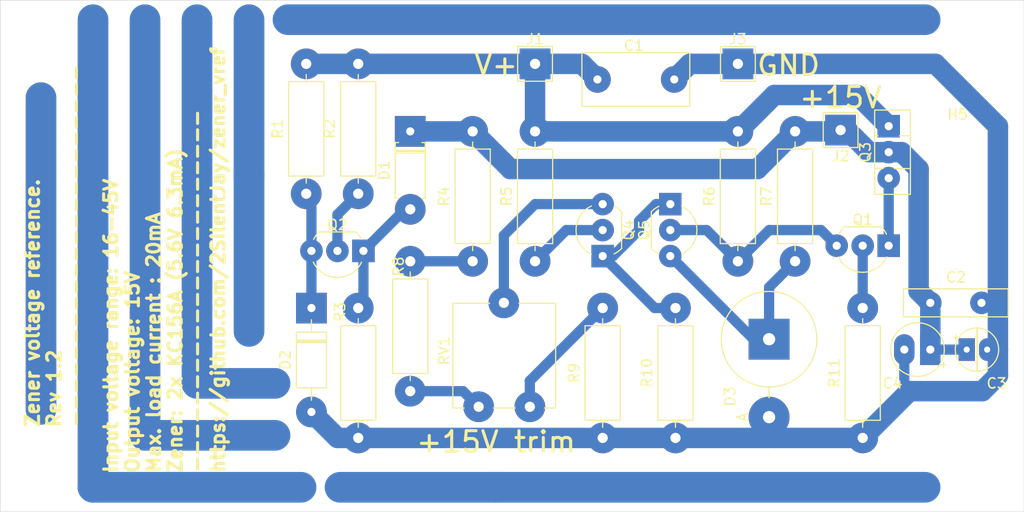
<source format=kicad_pcb>
(kicad_pcb (version 20171130) (host pcbnew 5.1.10-88a1d61d58~90~ubuntu20.04.1)

  (general
    (thickness 1.6)
    (drawings 10)
    (tracks 92)
    (zones 0)
    (modules 33)
    (nets 17)
  )

  (page A4)
  (layers
    (0 F.Cu signal hide)
    (31 B.Cu signal hide)
    (32 B.Adhes user hide)
    (33 F.Adhes user hide)
    (34 B.Paste user hide)
    (35 F.Paste user hide)
    (36 B.SilkS user hide)
    (37 F.SilkS user)
    (38 B.Mask user hide)
    (39 F.Mask user hide)
    (40 Dwgs.User user hide)
    (41 Cmts.User user)
    (42 Eco1.User user hide)
    (43 Eco2.User user hide)
    (44 Edge.Cuts user)
    (45 Margin user hide)
    (46 B.CrtYd user hide)
    (47 F.CrtYd user hide)
    (48 B.Fab user hide)
    (49 F.Fab user)
  )

  (setup
    (last_trace_width 0.25)
    (user_trace_width 1)
    (user_trace_width 2)
    (user_trace_width 3)
    (trace_clearance 0.2)
    (zone_clearance 0.508)
    (zone_45_only no)
    (trace_min 0.2)
    (via_size 0.8)
    (via_drill 0.4)
    (via_min_size 0.4)
    (via_min_drill 0.3)
    (uvia_size 0.3)
    (uvia_drill 0.1)
    (uvias_allowed no)
    (uvia_min_size 0.2)
    (uvia_min_drill 0.1)
    (edge_width 0.05)
    (segment_width 0.2)
    (pcb_text_width 0.3)
    (pcb_text_size 1.5 1.5)
    (mod_edge_width 0.12)
    (mod_text_size 1 1)
    (mod_text_width 0.15)
    (pad_size 1.524 1.524)
    (pad_drill 0.762)
    (pad_to_mask_clearance 0)
    (aux_axis_origin 90 87)
    (grid_origin 90 87)
    (visible_elements FFFFFFFF)
    (pcbplotparams
      (layerselection 0x010fc_ffffffff)
      (usegerberextensions false)
      (usegerberattributes true)
      (usegerberadvancedattributes true)
      (creategerberjobfile true)
      (excludeedgelayer true)
      (linewidth 0.100000)
      (plotframeref false)
      (viasonmask false)
      (mode 1)
      (useauxorigin false)
      (hpglpennumber 1)
      (hpglpenspeed 20)
      (hpglpendiameter 15.000000)
      (psnegative false)
      (psa4output false)
      (plotreference true)
      (plotvalue true)
      (plotinvisibletext false)
      (padsonsilk false)
      (subtractmaskfromsilk false)
      (outputformat 1)
      (mirror false)
      (drillshape 1)
      (scaleselection 1)
      (outputdirectory ""))
  )

  (net 0 "")
  (net 1 GND)
  (net 2 VDC)
  (net 3 V+15)
  (net 4 "Net-(D1-Pad2)")
  (net 5 "Net-(D2-Pad1)")
  (net 6 "Net-(D3-Pad1)")
  (net 7 "Net-(Q1-Pad1)")
  (net 8 "Net-(Q1-Pad3)")
  (net 9 "Net-(Q1-Pad2)")
  (net 10 "Net-(Q2-Pad2)")
  (net 11 "Net-(Q4-Pad1)")
  (net 12 "Net-(Q4-Pad3)")
  (net 13 "Net-(Q4-Pad2)")
  (net 14 "Net-(R4-Pad2)")
  (net 15 "Net-(R8-Pad2)")
  (net 16 "Net-(R9-Pad1)")

  (net_class Default "This is the default net class."
    (clearance 0.2)
    (trace_width 0.25)
    (via_dia 0.8)
    (via_drill 0.4)
    (uvia_dia 0.3)
    (uvia_drill 0.1)
    (add_net GND)
    (add_net "Net-(D1-Pad2)")
    (add_net "Net-(D2-Pad1)")
    (add_net "Net-(D3-Pad1)")
    (add_net "Net-(Q1-Pad1)")
    (add_net "Net-(Q1-Pad2)")
    (add_net "Net-(Q1-Pad3)")
    (add_net "Net-(Q2-Pad2)")
    (add_net "Net-(Q4-Pad1)")
    (add_net "Net-(Q4-Pad2)")
    (add_net "Net-(Q4-Pad3)")
    (add_net "Net-(R4-Pad2)")
    (add_net "Net-(R8-Pad2)")
    (add_net "Net-(R9-Pad1)")
    (add_net V+15)
    (add_net VDC)
  )

  (module _сustom:Logo_Ozen_Mirrored_7.0x9.0 (layer F.Cu) (tedit 0) (tstamp 62D5E132)
    (at 151.976 123.068)
    (fp_text reference G*** (at 0 0) (layer F.SilkS) hide
      (effects (font (size 1.524 1.524) (thickness 0.3)))
    )
    (fp_text value LOGO (at 0.75 0) (layer F.SilkS) hide
      (effects (font (size 1.524 1.524) (thickness 0.3)))
    )
    (fp_poly (pts (xy -0.76523 -1.851693) (xy -0.710275 -1.846668) (xy -0.693244 -1.841486) (xy -0.673018 -1.826773)
      (xy -0.684269 -1.817259) (xy -0.714759 -1.810092) (xy -0.756257 -1.803894) (xy -0.826739 -1.795611)
      (xy -0.916243 -1.786337) (xy -1.011976 -1.777417) (xy -1.165146 -1.759347) (xy -1.302182 -1.73426)
      (xy -1.398464 -1.708521) (xy -1.478399 -1.68264) (xy -1.527856 -1.667937) (xy -1.553496 -1.663443)
      (xy -1.561984 -1.668187) (xy -1.55998 -1.681201) (xy -1.558757 -1.685192) (xy -1.532839 -1.713701)
      (xy -1.47584 -1.74581) (xy -1.395107 -1.778047) (xy -1.304726 -1.805215) (xy -1.234084 -1.819459)
      (xy -1.143933 -1.831804) (xy -1.043123 -1.841725) (xy -0.940503 -1.848697) (xy -0.844923 -1.852194)
      (xy -0.76523 -1.851693)) (layer Eco2.User) (width 0.01))
    (fp_poly (pts (xy -0.659052 -3.119432) (xy -0.658402 -3.113017) (xy -0.688989 -3.110398) (xy -0.693616 -3.110425)
      (xy -0.723919 -3.113242) (xy -0.721026 -3.119189) (xy -0.717667 -3.120156) (xy -0.675106 -3.123016)
      (xy -0.659052 -3.119432)) (layer Eco2.User) (width 0.01))
    (fp_poly (pts (xy 0.593598 -1.558107) (xy 0.654538 -1.556226) (xy 0.771962 -1.551647) (xy 0.858514 -1.546963)
      (xy 0.922376 -1.540693) (xy 0.971729 -1.531357) (xy 1.014753 -1.517473) (xy 1.059632 -1.49756)
      (xy 1.105879 -1.474519) (xy 1.188807 -1.428315) (xy 1.244053 -1.385624) (xy 1.281339 -1.338653)
      (xy 1.286609 -1.329649) (xy 1.316212 -1.274356) (xy 1.326304 -1.244617) (xy 1.317912 -1.232739)
      (xy 1.299758 -1.230923) (xy 1.269015 -1.245924) (xy 1.239469 -1.278893) (xy 1.211513 -1.308427)
      (xy 1.165073 -1.346331) (xy 1.111967 -1.384207) (xy 1.064015 -1.413653) (xy 1.033036 -1.426269)
      (xy 1.032059 -1.426308) (xy 1.029046 -1.408366) (xy 1.02682 -1.360923) (xy 1.025794 -1.293552)
      (xy 1.025769 -1.280467) (xy 1.023262 -1.195981) (xy 1.014638 -1.141389) (xy 0.998241 -1.107767)
      (xy 0.992569 -1.101426) (xy 0.946506 -1.077897) (xy 0.870796 -1.064731) (xy 0.773633 -1.062532)
      (xy 0.663208 -1.071907) (xy 0.639535 -1.075336) (xy 0.512963 -1.098699) (xy 0.415866 -1.125837)
      (xy 0.33865 -1.159642) (xy 0.315352 -1.173087) (xy 0.249705 -1.213422) (xy 0.254734 -1.302431)
      (xy 0.280739 -1.302431) (xy 0.298488 -1.249568) (xy 0.346336 -1.211375) (xy 0.413281 -1.185169)
      (xy 0.508757 -1.159804) (xy 0.613326 -1.139478) (xy 0.718116 -1.125086) (xy 0.814252 -1.117522)
      (xy 0.892862 -1.117678) (xy 0.945072 -1.126449) (xy 0.953981 -1.130714) (xy 0.975684 -1.163811)
      (xy 0.989022 -1.222075) (xy 0.99239 -1.292188) (xy 0.984185 -1.36083) (xy 0.982514 -1.367692)
      (xy 0.964824 -1.436077) (xy 0.72348 -1.456163) (xy 0.620797 -1.463258) (xy 0.523425 -1.46742)
      (xy 0.442848 -1.468309) (xy 0.393313 -1.465932) (xy 0.338313 -1.457313) (xy 0.309693 -1.441212)
      (xy 0.294877 -1.407044) (xy 0.288211 -1.377462) (xy 0.280739 -1.302431) (xy 0.254734 -1.302431)
      (xy 0.257376 -1.349173) (xy 0.260392 -1.420674) (xy 0.258143 -1.46158) (xy 0.248862 -1.480214)
      (xy 0.230784 -1.484901) (xy 0.228587 -1.484923) (xy 0.200563 -1.492478) (xy 0.202594 -1.510532)
      (xy 0.229755 -1.532171) (xy 0.274867 -1.549889) (xy 0.317336 -1.555358) (xy 0.390299 -1.558646)
      (xy 0.48523 -1.55961) (xy 0.593598 -1.558107)) (layer Eco2.User) (width 0.01))
    (fp_poly (pts (xy -0.065129 -0.130257) (xy -0.067811 -0.118641) (xy -0.078154 -0.117231) (xy -0.094237 -0.12438)
      (xy -0.09118 -0.130257) (xy -0.067992 -0.132595) (xy -0.065129 -0.130257)) (layer Eco2.User) (width 0.01))
    (fp_poly (pts (xy -0.131464 -0.152162) (xy -0.144685 -0.142307) (xy -0.178634 -0.129166) (xy -0.263274 -0.093381)
      (xy -0.331568 -0.053898) (xy -0.37549 -0.015913) (xy -0.387254 0.005942) (xy -0.384722 0.026021)
      (xy -0.361433 0.036014) (xy -0.308964 0.039033) (xy -0.297512 0.039077) (xy -0.206431 0.037348)
      (xy -0.111124 0.032666) (xy -0.019566 0.02579) (xy 0.060265 0.017476) (xy 0.120395 0.008482)
      (xy 0.152848 -0.000434) (xy 0.156307 -0.004032) (xy 0.140033 -0.021202) (xy 0.097913 -0.047364)
      (xy 0.05373 -0.069798) (xy 0.007978 -0.092803) (xy -0.010756 -0.105689) (xy 0 -0.105946)
      (xy 0.065213 -0.084117) (xy 0.12655 -0.053878) (xy 0.172508 -0.02182) (xy 0.19135 0.003756)
      (xy 0.187355 0.017429) (xy 0.165213 0.027582) (xy 0.118999 0.03544) (xy 0.04279 0.04223)
      (xy -0.011958 0.045825) (xy -0.147194 0.053634) (xy -0.248292 0.058025) (xy -0.320067 0.058699)
      (xy -0.367336 0.055355) (xy -0.394913 0.04769) (xy -0.407613 0.035405) (xy -0.410308 0.020934)
      (xy -0.397042 -0.023067) (xy -0.378962 -0.048094) (xy -0.329453 -0.085733) (xy -0.263995 -0.121189)
      (xy -0.198558 -0.1469) (xy -0.152202 -0.15545) (xy -0.131464 -0.152162)) (layer Eco2.User) (width 0.01))
    (fp_poly (pts (xy 0.794564 0.690359) (xy 0.791882 0.701974) (xy 0.781538 0.703384) (xy 0.765456 0.696236)
      (xy 0.768512 0.690359) (xy 0.7917 0.68802) (xy 0.794564 0.690359)) (layer Eco2.User) (width 0.01))
    (fp_poly (pts (xy 0.742461 0.713154) (xy 0.732692 0.722923) (xy 0.722923 0.713154) (xy 0.732692 0.703384)
      (xy 0.742461 0.713154)) (layer Eco2.User) (width 0.01))
    (fp_poly (pts (xy 0.481948 0.963897) (xy 0.479266 0.975513) (xy 0.468923 0.976923) (xy 0.45284 0.969774)
      (xy 0.455897 0.963897) (xy 0.479085 0.961559) (xy 0.481948 0.963897)) (layer Eco2.User) (width 0.01))
    (fp_poly (pts (xy 0.384256 0.983436) (xy 0.381574 0.995051) (xy 0.37123 0.996461) (xy 0.355148 0.989313)
      (xy 0.358205 0.983436) (xy 0.381392 0.981097) (xy 0.384256 0.983436)) (layer Eco2.User) (width 0.01))
    (fp_poly (pts (xy -0.586154 0.810846) (xy -0.595923 0.820615) (xy -0.605693 0.810846) (xy -0.595923 0.801077)
      (xy -0.586154 0.810846)) (layer Eco2.User) (width 0.01))
    (fp_poly (pts (xy -0.078154 0.830384) (xy -0.087923 0.840154) (xy -0.097693 0.830384) (xy -0.087923 0.820615)
      (xy -0.078154 0.830384)) (layer Eco2.User) (width 0.01))
    (fp_poly (pts (xy 0.798058 1.043442) (xy 0.819033 1.063115) (xy 0.81473 1.074425) (xy 0.811999 1.074615)
      (xy 0.795473 1.060737) (xy 0.789442 1.052058) (xy 0.787139 1.038688) (xy 0.798058 1.043442)) (layer Eco2.User) (width 0.01))
    (fp_poly (pts (xy 0.644769 1.318846) (xy 0.635 1.328615) (xy 0.62523 1.318846) (xy 0.635 1.309077)
      (xy 0.644769 1.318846)) (layer Eco2.User) (width 0.01))
    (fp_poly (pts (xy 0.644769 1.357923) (xy 0.635 1.367692) (xy 0.62523 1.357923) (xy 0.635 1.348154)
      (xy 0.644769 1.357923)) (layer Eco2.User) (width 0.01))
    (fp_poly (pts (xy 0.481663 1.625343) (xy 0.537194 1.646441) (xy 0.575624 1.680722) (xy 0.586154 1.71493)
      (xy 0.569585 1.744776) (xy 0.529669 1.774276) (xy 0.481093 1.794117) (xy 0.455896 1.797538)
      (xy 0.411691 1.785138) (xy 0.363128 1.755016) (xy 0.35992 1.752323) (xy 0.325981 1.71808)
      (xy 0.320156 1.692713) (xy 0.376568 1.692713) (xy 0.388302 1.717829) (xy 0.39315 1.72127)
      (xy 0.438219 1.73651) (xy 0.486219 1.735413) (xy 0.518189 1.718591) (xy 0.519119 1.7172)
      (xy 0.51774 1.690945) (xy 0.487109 1.670035) (xy 0.437029 1.66108) (xy 0.435884 1.661068)
      (xy 0.39479 1.670467) (xy 0.376568 1.692713) (xy 0.320156 1.692713) (xy 0.319623 1.690395)
      (xy 0.33021 1.6644) (xy 0.366397 1.631998) (xy 0.420806 1.619753) (xy 0.481663 1.625343)) (layer Eco2.User) (width 0.01))
    (fp_poly (pts (xy 0.51827 1.973575) (xy 0.567459 2.004682) (xy 0.583007 2.041794) (xy 0.567781 2.076979)
      (xy 0.524647 2.102304) (xy 0.468923 2.110154) (xy 0.413103 2.102669) (xy 0.37425 2.084052)
      (xy 0.371437 2.081095) (xy 0.357185 2.042419) (xy 0.390769 2.042419) (xy 0.407114 2.071918)
      (xy 0.446783 2.087021) (xy 0.495724 2.084742) (xy 0.527538 2.071484) (xy 0.546836 2.053416)
      (xy 0.535247 2.032106) (xy 0.527538 2.024345) (xy 0.491748 2.00755) (xy 0.44656 2.006262)
      (xy 0.40767 2.018409) (xy 0.390775 2.041915) (xy 0.390769 2.042419) (xy 0.357185 2.042419)
      (xy 0.356687 2.041069) (xy 0.372511 2.004208) (xy 0.410518 1.976657) (xy 0.462319 1.96456)
      (xy 0.51827 1.973575)) (layer Eco2.User) (width 0.01))
    (fp_poly (pts (xy 0.737777 3.241051) (xy 0.740956 3.292231) (xy 0.737622 3.381435) (xy 0.726376 3.444223)
      (xy 0.708356 3.475378) (xy 0.700433 3.477846) (xy 0.692338 3.46025) (xy 0.691973 3.413856)
      (xy 0.695763 3.375269) (xy 0.708131 3.295259) (xy 0.720099 3.244672) (xy 0.730402 3.225828)
      (xy 0.737777 3.241051)) (layer Eco2.User) (width 0.01))
    (fp_poly (pts (xy 1.64123 2.960077) (xy 1.631461 2.969846) (xy 1.621692 2.960077) (xy 1.631461 2.950308)
      (xy 1.64123 2.960077)) (layer Eco2.User) (width 0.01))
    (fp_poly (pts (xy 0.640989 3.691198) (xy 0.641222 3.72915) (xy 0.624686 3.761706) (xy 0.606724 3.770923)
      (xy 0.5985 3.755947) (xy 0.610257 3.719861) (xy 0.628576 3.690667) (xy 0.640755 3.690549)
      (xy 0.640989 3.691198)) (layer Eco2.User) (width 0.01))
    (fp_poly (pts (xy 1.130271 -4.449036) (xy 1.159417 -4.418801) (xy 1.199019 -4.358461) (xy 1.252099 -4.265776)
      (xy 1.266421 -4.239846) (xy 1.359621 -4.080905) (xy 1.454948 -3.942322) (xy 1.561079 -3.813222)
      (xy 1.686692 -3.68273) (xy 1.784564 -3.590487) (xy 1.998634 -3.389895) (xy 2.181891 -3.207512)
      (xy 2.336404 -3.040434) (xy 2.464243 -2.885756) (xy 2.567476 -2.740574) (xy 2.648173 -2.601985)
      (xy 2.708404 -2.467084) (xy 2.750237 -2.332967) (xy 2.775294 -2.200134) (xy 2.785622 -2.095161)
      (xy 2.790847 -1.980799) (xy 2.791243 -1.86547) (xy 2.787087 -1.757596) (xy 2.778652 -1.665598)
      (xy 2.766214 -1.597899) (xy 2.754665 -1.568506) (xy 2.744568 -1.554514) (xy 2.737758 -1.54318)
      (xy 2.737196 -1.530441) (xy 2.745843 -1.512234) (xy 2.766661 -1.484497) (xy 2.802609 -1.443168)
      (xy 2.85665 -1.384185) (xy 2.931743 -1.303484) (xy 3.005771 -1.223993) (xy 3.104058 -1.112809)
      (xy 3.176825 -1.014759) (xy 3.22945 -0.919047) (xy 3.267306 -0.814881) (xy 3.295772 -0.691465)
      (xy 3.308703 -0.615736) (xy 3.310412 -0.502486) (xy 3.285744 -0.37417) (xy 3.238344 -0.24074)
      (xy 3.171852 -0.112149) (xy 3.089911 0.001651) (xy 3.077714 0.015504) (xy 2.928875 0.156981)
      (xy 2.7608 0.271638) (xy 2.569062 0.361822) (xy 2.349236 0.429877) (xy 2.256692 0.450571)
      (xy 2.058531 0.499187) (xy 1.888561 0.558196) (xy 1.74837 0.626284) (xy 1.639545 0.702138)
      (xy 1.563674 0.784444) (xy 1.522343 0.871889) (xy 1.51714 0.96316) (xy 1.541926 1.041978)
      (xy 1.57015 1.103295) (xy 1.57975 1.137074) (xy 1.570512 1.150245) (xy 1.542226 1.149736)
      (xy 1.538654 1.149243) (xy 1.509754 1.135315) (xy 1.478236 1.098013) (xy 1.439786 1.031698)
      (xy 1.421835 0.996461) (xy 1.34592 0.828125) (xy 1.296581 0.678371) (xy 1.27225 0.538678)
      (xy 1.271874 0.480497) (xy 1.351492 0.480497) (xy 1.359343 0.585859) (xy 1.367456 0.625231)
      (xy 1.391499 0.713154) (xy 1.424997 0.605692) (xy 1.448777 0.536551) (xy 1.473454 0.475704)
      (xy 1.486362 0.449572) (xy 1.508606 0.417462) (xy 1.550777 0.362325) (xy 1.607533 0.290942)
      (xy 1.673536 0.210097) (xy 1.699846 0.178408) (xy 1.793348 0.065748) (xy 1.866033 -0.023442)
      (xy 1.922592 -0.095292) (xy 1.967719 -0.155932) (xy 2.006106 -0.211492) (xy 2.042447 -0.268102)
      (xy 2.045828 -0.273539) (xy 2.069484 -0.314029) (xy 2.085058 -0.350824) (xy 2.094193 -0.393465)
      (xy 2.098531 -0.451494) (xy 2.099716 -0.534454) (xy 2.099646 -0.586154) (xy 2.097942 -0.682123)
      (xy 2.093894 -0.769059) (xy 2.088142 -0.836327) (xy 2.082574 -0.869462) (xy 2.06624 -0.928077)
      (xy 2.043182 -0.840154) (xy 2.030708 -0.781112) (xy 2.032962 -0.744365) (xy 2.048182 -0.718531)
      (xy 2.064172 -0.674077) (xy 2.065336 -0.605947) (xy 2.053038 -0.52603) (xy 2.028641 -0.446214)
      (xy 2.012945 -0.411257) (xy 1.963121 -0.336945) (xy 1.888444 -0.254009) (xy 1.798747 -0.171814)
      (xy 1.703868 -0.099725) (xy 1.651 -0.066611) (xy 1.57425 -0.018811) (xy 1.497086 0.035686)
      (xy 1.450062 0.073359) (xy 1.366355 0.146538) (xy 1.354883 0.341923) (xy 1.351492 0.480497)
      (xy 1.271874 0.480497) (xy 1.271357 0.400521) (xy 1.288694 0.273538) (xy 1.297591 0.219984)
      (xy 1.3006 0.185397) (xy 1.299542 0.179404) (xy 1.280555 0.184709) (xy 1.234327 0.203992)
      (xy 1.168637 0.233887) (xy 1.118893 0.257558) (xy 1.036625 0.298637) (xy 0.982242 0.330456)
      (xy 0.947768 0.359281) (xy 0.925228 0.391379) (xy 0.911809 0.420282) (xy 0.888716 0.478278)
      (xy 0.882196 0.508082) (xy 0.893281 0.517352) (xy 0.923 0.513751) (xy 0.924361 0.513492)
      (xy 0.969049 0.521713) (xy 1.028513 0.555247) (xy 1.094973 0.6075) (xy 1.160648 0.671875)
      (xy 1.217757 0.741778) (xy 1.246148 0.786246) (xy 1.279602 0.851096) (xy 1.320585 0.9377)
      (xy 1.362289 1.03146) (xy 1.379568 1.072317) (xy 1.455615 1.255634) (xy 1.907275 1.681825)
      (xy 2.031862 1.800714) (xy 2.146266 1.912458) (xy 2.24681 2.013307) (xy 2.32982 2.099506)
      (xy 2.391619 2.167306) (xy 2.428532 2.212952) (xy 2.430687 2.216115) (xy 2.535029 2.397941)
      (xy 2.622722 2.600283) (xy 2.691446 2.81416) (xy 2.738882 3.030591) (xy 2.762708 3.240594)
      (xy 2.760604 3.435187) (xy 2.756261 3.476402) (xy 2.742359 3.559373) (xy 2.720882 3.655008)
      (xy 2.694413 3.75475) (xy 2.665539 3.850043) (xy 2.636844 3.932329) (xy 2.610913 3.993053)
      (xy 2.591117 4.023038) (xy 2.550951 4.036759) (xy 2.50908 4.012105) (xy 2.471728 3.96081)
      (xy 2.43406 3.902245) (xy 2.378456 3.822686) (xy 2.3118 3.731318) (xy 2.240977 3.637329)
      (xy 2.172872 3.549905) (xy 2.114369 3.478232) (xy 2.084656 3.444337) (xy 2.037792 3.400393)
      (xy 1.975404 3.350884) (xy 1.906833 3.302154) (xy 1.841418 3.260551) (xy 1.788499 3.232422)
      (xy 1.760201 3.223846) (xy 1.744312 3.239509) (xy 1.715248 3.28046) (xy 1.678471 3.337641)
      (xy 1.639445 3.401995) (xy 1.603632 3.464464) (xy 1.576495 3.51599) (xy 1.563499 3.547517)
      (xy 1.563077 3.550671) (xy 1.54738 3.591454) (xy 1.509612 3.634068) (xy 1.463752 3.665268)
      (xy 1.433688 3.673231) (xy 1.365051 3.65896) (xy 1.286686 3.620819) (xy 1.212816 3.565819)
      (xy 1.209447 3.562706) (xy 1.158663 3.515259) (xy 1.146478 3.823821) (xy 1.13847 3.985682)
      (xy 1.128042 4.11302) (xy 1.114189 4.210363) (xy 1.095906 4.282241) (xy 1.072189 4.333182)
      (xy 1.042032 4.367715) (xy 1.022821 4.381072) (xy 0.911556 4.427042) (xy 0.767748 4.45468)
      (xy 0.593458 4.463815) (xy 0.390742 4.454273) (xy 0.283126 4.442908) (xy 0.192114 4.446445)
      (xy 0.13233 4.46357) (xy 0.079036 4.476786) (xy -0.00278 4.48641) (xy -0.103766 4.492425)
      (xy -0.214569 4.494817) (xy -0.325838 4.493568) (xy -0.42822 4.488663) (xy -0.512363 4.480086)
      (xy -0.568914 4.467821) (xy -0.576385 4.464786) (xy -0.62067 4.442657) (xy -0.65593 4.41942)
      (xy -0.659465 4.415692) (xy -0.376843 4.415692) (xy 0.161453 4.415692) (xy 0.14958 4.342423)
      (xy 0.148722 4.337716) (xy 0.307267 4.337716) (xy 0.315021 4.365461) (xy 0.318282 4.367224)
      (xy 0.354619 4.373634) (xy 0.426006 4.380352) (xy 0.52842 4.387059) (xy 0.637442 4.392539)
      (xy 0.70668 4.391827) (xy 0.771312 4.385361) (xy 0.779096 4.383942) (xy 0.820016 4.371291)
      (xy 0.836923 4.346597) (xy 0.837595 4.33676) (xy 0.937846 4.33676) (xy 0.952415 4.354466)
      (xy 0.984813 4.353051) (xy 1.00623 4.342124) (xy 1.026755 4.314359) (xy 1.028268 4.308231)
      (xy 1.033101 4.27754) (xy 1.041896 4.226326) (xy 1.044168 4.2135) (xy 1.049566 4.163985)
      (xy 1.04151 4.149284) (xy 1.036505 4.151325) (xy 1.014614 4.1768) (xy 0.986083 4.223582)
      (xy 0.958861 4.27673) (xy 0.940898 4.321302) (xy 0.937846 4.33676) (xy 0.837595 4.33676)
      (xy 0.840045 4.300904) (xy 0.820767 4.164166) (xy 0.76323 4.034615) (xy 0.726071 3.980176)
      (xy 0.66425 3.911027) (xy 0.608672 3.877598) (xy 0.554784 3.878051) (xy 0.517707 3.896167)
      (xy 0.482402 3.931134) (xy 0.443339 3.988475) (xy 0.403822 4.060387) (xy 0.367153 4.139068)
      (xy 0.336636 4.216718) (xy 0.315573 4.285535) (xy 0.307267 4.337716) (xy 0.148722 4.337716)
      (xy 0.12754 4.221518) (xy 0.104472 4.130042) (xy 0.077472 4.058391) (xy 0.046378 4.001276)
      (xy -0.001538 3.932254) (xy -0.043958 3.891981) (xy -0.090929 3.873351) (xy -0.140324 3.869237)
      (xy -0.197632 3.876478) (xy -0.236727 3.905539) (xy -0.249433 3.922346) (xy -0.312642 4.044997)
      (xy -0.353044 4.195432) (xy -0.364138 4.278994) (xy -0.376843 4.415692) (xy -0.659465 4.415692)
      (xy -0.683389 4.39047) (xy -0.704272 4.351201) (xy -0.719803 4.297008) (xy -0.731208 4.223284)
      (xy -0.73971 4.125424) (xy -0.741441 4.093308) (xy -0.668107 4.093308) (xy -0.656085 4.169465)
      (xy -0.639618 4.260078) (xy -0.622736 4.319737) (xy -0.602713 4.356498) (xy -0.587802 4.371109)
      (xy -0.548648 4.393578) (xy -0.529904 4.383912) (xy -0.527539 4.366218) (xy -0.537946 4.316412)
      (xy -0.56456 4.250472) (xy -0.60047 4.18377) (xy -0.626611 4.145896) (xy -0.668107 4.093308)
      (xy -0.741441 4.093308) (xy -0.746534 3.998821) (xy -0.752906 3.838872) (xy -0.754508 3.794868)
      (xy -0.767197 3.443768) (xy -0.700372 3.443768) (xy -0.699672 3.524312) (xy -0.697005 3.623621)
      (xy -0.693945 3.701691) (xy -0.687904 3.824839) (xy -0.681878 3.913743) (xy -0.67524 3.97323)
      (xy -0.667359 4.008126) (xy -0.657608 4.023259) (xy -0.651838 4.024923) (xy -0.628136 4.040383)
      (xy -0.592461 4.080972) (xy -0.552419 4.138001) (xy -0.551341 4.139699) (xy -0.513816 4.195565)
      (xy -0.483656 4.234217) (xy -0.467059 4.247766) (xy -0.466614 4.2476) (xy -0.457167 4.225857)
      (xy -0.446757 4.178327) (xy -0.441992 4.147477) (xy -0.423654 4.07428) (xy -0.390387 3.992741)
      (xy -0.348599 3.915103) (xy -0.304698 3.853613) (xy -0.273071 3.824712) (xy -0.242394 3.791988)
      (xy -0.234462 3.766223) (xy -0.22408 3.736043) (xy -0.202815 3.737236) (xy -0.189981 3.756824)
      (xy -0.165762 3.775095) (xy -0.119629 3.786092) (xy -0.114621 3.786521) (xy -0.051762 3.801937)
      (xy 0.007484 3.832437) (xy 0.007822 3.832684) (xy 0.064491 3.874129) (xy 0.052354 3.798103)
      (xy 0.044263 3.738976) (xy 0.034997 3.658876) (xy 0.027072 3.580423) (xy 0.018795 3.511747)
      (xy 0.009101 3.461415) (xy -0.000082 3.439106) (xy -0.001155 3.438769) (xy -0.019135 3.453471)
      (xy -0.052662 3.492274) (xy -0.094934 3.547226) (xy -0.100927 3.55543) (xy -0.151593 3.620391)
      (xy -0.190519 3.657123) (xy -0.22471 3.671685) (xy -0.236433 3.672661) (xy -0.276709 3.660682)
      (xy -0.338383 3.62754) (xy -0.413921 3.578337) (xy -0.495786 3.518177) (xy -0.576446 3.452162)
      (xy -0.620054 3.412874) (xy -0.660508 3.379757) (xy -0.689409 3.364928) (xy -0.695732 3.365988)
      (xy -0.699071 3.388743) (xy -0.700372 3.443768) (xy -0.767197 3.443768) (xy -0.768119 3.418275)
      (xy -0.831195 3.487137) (xy -0.876842 3.528282) (xy -0.91952 3.552899) (xy -0.934179 3.556)
      (xy -0.981315 3.537053) (xy -1.028611 3.482383) (xy -1.073443 3.395244) (xy -1.082845 3.371697)
      (xy -1.105224 3.322109) (xy -1.124695 3.294131) (xy -1.132319 3.291667) (xy -1.143242 3.314882)
      (xy -1.154769 3.364249) (xy -1.161022 3.404138) (xy -1.169747 3.463084) (xy -1.183838 3.549238)
      (xy -1.201409 3.651408) (xy -1.220575 3.758404) (xy -1.222213 3.767339) (xy -1.240055 3.86865)
      (xy -1.254869 3.960706) (xy -1.265275 4.034333) (xy -1.269891 4.080354) (xy -1.27 4.084839)
      (xy -1.278948 4.130522) (xy -1.299702 4.142154) (xy -1.325443 4.125643) (xy -1.364385 4.080209)
      (xy -1.412493 4.011999) (xy -1.452453 3.948321) (xy -1.350366 3.948321) (xy -1.34573 3.980451)
      (xy -1.337784 3.981989) (xy -1.331605 3.96043) (xy -1.320302 3.906175) (xy -1.304978 3.825106)
      (xy -1.286735 3.723105) (xy -1.266675 3.606053) (xy -1.261202 3.573309) (xy -1.21309 3.302497)
      (xy -1.190689 3.194538) (xy -1.078211 3.194538) (xy -1.013604 3.326423) (xy -0.980949 3.38966)
      (xy -0.953644 3.436346) (xy -0.936841 3.457795) (xy -0.93539 3.458308) (xy -0.915398 3.444703)
      (xy -0.882092 3.410743) (xy -0.870489 3.39735) (xy -0.827674 3.340035) (xy -0.79126 3.281052)
      (xy -0.78823 3.275234) (xy -0.767573 3.234439) (xy -0.684501 3.234439) (xy -0.591366 3.325925)
      (xy -0.532051 3.380909) (xy -0.463494 3.439456) (xy -0.393171 3.495792) (xy -0.328556 3.544145)
      (xy -0.277123 3.578741) (xy -0.246348 3.593807) (xy -0.244231 3.594031) (xy -0.223174 3.578773)
      (xy -0.192378 3.540173) (xy -0.177294 3.517173) (xy -0.131322 3.451678) (xy -0.077483 3.386759)
      (xy -0.066097 3.374638) (xy -0.04346 3.348478) (xy 0.062026 3.348478) (xy 0.06222 3.391134)
      (xy 0.068419 3.460115) (xy 0.079523 3.549126) (xy 0.094433 3.651872) (xy 0.112048 3.76206)
      (xy 0.131269 3.873394) (xy 0.150996 3.979581) (xy 0.170128 4.074325) (xy 0.187567 4.151333)
      (xy 0.202212 4.20431) (xy 0.212964 4.226962) (xy 0.215481 4.226697) (xy 0.226177 4.200225)
      (xy 0.239112 4.146935) (xy 0.250619 4.083538) (xy 0.261826 4.01586) (xy 0.275377 3.938218)
      (xy 0.361461 3.938218) (xy 0.431705 3.86434) (xy 0.482141 3.817674) (xy 0.526598 3.795692)
      (xy 0.576951 3.790461) (xy 0.622314 3.794607) (xy 0.661367 3.811442) (xy 0.705615 3.847567)
      (xy 0.744744 3.886731) (xy 0.812819 3.970345) (xy 0.862781 4.057304) (xy 0.872404 4.081174)
      (xy 0.907272 4.179347) (xy 1.08338 3.995615) (xy 1.091061 3.678115) (xy 1.093615 3.549734)
      (xy 1.093036 3.457212) (xy 1.087655 3.397361) (xy 1.084037 3.388088) (xy 1.138322 3.388088)
      (xy 1.14299 3.407573) (xy 1.173866 3.439899) (xy 1.222755 3.479379) (xy 1.281461 3.52032)
      (xy 1.341787 3.557035) (xy 1.39554 3.583833) (xy 1.434524 3.595025) (xy 1.436472 3.595077)
      (xy 1.447882 3.578974) (xy 1.471353 3.536626) (xy 1.501946 3.476973) (xy 1.503939 3.472961)
      (xy 1.550503 3.386682) (xy 1.601957 3.303594) (xy 1.652722 3.231598) (xy 1.697221 3.178594)
      (xy 1.729877 3.152484) (xy 1.730302 3.152317) (xy 1.761754 3.154819) (xy 1.815146 3.172299)
      (xy 1.871076 3.197229) (xy 1.964343 3.255925) (xy 2.06932 3.342606) (xy 2.179423 3.450725)
      (xy 2.288068 3.573738) (xy 2.388671 3.7051) (xy 2.40393 3.726961) (xy 2.454724 3.799159)
      (xy 2.497995 3.857643) (xy 2.528786 3.895909) (xy 2.541616 3.907692) (xy 2.553102 3.890408)
      (xy 2.572825 3.844056) (xy 2.597435 3.776892) (xy 2.610971 3.736731) (xy 2.633443 3.66504)
      (xy 2.648945 3.604078) (xy 2.658728 3.543581) (xy 2.664042 3.473285) (xy 2.666138 3.382928)
      (xy 2.666322 3.282461) (xy 2.665109 3.161433) (xy 2.661255 3.067867) (xy 2.653443 2.990173)
      (xy 2.640357 2.91676) (xy 2.620681 2.836036) (xy 2.611955 2.803769) (xy 2.583473 2.709918)
      (xy 2.549187 2.611908) (xy 2.512118 2.516779) (xy 2.475289 2.431568) (xy 2.44172 2.363312)
      (xy 2.414433 2.319051) (xy 2.398059 2.305538) (xy 2.389283 2.319788) (xy 2.395056 2.339731)
      (xy 2.406871 2.370235) (xy 2.428336 2.429827) (xy 2.456642 2.510556) (xy 2.488977 2.604474)
      (xy 2.496967 2.627923) (xy 2.537853 2.754195) (xy 2.566421 2.859857) (xy 2.58602 2.960095)
      (xy 2.599996 3.0701) (xy 2.604277 3.114816) (xy 2.611892 3.248607) (xy 2.611794 3.384223)
      (xy 2.604642 3.513081) (xy 2.591099 3.626599) (xy 2.571826 3.716193) (xy 2.554412 3.761764)
      (xy 2.543071 3.78037) (xy 2.530599 3.786458) (xy 2.512251 3.776182) (xy 2.48328 3.745697)
      (xy 2.43894 3.691159) (xy 2.389841 3.628431) (xy 2.322875 3.544931) (xy 2.253224 3.462134)
      (xy 2.190544 3.391328) (xy 2.155725 3.354684) (xy 2.113332 3.316266) (xy 2.053947 3.267547)
      (xy 1.984222 3.213382) (xy 1.910814 3.158626) (xy 1.840375 3.108133) (xy 1.779561 3.066759)
      (xy 1.735027 3.039359) (xy 1.713425 3.030788) (xy 1.712599 3.031385) (xy 1.700334 3.049709)
      (xy 1.671899 3.091653) (xy 1.633159 3.148568) (xy 1.628459 3.155461) (xy 1.575694 3.237918)
      (xy 1.521505 3.330542) (xy 1.487129 3.394808) (xy 1.453419 3.455473) (xy 1.423004 3.49917)
      (xy 1.402234 3.516835) (xy 1.401603 3.516873) (xy 1.373587 3.507307) (xy 1.323452 3.482292)
      (xy 1.262715 3.447632) (xy 1.20421 3.414427) (xy 1.159698 3.393031) (xy 1.138525 3.387918)
      (xy 1.138322 3.388088) (xy 1.084037 3.388088) (xy 1.075805 3.366991) (xy 1.055819 3.362913)
      (xy 1.026028 3.381937) (xy 0.984765 3.420873) (xy 0.966343 3.439599) (xy 0.897601 3.500996)
      (xy 0.820803 3.555445) (xy 0.745079 3.597803) (xy 0.67956 3.622928) (xy 0.635112 3.626159)
      (xy 0.597484 3.60578) (xy 0.548822 3.565553) (xy 0.518755 3.53498) (xy 0.478553 3.492332)
      (xy 0.450455 3.466008) (xy 0.442075 3.461455) (xy 0.437483 3.482172) (xy 0.42809 3.533798)
      (xy 0.415245 3.608652) (xy 0.400299 3.699051) (xy 0.399633 3.703148) (xy 0.361461 3.938218)
      (xy 0.275377 3.938218) (xy 0.27829 3.921534) (xy 0.297926 3.812293) (xy 0.318649 3.699869)
      (xy 0.321808 3.683) (xy 0.339913 3.578049) (xy 0.35347 3.482495) (xy 0.361422 3.405198)
      (xy 0.362712 3.355017) (xy 0.361839 3.34758) (xy 0.348597 3.305115) (xy 0.346197 3.3033)
      (xy 0.471163 3.3033) (xy 0.478463 3.346708) (xy 0.506611 3.393129) (xy 0.560014 3.45362)
      (xy 0.561313 3.454989) (xy 0.653704 3.552299) (xy 0.705983 3.515072) (xy 0.746896 3.489331)
      (xy 0.774508 3.477882) (xy 0.775311 3.477846) (xy 0.798638 3.466887) (xy 0.842901 3.438249)
      (xy 0.894773 3.400894) (xy 0.954078 3.358829) (xy 1.006124 3.326224) (xy 1.035901 3.311654)
      (xy 1.054497 3.301992) (xy 1.065996 3.282075) (xy 1.072062 3.243894) (xy 1.074357 3.179441)
      (xy 1.074615 3.125134) (xy 1.074615 2.950901) (xy 0.954835 3.011769) (xy 0.887803 3.048422)
      (xy 0.830806 3.084148) (xy 0.798527 3.109165) (xy 0.751163 3.137156) (xy 0.708084 3.145692)
      (xy 0.652646 3.161975) (xy 0.62851 3.186778) (xy 0.595101 3.217269) (xy 0.546999 3.219667)
      (xy 0.503648 3.220133) (xy 0.4831 3.242956) (xy 0.480301 3.25185) (xy 0.471163 3.3033)
      (xy 0.346197 3.3033) (xy 0.320747 3.284057) (xy 0.277841 3.274592) (xy 0.207322 3.271149)
      (xy 0.138109 3.278262) (xy 0.136769 3.278552) (xy 0.088435 3.295162) (xy 0.066896 3.323643)
      (xy 0.062026 3.348478) (xy -0.04346 3.348478) (xy -0.029552 3.332406) (xy -0.009576 3.291624)
      (xy -0.000547 3.236909) (xy 0.001457 3.199423) (xy 0.058627 3.199423) (xy 0.076673 3.206077)
      (xy 0.124818 3.211226) (xy 0.194092 3.214063) (xy 0.224704 3.214368) (xy 0.29975 3.212877)
      (xy 0.357145 3.208645) (xy 0.387919 3.202465) (xy 0.390769 3.199714) (xy 0.384956 3.190724)
      (xy 0.362877 3.18506) (xy 0.317574 3.181963) (xy 0.242089 3.180674) (xy 0.214923 3.180535)
      (xy 0.135546 3.18101) (xy 0.087911 3.183734) (xy 0.064709 3.18959) (xy 0.058627 3.199423)
      (xy 0.001457 3.199423) (xy 0.002058 3.188198) (xy 0.002333 3.171743) (xy 0.553589 3.171743)
      (xy 0.556271 3.183359) (xy 0.566615 3.184769) (xy 0.582697 3.17762) (xy 0.579641 3.171743)
      (xy 0.556453 3.169405) (xy 0.553589 3.171743) (xy 0.002333 3.171743) (xy 0.003134 3.124019)
      (xy 0.002807 3.114294) (xy 0.058615 3.114294) (xy 0.066446 3.13303) (xy 0.095533 3.141997)
      (xy 0.154267 3.143581) (xy 0.161192 3.143445) (xy 0.21793 3.141734) (xy 0.238605 3.138928)
      (xy 0.230374 3.135344) (xy 0.320819 3.135344) (xy 0.322384 3.145692) (xy 0.339097 3.164311)
      (xy 0.341923 3.165231) (xy 0.357457 3.151603) (xy 0.361461 3.145692) (xy 0.356821 3.129139)
      (xy 0.341923 3.126154) (xy 0.517769 3.126154) (xy 0.518662 3.144187) (xy 0.525232 3.145692)
      (xy 0.552853 3.131434) (xy 0.556846 3.126154) (xy 0.555953 3.108121) (xy 0.549383 3.106615)
      (xy 0.521762 3.120873) (xy 0.517769 3.126154) (xy 0.341923 3.126154) (xy 0.320819 3.135344)
      (xy 0.230374 3.135344) (xy 0.226226 3.133538) (xy 0.195384 3.126545) (xy 0.138866 3.112453)
      (xy 0.094729 3.098188) (xy 0.092807 3.097394) (xy 0.087252 3.096846) (xy 0.62523 3.096846)
      (xy 0.635 3.106615) (xy 0.644769 3.096846) (xy 0.635 3.087077) (xy 0.62523 3.096846)
      (xy 0.087252 3.096846) (xy 0.064828 3.094634) (xy 0.058615 3.114294) (xy 0.002807 3.114294)
      (xy 0.001576 3.077727) (xy -0.001677 3.060777) (xy -0.021164 3.052623) (xy 0.302846 3.052623)
      (xy 0.361461 3.067538) (xy 0.404282 3.078658) (xy 0.426008 3.084725) (xy 0.426114 3.084765)
      (xy 0.423946 3.074282) (xy 0.423814 3.074051) (xy 0.494974 3.074051) (xy 0.497656 3.085667)
      (xy 0.508 3.087077) (xy 0.524082 3.079928) (xy 0.521025 3.074051) (xy 0.497838 3.071713)
      (xy 0.494974 3.074051) (xy 0.423814 3.074051) (xy 0.420077 3.067538) (xy 0.408877 3.06173)
      (xy 0.559276 3.06173) (xy 0.586154 3.064453) (xy 0.613891 3.061383) (xy 0.610577 3.054598)
      (xy 0.570575 3.052018) (xy 0.56173 3.054598) (xy 0.559276 3.06173) (xy 0.408877 3.06173)
      (xy 0.393515 3.053764) (xy 0.355423 3.050311) (xy 0.302846 3.052623) (xy -0.021164 3.052623)
      (xy -0.022998 3.051856) (xy -0.068269 3.03602) (xy -0.124033 3.017649) (xy -0.176833 3.001124)
      (xy -0.21321 2.990828) (xy -0.220961 2.989384) (xy -0.223991 3.007687) (xy -0.226156 3.057659)
      (xy -0.227271 3.131902) (xy -0.227151 3.223014) (xy -0.227059 3.233384) (xy -0.227532 3.340449)
      (xy -0.231095 3.419283) (xy -0.237476 3.466008) (xy -0.244231 3.47767) (xy -0.252692 3.459047)
      (xy -0.25998 3.406038) (xy -0.265644 3.323327) (xy -0.269178 3.218384) (xy -0.274586 2.958811)
      (xy -0.378228 2.89682) (xy -0.452648 2.84512) (xy -0.527791 2.781835) (xy -0.562346 2.747522)
      (xy -0.642823 2.660216) (xy -0.652691 2.741762) (xy -0.65797 2.796493) (xy -0.66414 2.877345)
      (xy -0.670264 2.971401) (xy -0.67353 3.028873) (xy -0.684501 3.234439) (xy -0.767573 3.234439)
      (xy -0.757262 3.214077) (xy -0.814431 3.267808) (xy -0.87039 3.309252) (xy -0.920611 3.317057)
      (xy -0.974113 3.290776) (xy -1.011983 3.258038) (xy -1.078211 3.194538) (xy -1.190689 3.194538)
      (xy -1.164267 3.067201) (xy -1.067615 3.067201) (xy -1.067061 3.104445) (xy -1.050203 3.139509)
      (xy -1.012952 3.187606) (xy -1.006963 3.19492) (xy -0.956568 3.251118) (xy -0.918788 3.277201)
      (xy -0.885899 3.276425) (xy -0.857175 3.258038) (xy -0.805484 3.196582) (xy -0.771479 3.109752)
      (xy -0.753384 2.997928) (xy -0.745383 2.917905) (xy -0.736947 2.84386) (xy -0.730628 2.796833)
      (xy -0.729508 2.751281) (xy -0.741903 2.738138) (xy -0.762229 2.755725) (xy -0.7849 2.80236)
      (xy -0.789024 2.814405) (xy -0.803128 2.848723) (xy -0.824308 2.872298) (xy -0.86052 2.88874)
      (xy -0.919717 2.90166) (xy -1.009854 2.914669) (xy -1.009948 2.914681) (xy -1.027506 2.933839)
      (xy -1.046561 2.979334) (xy -1.05595 3.012561) (xy -1.067615 3.067201) (xy -1.164267 3.067201)
      (xy -1.163256 3.062329) (xy -1.109359 2.844374) (xy -1.105683 2.831924) (xy -1.016 2.831924)
      (xy -1.001817 2.85182) (xy -0.996462 2.852615) (xy -0.977431 2.845949) (xy -0.976923 2.843999)
      (xy -0.990615 2.827318) (xy -0.996462 2.823308) (xy -1.014466 2.824857) (xy -1.016 2.831924)
      (xy -1.105683 2.831924) (xy -1.067185 2.70157) (xy -0.937846 2.70157) (xy -0.935504 2.76631)
      (xy -0.925435 2.803283) (xy -0.903076 2.823673) (xy -0.884803 2.831534) (xy -0.873684 2.817925)
      (xy -0.858386 2.791558) (xy -0.846344 2.746084) (xy -0.860489 2.704589) (xy -0.872724 2.670712)
      (xy -0.87069 2.63108) (xy -0.853233 2.572264) (xy -0.847829 2.557126) (xy -0.822719 2.499083)
      (xy -0.797402 2.458123) (xy -0.783458 2.446093) (xy -0.768786 2.446979) (xy -0.764269 2.466436)
      (xy -0.770248 2.510266) (xy -0.787063 2.584271) (xy -0.792967 2.608039) (xy -0.798525 2.645374)
      (xy -0.784949 2.655865) (xy -0.769833 2.654079) (xy -0.745533 2.638097) (xy -0.744339 2.635679)
      (xy -0.556846 2.635679) (xy -0.478801 2.71567) (xy -0.37921 2.800257) (xy -0.250892 2.878019)
      (xy -0.089585 2.951371) (xy -0.00977 2.981887) (xy 0.066831 3.009435) (xy 0.128732 3.03094)
      (xy 0.167416 3.043484) (xy 0.175846 3.045504) (xy 0.187217 3.028683) (xy 0.190378 3.022926)
      (xy 0.275519 3.022926) (xy 0.280042 3.021979) (xy 0.685084 3.021979) (xy 0.690591 3.060058)
      (xy 0.705582 3.094276) (xy 0.720129 3.106316) (xy 0.744899 3.095951) (xy 0.762 3.084934)
      (xy 0.779447 3.070241) (xy 0.762479 3.073198) (xy 0.756365 3.075139) (xy 0.722483 3.071028)
      (xy 0.703873 3.04279) (xy 0.690529 3.018063) (xy 0.685084 3.021979) (xy 0.280042 3.021979)
      (xy 0.295097 3.018827) (xy 0.298804 3.017436) (xy 0.319183 3.004252) (xy 0.379705 3.004252)
      (xy 0.39891 3.00738) (xy 0.424252 3.003788) (xy 0.424554 2.997118) (xy 0.398404 2.992454)
      (xy 0.387105 2.995576) (xy 0.379705 3.004252) (xy 0.319183 3.004252) (xy 0.32273 3.001958)
      (xy 0.322901 2.993158) (xy 0.302232 2.995349) (xy 0.287866 3.006498) (xy 0.275519 3.022926)
      (xy 0.190378 3.022926) (xy 0.212641 2.982393) (xy 0.249135 2.912335) (xy 0.264521 2.881923)
      (xy 0.333945 2.881923) (xy 0.489988 2.893951) (xy 0.564544 2.901073) (xy 0.623249 2.909249)
      (xy 0.655842 2.916973) (xy 0.658751 2.9187) (xy 0.6616 2.940364) (xy 0.633939 2.960272)
      (xy 0.584212 2.973549) (xy 0.559641 2.975931) (xy 0.513353 2.983814) (xy 0.489442 2.998593)
      (xy 0.488549 3.002179) (xy 0.505025 3.013617) (xy 0.545536 3.015849) (xy 0.596516 3.010305)
      (xy 0.644399 2.998414) (xy 0.67462 2.982578) (xy 0.684922 2.956173) (xy 0.679232 2.905991)
      (xy 0.6686 2.863596) (xy 0.641085 2.764692) (xy 0.516065 2.764692) (xy 0.447592 2.765843)
      (xy 0.407089 2.772119) (xy 0.383459 2.787755) (xy 0.365605 2.816987) (xy 0.362495 2.823308)
      (xy 0.333945 2.881923) (xy 0.264521 2.881923) (xy 0.293721 2.82421) (xy 0.333655 2.743634)
      (xy 0.350678 2.708765) (xy 0.410307 2.708765) (xy 0.427304 2.724933) (xy 0.4693 2.73387)
      (xy 0.522805 2.735085) (xy 0.574326 2.728091) (xy 0.605692 2.715846) (xy 0.625707 2.699611)
      (xy 0.62523 2.69583) (xy 0.522907 2.687724) (xy 0.452005 2.689103) (xy 0.415149 2.699809)
      (xy 0.410307 2.708765) (xy 0.350678 2.708765) (xy 0.381654 2.645319) (xy 0.385074 2.638215)
      (xy 0.429846 2.638215) (xy 0.446515 2.650552) (xy 0.486038 2.656249) (xy 0.532689 2.654872)
      (xy 0.57074 2.645989) (xy 0.577455 2.642278) (xy 0.588354 2.61535) (xy 0.591615 2.563349)
      (xy 0.590142 2.535115) (xy 0.577575 2.469876) (xy 0.562851 2.451408) (xy 0.605716 2.451408)
      (xy 0.617302 2.507233) (xy 0.640894 2.590165) (xy 0.675782 2.697095) (xy 0.692171 2.744271)
      (xy 0.727104 2.844989) (xy 0.749615 2.915569) (xy 0.761046 2.962447) (xy 0.762738 2.992058)
      (xy 0.756032 3.010837) (xy 0.749391 3.018741) (xy 0.732965 3.041585) (xy 0.737158 3.048)
      (xy 0.765162 3.035786) (xy 0.77367 3.028514) (xy 0.799145 3.011722) (xy 0.850802 2.983289)
      (xy 0.919448 2.948178) (xy 0.953424 2.931525) (xy 1.023959 2.895336) (xy 1.078662 2.863313)
      (xy 1.109606 2.840293) (xy 1.113692 2.83378) (xy 1.10794 2.81643) (xy 1.08529 2.818609)
      (xy 1.038553 2.840577) (xy 0.938247 2.8903) (xy 0.86648 2.918889) (xy 0.819216 2.926789)
      (xy 0.792418 2.914449) (xy 0.782049 2.882316) (xy 0.781538 2.869032) (xy 0.78324 2.83885)
      (xy 0.793892 2.843275) (xy 0.809248 2.863504) (xy 0.835731 2.886745) (xy 0.852644 2.885714)
      (xy 0.853077 2.864063) (xy 0.841969 2.853737) (xy 0.82658 2.828799) (xy 0.839943 2.803879)
      (xy 0.870614 2.794) (xy 0.893221 2.810322) (xy 0.898769 2.83423) (xy 0.90567 2.861699)
      (xy 0.916593 2.863444) (xy 0.923119 2.84218) (xy 0.921288 2.813538) (xy 0.957384 2.813538)
      (xy 0.964533 2.829621) (xy 0.97041 2.826564) (xy 0.972748 2.803376) (xy 0.97041 2.800513)
      (xy 0.958794 2.803195) (xy 0.957384 2.813538) (xy 0.921288 2.813538) (xy 0.920711 2.804522)
      (xy 0.912217 2.767532) (xy 0.900483 2.748272) (xy 0.897363 2.748232) (xy 0.875495 2.757683)
      (xy 0.834323 2.776222) (xy 0.833129 2.776766) (xy 0.791587 2.791661) (xy 0.766482 2.784154)
      (xy 0.749954 2.764883) (xy 0.734548 2.735384) (xy 0.781538 2.735384) (xy 0.795561 2.754364)
      (xy 0.799923 2.754923) (xy 0.826385 2.74072) (xy 0.830384 2.735384) (xy 0.825955 2.718658)
      (xy 0.811999 2.715846) (xy 0.785266 2.726047) (xy 0.781538 2.735384) (xy 0.734548 2.735384)
      (xy 0.730712 2.728041) (xy 0.721882 2.706077) (xy 0.918307 2.706077) (xy 0.928077 2.715846)
      (xy 0.937846 2.706077) (xy 0.928077 2.696308) (xy 0.918307 2.706077) (xy 0.721882 2.706077)
      (xy 0.706 2.666577) (xy 0.701126 2.652316) (xy 0.735698 2.652316) (xy 0.737047 2.658177)
      (xy 0.747359 2.68156) (xy 0.767936 2.691249) (xy 0.807056 2.687626) (xy 0.872997 2.671073)
      (xy 0.893202 2.66537) (xy 0.922689 2.663029) (xy 0.944471 2.682027) (xy 0.967414 2.730349)
      (xy 0.968593 2.733284) (xy 0.99201 2.786578) (xy 1.011174 2.808897) (xy 1.034429 2.806258)
      (xy 1.054145 2.794989) (xy 1.066179 2.781808) (xy 1.06996 2.757526) (xy 1.064865 2.714757)
      (xy 1.050271 2.646114) (xy 1.036866 2.590134) (xy 1.016402 2.511044) (xy 0.998064 2.448595)
      (xy 0.984363 2.410906) (xy 0.979182 2.40353) (xy 0.941509 2.422113) (xy 0.917816 2.468452)
      (xy 0.915393 2.481175) (xy 0.898446 2.519303) (xy 0.85455 2.553698) (xy 0.817313 2.573041)
      (xy 0.763047 2.601822) (xy 0.738306 2.625634) (xy 0.735698 2.652316) (xy 0.701126 2.652316)
      (xy 0.68101 2.593461) (xy 0.679871 2.58981) (xy 0.658251 2.52408) (xy 0.687252 2.52408)
      (xy 0.694317 2.5446) (xy 0.695676 2.548095) (xy 0.719788 2.571323) (xy 0.740098 2.568432)
      (xy 0.782033 2.552184) (xy 0.8255 2.53609) (xy 0.8641 2.51373) (xy 0.87923 2.489242)
      (xy 0.876965 2.470309) (xy 0.864105 2.463708) (xy 0.831558 2.469063) (xy 0.774036 2.484908)
      (xy 0.718858 2.500889) (xy 0.692681 2.511728) (xy 0.687252 2.52408) (xy 0.658251 2.52408)
      (xy 0.656932 2.520071) (xy 0.63637 2.464707) (xy 0.6223 2.434716) (xy 0.621391 2.433515)
      (xy 0.606843 2.425799) (xy 0.605716 2.451408) (xy 0.562851 2.451408) (xy 0.555413 2.44208)
      (xy 0.525464 2.451794) (xy 0.489537 2.499086) (xy 0.472816 2.530753) (xy 0.44795 2.585465)
      (xy 0.432435 2.626398) (xy 0.429846 2.638215) (xy 0.385074 2.638215) (xy 0.422519 2.560436)
      (xy 0.453576 2.494635) (xy 0.472152 2.453566) (xy 0.476197 2.442308) (xy 0.460266 2.454651)
      (xy 0.427947 2.485125) (xy 0.42005 2.492956) (xy 0.394878 2.516068) (xy 0.369311 2.530449)
      (xy 0.334198 2.537749) (xy 0.280386 2.539614) (xy 0.198723 2.537693) (xy 0.175869 2.536918)
      (xy 0.096233 2.535431) (xy 0.035459 2.536744) (xy 0.001045 2.540542) (xy -0.003416 2.544439)
      (xy 0.022567 2.558478) (xy 0.073305 2.578984) (xy 0.136028 2.601513) (xy 0.197968 2.621622)
      (xy 0.246357 2.634868) (xy 0.264549 2.637692) (xy 0.288162 2.621308) (xy 0.301882 2.593731)
      (xy 0.315203 2.567881) (xy 0.325271 2.574022) (xy 0.325898 2.612359) (xy 0.311128 2.670793)
      (xy 0.285472 2.735798) (xy 0.253441 2.793845) (xy 0.250572 2.79802) (xy 0.216333 2.856672)
      (xy 0.192758 2.910366) (xy 0.170783 2.951464) (xy 0.145865 2.969784) (xy 0.14459 2.969846)
      (xy 0.108948 2.962963) (xy 0.047719 2.944829) (xy -0.028609 2.919211) (xy -0.109549 2.889878)
      (xy -0.180801 2.862087) (xy 0.066546 2.862087) (xy 0.068384 2.872154) (xy 0.093363 2.890947)
      (xy 0.098845 2.891692) (xy 0.116704 2.876789) (xy 0.11723 2.872154) (xy 0.101327 2.855006)
      (xy 0.08677 2.852615) (xy 0.066546 2.862087) (xy -0.180801 2.862087) (xy -0.184611 2.860601)
      (xy -0.24331 2.835147) (xy -0.270574 2.820646) (xy -0.320899 2.781324) (xy -0.359613 2.74386)
      (xy -0.404756 2.707067) (xy -0.464827 2.673138) (xy -0.478693 2.667139) (xy -0.479217 2.666928)
      (xy -0.338133 2.666928) (xy -0.336339 2.694123) (xy -0.322062 2.719771) (xy -0.316902 2.726972)
      (xy -0.260452 2.77871) (xy -0.175666 2.823223) (xy -0.124693 2.841171) (xy -0.092666 2.842508)
      (xy -0.069475 2.817222) (xy -0.057846 2.792142) (xy -0.016291 2.717464) (xy 0.033241 2.679011)
      (xy 0.094433 2.674169) (xy 0.105396 2.676303) (xy 0.162296 2.693761) (xy 0.206785 2.71453)
      (xy 0.232548 2.731722) (xy 0.224651 2.731705) (xy 0.205154 2.725428) (xy 0.126445 2.703437)
      (xy 0.072817 2.700973) (xy 0.034603 2.719691) (xy 0.002884 2.760025) (xy -0.023698 2.809565)
      (xy -0.037662 2.848386) (xy -0.038312 2.854921) (xy -0.031428 2.857404) (xy -0.015263 2.830086)
      (xy -0.009822 2.818123) (xy 0.008141 2.787864) (xy 0.070616 2.787864) (xy 0.095066 2.814265)
      (xy 0.129723 2.85956) (xy 0.131088 2.891768) (xy 0.128533 2.924624) (xy 0.14149 2.927106)
      (xy 0.162818 2.900684) (xy 0.171599 2.883442) (xy 0.182441 2.845926) (xy 0.166247 2.819765)
      (xy 0.146114 2.805288) (xy 0.101753 2.781564) (xy 0.074441 2.776134) (xy 0.070616 2.787864)
      (xy 0.008141 2.787864) (xy 0.017893 2.771437) (xy 0.048456 2.742782) (xy 0.051319 2.741501)
      (xy 0.090128 2.74194) (xy 0.139734 2.760328) (xy 0.144153 2.76278) (xy 0.185128 2.784127)
      (xy 0.207755 2.784865) (xy 0.226928 2.764925) (xy 0.228785 2.762398) (xy 0.254086 2.711635)
      (xy 0.243642 2.675914) (xy 0.196802 2.653847) (xy 0.176115 2.649771) (xy 0.103973 2.632643)
      (xy 0.037474 2.607392) (xy -0.013256 2.578877) (xy -0.038092 2.551956) (xy -0.039077 2.546523)
      (xy -0.055846 2.524169) (xy -0.092808 2.508322) (xy -0.153227 2.488884) (xy -0.197477 2.469815)
      (xy -0.225367 2.457699) (xy -0.244958 2.460122) (xy -0.263199 2.483401) (xy -0.28704 2.533849)
      (xy -0.299456 2.562483) (xy -0.32624 2.626833) (xy -0.338133 2.666928) (xy -0.479217 2.666928)
      (xy -0.556846 2.635679) (xy -0.744339 2.635679) (xy -0.724839 2.596224) (xy -0.704887 2.523717)
      (xy -0.700764 2.502037) (xy -0.619953 2.502037) (xy -0.615086 2.530881) (xy -0.596978 2.542623)
      (xy -0.591994 2.543759) (xy -0.560782 2.535528) (xy -0.545585 2.501414) (xy -0.543682 2.495588)
      (xy -0.505627 2.495588) (xy -0.500456 2.545988) (xy -0.484554 2.575169) (xy -0.463016 2.594466)
      (xy -0.455613 2.589149) (xy -0.458996 2.555897) (xy -0.428535 2.555897) (xy -0.412701 2.59058)
      (xy -0.391132 2.598615) (xy -0.374647 2.5831) (xy -0.350132 2.544809) (xy -0.344852 2.535115)
      (xy -0.312602 2.476826) (xy -0.27395 2.410357) (xy -0.2708 2.405117) (xy -0.213958 2.405117)
      (xy -0.213219 2.410425) (xy -0.188015 2.421919) (xy -0.136402 2.439802) (xy -0.069793 2.460643)
      (xy 0.000396 2.48101) (xy 0.062753 2.497472) (xy 0.105863 2.5066) (xy 0.107461 2.506822)
      (xy 0.170259 2.514771) (xy 0.202276 2.516007) (xy 0.211487 2.508822) (xy 0.205865 2.491511)
      (xy 0.203473 2.486269) (xy 0.192458 2.444832) (xy 0.185925 2.391833) (xy 0.273538 2.391833)
      (xy 0.287594 2.438608) (xy 0.330978 2.459777) (xy 0.334759 2.460303) (xy 0.350633 2.445999)
      (xy 0.359195 2.427654) (xy 0.370429 2.398607) (xy 0.439615 2.398607) (xy 0.49823 2.399793)
      (xy 0.557282 2.396446) (xy 0.625496 2.386688) (xy 0.635 2.384813) (xy 0.713154 2.368647)
      (xy 0.635 2.368712) (xy 0.566894 2.372679) (xy 0.504103 2.382286) (xy 0.49823 2.383692)
      (xy 0.439615 2.398607) (xy 0.370429 2.398607) (xy 0.375852 2.384587) (xy 0.38264 2.369038)
      (xy 0.377001 2.350762) (xy 0.335849 2.344622) (xy 0.333782 2.344615) (xy 0.291044 2.349641)
      (xy 0.275104 2.370802) (xy 0.273538 2.391833) (xy 0.185925 2.391833) (xy 0.185234 2.386236)
      (xy 0.18455 2.373923) (xy 0.214923 2.373923) (xy 0.224692 2.383692) (xy 0.234461 2.373923)
      (xy 0.224692 2.364154) (xy 0.214923 2.373923) (xy 0.18455 2.373923) (xy 0.182438 2.323805)
      (xy 0.239252 2.323805) (xy 0.241924 2.325077) (xy 0.259755 2.311322) (xy 0.263769 2.305538)
      (xy 0.268748 2.287272) (xy 0.266075 2.286) (xy 0.248245 2.299754) (xy 0.24423 2.305538)
      (xy 0.239252 2.323805) (xy 0.182438 2.323805) (xy 0.181256 2.295769) (xy 0.075974 2.283979)
      (xy 0.003445 2.274677) (xy -0.013174 2.272062) (xy 0.335303 2.272062) (xy 0.340057 2.282981)
      (xy 0.35973 2.303956) (xy 0.37104 2.299654) (xy 0.37123 2.296922) (xy 0.357353 2.280396)
      (xy 0.348673 2.274365) (xy 0.335303 2.272062) (xy -0.013174 2.272062) (xy -0.062695 2.26427)
      (xy -0.087923 2.25939) (xy -0.126041 2.254777) (xy -0.150995 2.267615) (xy -0.174689 2.306038)
      (xy -0.183911 2.324986) (xy -0.204759 2.373571) (xy -0.213958 2.405117) (xy -0.2708 2.405117)
      (xy -0.263793 2.393461) (xy -0.216351 2.315308) (xy -0.268386 2.3013) (xy -0.306718 2.292458)
      (xy -0.322123 2.29153) (xy -0.332975 2.308728) (xy -0.358728 2.347817) (xy -0.376835 2.374973)
      (xy -0.410011 2.438848) (xy -0.427441 2.502238) (xy -0.428535 2.555897) (xy -0.458996 2.555897)
      (xy -0.45926 2.553309) (xy -0.462504 2.53291) (xy -0.463506 2.47457) (xy -0.451026 2.42584)
      (xy -0.450819 2.425449) (xy -0.439619 2.392292) (xy -0.44801 2.383692) (xy -0.476782 2.400704)
      (xy -0.496862 2.442582) (xy -0.505627 2.495588) (xy -0.543682 2.495588) (xy -0.526796 2.443892)
      (xy -0.509376 2.40563) (xy -0.494454 2.368496) (xy -0.503776 2.347492) (xy -0.510868 2.34243)
      (xy -0.554414 2.326389) (xy -0.587358 2.333794) (xy -0.592281 2.339731) (xy -0.599902 2.366434)
      (xy -0.609522 2.417235) (xy -0.613927 2.445576) (xy -0.619953 2.502037) (xy -0.700764 2.502037)
      (xy -0.690191 2.446452) (xy -0.692395 2.398992) (xy -0.715428 2.374283) (xy -0.763219 2.365268)
      (xy -0.793575 2.364453) (xy -0.828175 2.367264) (xy -0.851788 2.38182) (xy -0.872112 2.416678)
      (xy -0.896152 2.478506) (xy -0.921961 2.571218) (xy -0.936397 2.667744) (xy -0.937846 2.70157)
      (xy -1.067185 2.70157) (xy -1.049061 2.640206) (xy -0.98002 2.441393) (xy -0.909063 2.262604)
      (xy -0.804419 2.262604) (xy -0.787346 2.284747) (xy -0.744561 2.30685) (xy -0.698818 2.325634)
      (xy -0.676269 2.326414) (xy -0.664746 2.307818) (xy -0.661371 2.297457) (xy -0.659493 2.289344)
      (xy -0.52232 2.289344) (xy -0.520205 2.297077) (xy -0.499381 2.314296) (xy -0.447219 2.341097)
      (xy -0.400054 2.340622) (xy -0.368922 2.313819) (xy -0.364836 2.302732) (xy -0.353979 2.277678)
      (xy -0.331494 2.26798) (xy -0.285964 2.270326) (xy -0.263289 2.273267) (xy -0.204131 2.276176)
      (xy -0.179103 2.267249) (xy -0.18708 2.251504) (xy -0.226936 2.233955) (xy -0.274558 2.223052)
      (xy -0.322133 2.217291) (xy 0.069967 2.217291) (xy 0.071757 2.232269) (xy 0.095513 2.242778)
      (xy 0.137922 2.246923) (xy 0.195384 2.246923) (xy 0.195384 2.056987) (xy 0.217879 2.056987)
      (xy 0.220383 2.153979) (xy 0.22528 2.21779) (xy 0.232431 2.245813) (xy 0.234461 2.246923)
      (xy 0.243529 2.228309) (xy 0.249491 2.175986) (xy 0.251871 2.095235) (xy 0.251716 2.056423)
      (xy 0.249087 1.955319) (xy 0.24407 1.851586) (xy 0.237589 1.762982) (xy 0.235157 1.738923)
      (xy 0.229879 1.699711) (xy 0.225801 1.68931) (xy 0.222721 1.709935) (xy 0.220439 1.763799)
      (xy 0.218755 1.853117) (xy 0.217902 1.929423) (xy 0.217879 2.056987) (xy 0.195384 2.056987)
      (xy 0.195384 1.621692) (xy 0.137689 1.621692) (xy 0.103193 1.623565) (xy 0.087607 1.636017)
      (xy 0.085671 1.669301) (xy 0.090055 1.7145) (xy 0.092569 1.774398) (xy 0.091099 1.859512)
      (xy 0.086034 1.956229) (xy 0.081585 2.012461) (xy 0.074719 2.098417) (xy 0.070716 2.169624)
      (xy 0.069967 2.217291) (xy -0.322133 2.217291) (xy -0.330515 2.216276) (xy -0.364747 2.223703)
      (xy -0.393422 2.249985) (xy -0.401159 2.259472) (xy -0.438315 2.294773) (xy -0.476426 2.300253)
      (xy -0.489598 2.297264) (xy -0.52232 2.289344) (xy -0.659493 2.289344) (xy -0.649786 2.24741)
      (xy -0.646717 2.2225) (xy -0.660219 2.195925) (xy -0.690393 2.186679) (xy -0.566616 2.186679)
      (xy -0.549848 2.219968) (xy -0.510486 2.244036) (xy -0.464943 2.252011) (xy -0.434731 2.241907)
      (xy -0.413017 2.217553) (xy -0.410308 2.209379) (xy -0.426428 2.195966) (xy -0.464657 2.177306)
      (xy -0.471953 2.174475) (xy -0.28054 2.174475) (xy -0.279035 2.176299) (xy -0.251937 2.186975)
      (xy -0.222733 2.173354) (xy -0.197403 2.145825) (xy -0.178084 2.115038) (xy -0.164965 2.082689)
      (xy -0.17722 2.071848) (xy -0.19245 2.071077) (xy -0.224404 2.08388) (xy -0.256693 2.113834)
      (xy -0.278883 2.14826) (xy -0.28054 2.174475) (xy -0.471953 2.174475) (xy -0.509799 2.15979)
      (xy -0.546661 2.149806) (xy -0.553349 2.149231) (xy -0.564293 2.165574) (xy -0.566616 2.186679)
      (xy -0.690393 2.186679) (xy -0.695756 2.185036) (xy -0.739944 2.189006) (xy -0.7794 2.207009)
      (xy -0.798921 2.231893) (xy -0.804419 2.262604) (xy -0.909063 2.262604) (xy -0.899896 2.239508)
      (xy -0.873975 2.178538) (xy -0.829239 2.080846) (xy -0.73904 2.080846) (xy -0.68702 2.123411)
      (xy -0.635 2.165975) (xy -0.610194 2.084334) (xy -0.605792 2.069711) (xy -0.547077 2.069711)
      (xy -0.530303 2.085907) (xy -0.487018 2.108654) (xy -0.444717 2.126068) (xy -0.342356 2.164252)
      (xy -0.319484 2.109855) (xy -0.290973 2.063032) (xy -0.260652 2.034554) (xy -0.236531 2.018445)
      (xy -0.246297 2.013475) (xy -0.258435 2.013055) (xy -0.292672 2.02773) (xy -0.324182 2.061308)
      (xy -0.365966 2.101813) (xy -0.41457 2.104183) (xy -0.458004 2.080225) (xy -0.500782 2.05681)
      (xy -0.534331 2.053314) (xy -0.547077 2.069711) (xy -0.605792 2.069711) (xy -0.594487 2.032162)
      (xy -0.571113 1.953945) (xy -0.568118 1.943882) (xy -0.512745 1.943882) (xy -0.511379 1.982992)
      (xy -0.484052 2.01481) (xy -0.461292 2.030187) (xy -0.414274 2.058247) (xy -0.387213 2.06632)
      (xy -0.366599 2.054594) (xy -0.346266 2.031776) (xy -0.321189 1.999425) (xy -0.312616 1.983327)
      (xy -0.328359 1.969563) (xy -0.366759 1.947118) (xy -0.414571 1.922747) (xy -0.458553 1.9032)
      (xy -0.485406 1.895231) (xy -0.502166 1.911916) (xy -0.512745 1.943882) (xy -0.568118 1.943882)
      (xy -0.543483 1.861114) (xy -0.52462 1.797538) (xy -0.468923 1.797538) (xy -0.461775 1.813621)
      (xy -0.455898 1.810564) (xy -0.453559 1.787376) (xy -0.455898 1.784513) (xy -0.467513 1.787195)
      (xy -0.468923 1.797538) (xy -0.52462 1.797538) (xy -0.520272 1.782884) (xy -0.506365 1.735048)
      (xy -0.414371 1.735048) (xy -0.405663 1.855445) (xy -0.261026 1.938838) (xy -0.171761 1.996361)
      (xy -0.118458 2.046261) (xy -0.099344 2.09106) (xy -0.112644 2.13328) (xy -0.118678 2.141204)
      (xy -0.133864 2.168867) (xy -0.11738 2.188598) (xy -0.115975 2.189497) (xy -0.081753 2.205351)
      (xy -0.059914 2.206132) (xy -0.058234 2.202961) (xy -0.057602 2.198038) (xy 0.004809 2.198038)
      (xy 0.009321 2.21726) (xy 0.020121 2.214357) (xy 0.02267 2.212003) (xy 0.034507 2.185411)
      (xy 0.043665 2.12956) (xy 0.050484 2.041284) (xy 0.055303 1.917418) (xy 0.055654 1.904272)
      (xy 0.057493 1.781229) (xy 0.055858 1.691958) (xy 0.050825 1.638224) (xy 0.043184 1.621692)
      (xy 0.033102 1.640015) (xy 0.027242 1.690421) (xy 0.026357 1.763346) (xy 0.025687 1.855327)
      (xy 0.021139 1.96356) (xy 0.013681 2.065523) (xy 0.01315 2.071077) (xy 0.00621 2.151156)
      (xy 0.004809 2.198038) (xy -0.057602 2.198038) (xy -0.055651 2.182845) (xy -0.048937 2.132019)
      (xy -0.039156 2.058502) (xy -0.029089 1.983154) (xy -0.013314 1.860746) (xy -0.003836 1.771571)
      (xy -0.000885 1.710258) (xy -0.004694 1.671434) (xy -0.015492 1.64973) (xy -0.033512 1.639773)
      (xy -0.043962 1.637705) (xy -0.081965 1.622943) (xy -0.087848 1.600302) (xy -0.064738 1.578766)
      (xy -0.019539 1.567572) (xy 0.056902 1.559618) (xy 0.103826 1.546358) (xy 0.130788 1.521853)
      (xy 0.147345 1.480163) (xy 0.152373 1.460724) (xy 0.161935 1.368078) (xy 0.153258 1.259542)
      (xy 0.128097 1.152798) (xy 0.119391 1.128346) (xy 0.10587 1.086378) (xy 0.108221 1.076148)
      (xy 0.123007 1.09542) (xy 0.146787 1.141962) (xy 0.149462 1.147884) (xy 0.172584 1.232536)
      (xy 0.182396 1.353464) (xy 0.182768 1.382346) (xy 0.18419 1.465995) (xy 0.190596 1.516303)
      (xy 0.206236 1.538999) (xy 0.235362 1.539812) (xy 0.282225 1.524472) (xy 0.28692 1.522698)
      (xy 0.37406 1.470049) (xy 0.434575 1.389364) (xy 0.454003 1.339657) (xy 0.477722 1.260231)
      (xy 0.484258 1.33329) (xy 0.477448 1.423929) (xy 0.43754 1.496107) (xy 0.362443 1.553386)
      (xy 0.351692 1.559058) (xy 0.30284 1.588854) (xy 0.274288 1.615912) (xy 0.270915 1.627443)
      (xy 0.274214 1.654432) (xy 0.278516 1.712982) (xy 0.28336 1.795603) (xy 0.288284 1.894807)
      (xy 0.290453 1.944077) (xy 0.295497 2.056791) (xy 0.300241 2.136375) (xy 0.305754 2.188755)
      (xy 0.313104 2.219854) (xy 0.323359 2.235596) (xy 0.337588 2.241906) (xy 0.344379 2.243079)
      (xy 0.386562 2.261119) (xy 0.430384 2.296346) (xy 0.43102 2.297019) (xy 0.470251 2.329454)
      (xy 0.513265 2.336765) (xy 0.545795 2.332463) (xy 0.593147 2.322925) (xy 0.619997 2.315631)
      (xy 0.621517 2.314801) (xy 0.6226 2.30852) (xy 0.669277 2.30852) (xy 0.672812 2.31494)
      (xy 0.6985 2.325686) (xy 0.728535 2.348175) (xy 0.742722 2.377196) (xy 0.736771 2.399125)
      (xy 0.722923 2.403231) (xy 0.703937 2.416573) (xy 0.703384 2.420692) (xy 0.719927 2.427463)
      (xy 0.761914 2.423725) (xy 0.817886 2.411817) (xy 0.876383 2.394077) (xy 0.917997 2.376914)
      (xy 0.953901 2.349363) (xy 0.961942 2.307118) (xy 0.960943 2.295002) (xy 0.950572 2.243134)
      (xy 0.929407 2.221911) (xy 0.890491 2.229104) (xy 0.838483 2.255764) (xy 0.777988 2.285195)
      (xy 0.722916 2.303617) (xy 0.703384 2.306541) (xy 0.669277 2.30852) (xy 0.6226 2.30852)
      (xy 0.625356 2.292546) (xy 0.627366 2.239098) (xy 0.627723 2.162287) (xy 0.627092 2.110154)
      (xy 0.689167 2.110154) (xy 0.690692 2.152412) (xy 0.694588 2.164013) (xy 0.697635 2.154115)
      (xy 0.700867 2.09718) (xy 0.697635 2.066192) (xy 0.692803 2.056933) (xy 0.689737 2.081481)
      (xy 0.689167 2.110154) (xy 0.627092 2.110154) (xy 0.626604 2.069946) (xy 0.624188 1.969906)
      (xy 0.620651 1.869998) (xy 0.616171 1.778055) (xy 0.610925 1.701908) (xy 0.606711 1.660769)
      (xy 0.597663 1.592068) (xy 0.648674 1.592068) (xy 0.649933 1.643741) (xy 0.654768 1.714876)
      (xy 0.657194 1.742047) (xy 0.664791 1.80917) (xy 0.672146 1.851641) (xy 0.678106 1.863667)
      (xy 0.680093 1.857186) (xy 0.682012 1.812527) (xy 0.679382 1.745289) (xy 0.674221 1.684688)
      (xy 0.666089 1.622583) (xy 0.657782 1.581182) (xy 0.651322 1.569549) (xy 0.648674 1.592068)
      (xy 0.597663 1.592068) (xy 0.587288 1.513303) (xy 0.571366 1.400973) (xy 0.558311 1.320056)
      (xy 0.54749 1.266831) (xy 0.53827 1.237575) (xy 0.533495 1.230203) (xy 0.507108 1.226497)
      (xy 0.456772 1.232952) (xy 0.420077 1.241307) (xy 0.348617 1.255319) (xy 0.309141 1.250322)
      (xy 0.299026 1.225448) (xy 0.304924 1.203244) (xy 0.320514 1.182471) (xy 0.331808 1.191287)
      (xy 0.358569 1.203929) (xy 0.406604 1.205681) (xy 0.462393 1.198665) (xy 0.512413 1.185005)
      (xy 0.543142 1.166823) (xy 0.547077 1.157497) (xy 0.540296 1.141342) (xy 0.514448 1.135088)
      (xy 0.461278 1.137454) (xy 0.43473 1.140076) (xy 0.322384 1.15197) (xy 0.267122 1.064446)
      (xy 0.232958 1.015293) (xy 0.204881 0.983539) (xy 0.193853 0.976923) (xy 0.178517 0.960773)
      (xy 0.175722 0.942731) (xy 0.15995 0.910589) (xy 0.121664 0.877958) (xy 0.11693 0.875153)
      (xy 0.069849 0.836413) (xy 0.03851 0.789813) (xy 0.038353 0.789405) (xy 0.034467 0.781923)
      (xy 0.055409 0.781923) (xy 0.066217 0.807045) (xy 0.093664 0.837912) (xy 0.127 0.862281)
      (xy 0.17012 0.892788) (xy 0.193825 0.919404) (xy 0.1954 0.925122) (xy 0.207546 0.951515)
      (xy 0.238626 0.994582) (xy 0.263784 1.024434) (xy 0.302386 1.070658) (xy 0.327176 1.10582)
      (xy 0.332154 1.117472) (xy 0.349186 1.12376) (xy 0.39166 1.123695) (xy 0.446639 1.118284)
      (xy 0.501185 1.108534) (xy 0.523496 1.102584) (xy 0.538677 1.084246) (xy 0.53072 1.060251)
      (xy 0.520553 1.016549) (xy 0.521908 0.965118) (xy 0.524733 0.924665) (xy 0.509922 0.904875)
      (xy 0.467487 0.894159) (xy 0.459643 0.892864) (xy 0.397895 0.890825) (xy 0.343977 0.901492)
      (xy 0.34053 0.902959) (xy 0.296298 0.915075) (xy 0.277598 0.904292) (xy 0.289546 0.875494)
      (xy 0.299831 0.864112) (xy 0.353304 0.837649) (xy 0.419715 0.832233) (xy 0.505863 0.834081)
      (xy 0.477735 0.779688) (xy 0.475859 0.777327) (xy 0.522215 0.777327) (xy 0.53518 0.82157)
      (xy 0.540552 0.835137) (xy 0.560216 0.921196) (xy 0.557265 0.971793) (xy 0.554946 1.031967)
      (xy 0.567932 1.066433) (xy 0.581737 1.107435) (xy 0.579975 1.167529) (xy 0.57948 1.23358)
      (xy 0.592203 1.322821) (xy 0.606839 1.387231) (xy 0.623323 1.44653) (xy 0.634562 1.478501)
      (xy 0.638851 1.478686) (xy 0.638294 1.469409) (xy 0.637935 1.417813) (xy 0.647044 1.397534)
      (xy 0.66064 1.411191) (xy 0.672048 1.451671) (xy 0.685824 1.539482) (xy 0.69769 1.642389)
      (xy 0.707377 1.753746) (xy 0.714617 1.866905) (xy 0.719142 1.975222) (xy 0.720682 2.072047)
      (xy 0.71897 2.150736) (xy 0.713736 2.204641) (xy 0.704713 2.227115) (xy 0.703384 2.227384)
      (xy 0.684454 2.242289) (xy 0.683846 2.247185) (xy 0.699542 2.253035) (xy 0.740035 2.242456)
      (xy 0.757115 2.235642) (xy 0.809831 2.213175) (xy 0.849048 2.196609) (xy 0.854807 2.194212)
      (xy 0.867678 2.174096) (xy 0.874512 2.124296) (xy 0.875773 2.040762) (xy 0.875298 2.015256)
      (xy 0.871366 1.846384) (xy 0.864707 1.997808) (xy 0.859023 2.085343) (xy 0.851867 2.136154)
      (xy 0.844008 2.15253) (xy 0.836218 2.136757) (xy 0.829267 2.091125) (xy 0.823926 2.017923)
      (xy 0.820965 1.919437) (xy 0.820615 1.866894) (xy 0.820121 1.754855) (xy 0.818766 1.699846)
      (xy 0.840154 1.699846) (xy 0.847302 1.715928) (xy 0.853179 1.712872) (xy 0.855518 1.689684)
      (xy 0.853179 1.68682) (xy 0.841564 1.689502) (xy 0.840154 1.699846) (xy 0.818766 1.699846)
      (xy 0.81817 1.675663) (xy 0.814055 1.623097) (xy 0.809067 1.600125) (xy 0.901684 1.600125)
      (xy 0.90382 1.622636) (xy 0.90586 1.632931) (xy 0.927234 1.751095) (xy 0.944114 1.871056)
      (xy 0.95468 1.978371) (xy 0.957365 2.041769) (xy 0.970556 2.141255) (xy 0.99608 2.197777)
      (xy 1.023537 2.255121) (xy 1.044262 2.325593) (xy 1.047643 2.344315) (xy 1.05984 2.401495)
      (xy 1.081765 2.482266) (xy 1.109722 2.573523) (xy 1.126307 2.623365) (xy 1.160751 2.727285)
      (xy 1.181408 2.801041) (xy 1.188982 2.850761) (xy 1.184179 2.882571) (xy 1.167702 2.902599)
      (xy 1.159048 2.908105) (xy 1.140527 2.927043) (xy 1.131365 2.963407) (xy 1.129681 3.026529)
      (xy 1.130309 3.05073) (xy 1.134671 3.16009) (xy 1.141427 3.237895) (xy 1.153592 3.291659)
      (xy 1.17418 3.328899) (xy 1.206206 3.357131) (xy 1.252683 3.383871) (xy 1.266851 3.391171)
      (xy 1.338179 3.427503) (xy 1.380888 3.448421) (xy 1.401162 3.456279) (xy 1.405184 3.453432)
      (xy 1.39914 3.442233) (xy 1.398566 3.441304) (xy 1.396316 3.421456) (xy 1.402693 3.419231)
      (xy 1.419681 3.403078) (xy 1.447595 3.360599) (xy 1.480586 3.300756) (xy 1.482666 3.296677)
      (xy 1.525908 3.220535) (xy 1.575217 3.146898) (xy 1.612323 3.100495) (xy 1.650072 3.054545)
      (xy 1.672347 3.018102) (xy 1.675157 3.005683) (xy 1.680833 2.980915) (xy 1.711959 2.981663)
      (xy 1.764987 3.007249) (xy 1.798838 3.029307) (xy 1.867456 3.076458) (xy 1.945292 3.129043)
      (xy 1.983154 3.154269) (xy 2.122993 3.264555) (xy 2.267048 3.413023) (xy 2.393461 3.570259)
      (xy 2.443782 3.634867) (xy 2.486077 3.683999) (xy 2.514866 3.711579) (xy 2.523956 3.714902)
      (xy 2.532457 3.691073) (xy 2.543639 3.638247) (xy 2.555532 3.566227) (xy 2.559656 3.537137)
      (xy 2.571564 3.380836) (xy 2.569568 3.206182) (xy 2.554538 3.030993) (xy 2.527347 2.873093)
      (xy 2.52713 2.872154) (xy 2.513095 2.817865) (xy 2.491755 2.742809) (xy 2.465933 2.656098)
      (xy 2.438453 2.566845) (xy 2.412138 2.484165) (xy 2.389814 2.41717) (xy 2.374302 2.374975)
      (xy 2.370633 2.367074) (xy 2.355535 2.373934) (xy 2.324179 2.399889) (xy 2.321675 2.402206)
      (xy 2.272863 2.431958) (xy 2.237345 2.434343) (xy 2.207249 2.43504) (xy 2.19596 2.463996)
      (xy 2.195188 2.473621) (xy 2.174094 2.53881) (xy 2.119428 2.584964) (xy 2.030926 2.612221)
      (xy 1.914769 2.62074) (xy 1.811742 2.62087) (xy 1.740463 2.61985) (xy 1.693614 2.615644)
      (xy 1.663877 2.606218) (xy 1.643933 2.589539) (xy 1.626464 2.563573) (xy 1.610158 2.536077)
      (xy 1.564606 2.473918) (xy 1.510925 2.418164) (xy 1.492555 2.403231) (xy 1.438382 2.355326)
      (xy 1.392141 2.30115) (xy 1.386729 2.293093) (xy 1.355214 2.253163) (xy 1.327504 2.233215)
      (xy 1.323502 2.232671) (xy 1.275778 2.229491) (xy 1.236244 2.211313) (xy 1.193223 2.171184)
      (xy 1.164453 2.137966) (xy 1.144781 2.114431) (xy 1.25892 2.114431) (xy 1.264589 2.132668)
      (xy 1.27 2.139461) (xy 1.298205 2.164023) (xy 1.311469 2.168769) (xy 1.326691 2.152909)
      (xy 1.326768 2.152367) (xy 1.422116 2.152367) (xy 1.442519 2.237381) (xy 1.494812 2.31986)
      (xy 1.553287 2.375232) (xy 1.595126 2.412264) (xy 1.61931 2.443582) (xy 1.621692 2.451761)
      (xy 1.635994 2.491636) (xy 1.670205 2.535359) (xy 1.711278 2.568933) (xy 1.740341 2.579077)
      (xy 1.771325 2.571505) (xy 1.778 2.561605) (xy 1.765705 2.537768) (xy 1.734789 2.498492)
      (xy 1.719384 2.481384) (xy 1.706784 2.466515) (xy 1.785454 2.466515) (xy 1.813299 2.504118)
      (xy 1.841279 2.531793) (xy 1.8958 2.577751) (xy 1.9316 2.596273) (xy 1.955101 2.58984)
      (xy 1.963615 2.579077) (xy 1.962452 2.561055) (xy 1.955679 2.559538) (xy 1.930191 2.547566)
      (xy 1.888456 2.517224) (xy 1.865946 2.498323) (xy 1.814643 2.45973) (xy 1.786857 2.450423)
      (xy 1.785454 2.466515) (xy 1.706784 2.466515) (xy 1.676625 2.430927) (xy 1.664052 2.400672)
      (xy 1.681448 2.386272) (xy 1.708315 2.383822) (xy 1.86269 2.383822) (xy 1.87483 2.413447)
      (xy 1.878636 2.418429) (xy 1.937701 2.47876) (xy 2.00051 2.518587) (xy 2.059352 2.535296)
      (xy 2.106514 2.526273) (xy 2.128529 2.503096) (xy 2.136354 2.475783) (xy 2.118308 2.45607)
      (xy 2.085255 2.440909) (xy 2.024109 2.409512) (xy 1.973583 2.374872) (xy 2.098739 2.374872)
      (xy 2.100523 2.383916) (xy 2.12142 2.400113) (xy 2.143815 2.402831) (xy 2.14923 2.395552)
      (xy 2.133904 2.383003) (xy 2.118908 2.376237) (xy 2.098739 2.374872) (xy 1.973583 2.374872)
      (xy 1.967057 2.370398) (xy 1.928394 2.342129) (xy 1.904121 2.338384) (xy 1.882078 2.354976)
      (xy 1.86269 2.383822) (xy 1.708315 2.383822) (xy 1.7145 2.383258) (xy 1.75934 2.374213)
      (xy 1.804599 2.352609) (xy 1.839468 2.325743) (xy 1.853133 2.300914) (xy 1.849358 2.292221)
      (xy 1.821088 2.28179) (xy 1.77046 2.27557) (xy 1.754081 2.274987) (xy 1.690577 2.26618)
      (xy 1.643744 2.236054) (xy 1.626163 2.217217) (xy 1.598653 2.174624) (xy 1.600761 2.152686)
      (xy 1.626603 2.155734) (xy 1.668309 2.186214) (xy 1.729995 2.220162) (xy 1.779608 2.227384)
      (xy 1.847599 2.24076) (xy 1.917731 2.275396) (xy 1.918966 2.276231) (xy 1.975324 2.306881)
      (xy 2.028417 2.323869) (xy 2.041346 2.325077) (xy 2.085728 2.313342) (xy 2.106585 2.285795)
      (xy 2.098806 2.253924) (xy 2.079917 2.238401) (xy 2.042562 2.211905) (xy 1.994742 2.171143)
      (xy 1.98014 2.15747) (xy 1.941074 2.122227) (xy 1.920487 2.11276) (xy 1.910187 2.126289)
      (xy 1.90823 2.133047) (xy 1.886931 2.161836) (xy 1.852826 2.164303) (xy 1.816362 2.145532)
      (xy 1.787987 2.110608) (xy 1.778 2.069681) (xy 1.785809 2.053598) (xy 1.804178 2.053598)
      (xy 1.807175 2.071321) (xy 1.815491 2.087653) (xy 1.842139 2.121672) (xy 1.865183 2.127309)
      (xy 1.875659 2.102669) (xy 1.875692 2.100384) (xy 1.871245 2.074318) (xy 1.867521 2.071077)
      (xy 1.844647 2.064973) (xy 1.826171 2.058345) (xy 1.804178 2.053598) (xy 1.785809 2.053598)
      (xy 1.792586 2.039642) (xy 1.829117 2.032982) (xy 1.875037 2.05072) (xy 1.914321 2.056348)
      (xy 1.928767 2.048028) (xy 1.949382 2.039139) (xy 1.953846 2.057429) (xy 1.968355 2.088027)
      (xy 2.00422 2.125323) (xy 2.013967 2.133091) (xy 2.093338 2.196743) (xy 2.140931 2.244238)
      (xy 2.159197 2.278266) (xy 2.158048 2.291204) (xy 2.16592 2.319027) (xy 2.196268 2.340236)
      (xy 2.239585 2.351765) (xy 2.27761 2.335419) (xy 2.287937 2.327437) (xy 2.33106 2.292518)
      (xy 2.186414 2.177601) (xy 2.110495 2.116332) (xy 2.035063 2.053867) (xy 1.973172 2.001062)
      (xy 1.958214 1.987847) (xy 1.909778 1.946471) (xy 1.879836 1.928812) (xy 1.859019 1.931193)
      (xy 1.844472 1.943198) (xy 1.816956 1.965509) (xy 1.789139 1.969804) (xy 1.751079 1.954162)
      (xy 1.692837 1.91666) (xy 1.687196 1.912787) (xy 1.599122 1.85219) (xy 1.54989 1.898134)
      (xy 1.49921 1.958636) (xy 1.456249 2.03309) (xy 1.428478 2.106629) (xy 1.422116 2.152367)
      (xy 1.326768 2.152367) (xy 1.328615 2.139461) (xy 1.312107 2.115652) (xy 1.287146 2.110154)
      (xy 1.25892 2.114431) (xy 1.144781 2.114431) (xy 1.089708 2.048547) (xy 1.103461 2.034192)
      (xy 1.194062 2.034192) (xy 1.1973 2.063972) (xy 1.211384 2.071077) (xy 1.225467 2.054225)
      (xy 1.226901 2.04397) (xy 1.276716 2.04397) (xy 1.279769 2.051538) (xy 1.297326 2.070178)
      (xy 1.30046 2.071077) (xy 1.308853 2.05596) (xy 1.309077 2.051538) (xy 1.294056 2.032751)
      (xy 1.288385 2.032) (xy 1.276716 2.04397) (xy 1.226901 2.04397) (xy 1.230624 2.017346)
      (xy 1.227706 1.983235) (xy 1.2176 1.984267) (xy 1.211384 1.992923) (xy 1.194062 2.034192)
      (xy 1.103461 2.034192) (xy 1.140777 1.995243) (xy 1.173984 1.956013) (xy 1.190953 1.927018)
      (xy 1.191534 1.923469) (xy 1.188619 1.916154) (xy 1.33682 1.916154) (xy 1.338619 1.946648)
      (xy 1.347847 1.97005) (xy 1.371939 2.022231) (xy 1.403464 1.973384) (xy 1.438487 1.927581)
      (xy 1.485145 1.876211) (xy 1.495512 1.865923) (xy 1.549023 1.824963) (xy 1.637689 1.824963)
      (xy 1.70296 1.879109) (xy 1.765459 1.920772) (xy 1.814869 1.933078) (xy 1.846319 1.914874)
      (xy 1.841687 1.889973) (xy 1.815691 1.850809) (xy 1.802285 1.835472) (xy 1.764238 1.798423)
      (xy 1.736001 1.78672) (xy 1.702524 1.795557) (xy 1.691965 1.800233) (xy 1.637689 1.824963)
      (xy 1.549023 1.824963) (xy 1.593272 1.791093) (xy 1.686705 1.750496) (xy 1.708056 1.740325)
      (xy 1.706824 1.723413) (xy 1.681453 1.689098) (xy 1.676936 1.683577) (xy 1.642765 1.647827)
      (xy 1.614006 1.639367) (xy 1.582302 1.649352) (xy 1.510611 1.687842) (xy 1.451262 1.740038)
      (xy 1.391812 1.817061) (xy 1.387433 1.823511) (xy 1.35198 1.879223) (xy 1.33682 1.916154)
      (xy 1.188619 1.916154) (xy 1.184681 1.906275) (xy 1.162495 1.875202) (xy 1.121953 1.826612)
      (xy 1.060032 1.756866) (xy 0.982614 1.672008) (xy 0.936143 1.622296) (xy 0.910813 1.599173)
      (xy 0.901684 1.600125) (xy 0.809067 1.600125) (xy 0.807071 1.590934) (xy 0.796512 1.572952)
      (xy 0.786423 1.565362) (xy 0.76274 1.549045) (xy 0.774157 1.537939) (xy 0.787145 1.532715)
      (xy 0.829948 1.497057) (xy 0.860361 1.434541) (xy 0.876567 1.355932) (xy 0.876749 1.271991)
      (xy 0.859089 1.193482) (xy 0.848482 1.169522) (xy 0.830091 1.127451) (xy 0.825552 1.102744)
      (xy 0.826282 1.101513) (xy 0.837897 1.112892) (xy 0.85883 1.151231) (xy 0.876569 1.189989)
      (xy 0.91057 1.296294) (xy 0.915828 1.387315) (xy 0.898317 1.446691) (xy 0.888308 1.474511)
      (xy 0.897905 1.478156) (xy 0.920097 1.46206) (xy 0.947871 1.430659) (xy 0.965604 1.404131)
      (xy 0.990897 1.325146) (xy 0.984887 1.235596) (xy 0.948802 1.146563) (xy 0.934622 1.124833)
      (xy 0.869893 1.034877) (xy 0.822769 0.97236) (xy 0.788852 0.932433) (xy 0.780147 0.92474)
      (xy 0.885823 0.92474) (xy 0.891837 0.943587) (xy 0.918421 0.980509) (xy 0.940931 1.006619)
      (xy 1.016007 1.109611) (xy 1.059437 1.215952) (xy 1.070133 1.319874) (xy 1.04701 1.415606)
      (xy 1.025271 1.454489) (xy 0.975928 1.527201) (xy 1.077143 1.637947) (xy 1.132533 1.699909)
      (xy 1.182543 1.758195) (xy 1.216815 1.800718) (xy 1.218085 1.802423) (xy 1.248169 1.838647)
      (xy 1.269004 1.855916) (xy 1.270362 1.856154) (xy 1.28766 1.84157) (xy 1.319276 1.803893)
      (xy 1.347628 1.766041) (xy 1.43443 1.675896) (xy 1.506036 1.632519) (xy 1.599729 1.58911)
      (xy 1.58699 1.576487) (xy 1.680307 1.576487) (xy 1.693598 1.599936) (xy 1.729873 1.644647)
      (xy 1.783742 1.70502) (xy 1.849812 1.775451) (xy 1.92269 1.85034) (xy 1.996985 1.924083)
      (xy 2.067303 1.99108) (xy 2.128253 2.045729) (xy 2.147446 2.061775) (xy 2.217994 2.117176)
      (xy 2.268928 2.153091) (xy 2.297508 2.167985) (xy 2.300995 2.160325) (xy 2.285927 2.139373)
      (xy 2.257853 2.109204) (xy 2.209547 2.061064) (xy 2.145959 1.999552) (xy 2.072038 1.929269)
      (xy 1.992731 1.854814) (xy 1.912989 1.780788) (xy 1.837761 1.711789) (xy 1.771994 1.652417)
      (xy 1.720638 1.607272) (xy 1.688642 1.580955) (xy 1.680307 1.576487) (xy 1.58699 1.576487)
      (xy 1.433765 1.42467) (xy 1.35986 1.347636) (xy 1.28936 1.267485) (xy 1.231368 1.194921)
      (xy 1.200869 1.150795) (xy 1.189072 1.133933) (xy 1.261047 1.133933) (xy 1.263668 1.145987)
      (xy 1.288778 1.178194) (xy 1.328615 1.221154) (xy 1.381988 1.274613) (xy 1.411802 1.301301)
      (xy 1.421166 1.303007) (xy 1.413188 1.281524) (xy 1.404948 1.265115) (xy 1.375301 1.223474)
      (xy 1.332946 1.180238) (xy 1.29022 1.146651) (xy 1.261047 1.133933) (xy 1.189072 1.133933)
      (xy 1.150816 1.079255) (xy 1.095609 1.027344) (xy 1.019393 0.980319) (xy 1.014976 0.977954)
      (xy 0.954422 0.947764) (xy 0.908245 0.928631) (xy 0.886084 0.924526) (xy 0.885823 0.92474)
      (xy 0.780147 0.92474) (xy 0.763741 0.910243) (xy 0.743036 0.900939) (xy 0.73025 0.899511)
      (xy 0.680583 0.895092) (xy 0.627673 0.886558) (xy 0.585601 0.873067) (xy 0.569065 0.846384)
      (xy 0.567437 0.821135) (xy 0.608385 0.821135) (xy 0.63626 0.82778) (xy 0.691085 0.825728)
      (xy 0.692083 0.825616) (xy 0.788926 0.828645) (xy 0.90193 0.85409) (xy 1.018516 0.89789)
      (xy 1.126106 0.955984) (xy 1.153174 0.974453) (xy 1.221343 1.022123) (xy 1.263729 1.04746)
      (xy 1.28487 1.052782) (xy 1.289538 1.044023) (xy 1.275835 1.004926) (xy 1.244761 0.97032)
      (xy 1.214522 0.957384) (xy 1.178787 0.947416) (xy 1.125762 0.92197) (xy 1.093094 0.902843)
      (xy 1.076397 0.894098) (xy 1.180782 0.894098) (xy 1.199987 0.897227) (xy 1.225329 0.893634)
      (xy 1.225631 0.886965) (xy 1.199481 0.8823) (xy 1.188182 0.885422) (xy 1.180782 0.894098)
      (xy 1.076397 0.894098) (xy 0.951447 0.828657) (xy 0.877856 0.806677) (xy 1.058226 0.806677)
      (xy 1.06298 0.817596) (xy 1.082653 0.838572) (xy 1.093963 0.834269) (xy 1.094154 0.831538)
      (xy 1.080276 0.815012) (xy 1.071596 0.80898) (xy 1.058226 0.806677) (xy 0.877856 0.806677)
      (xy 0.818896 0.789067) (xy 0.697889 0.784674) (xy 0.649654 0.793853) (xy 0.611503 0.808818)
      (xy 0.608385 0.821135) (xy 0.567437 0.821135) (xy 0.566615 0.808404) (xy 0.562361 0.77455)
      (xy 1.117795 0.77455) (xy 1.131324 0.81335) (xy 1.152925 0.847486) (xy 1.171888 0.859692)
      (xy 1.19002 0.844338) (xy 1.191224 0.835269) (xy 1.180765 0.80225) (xy 1.157941 0.768887)
      (xy 1.133404 0.748222) (xy 1.120489 0.74869) (xy 1.117795 0.77455) (xy 0.562361 0.77455)
      (xy 0.560286 0.75804) (xy 0.542458 0.742056) (xy 0.522688 0.753824) (xy 0.522215 0.777327)
      (xy 0.475859 0.777327) (xy 0.422131 0.709735) (xy 0.399842 0.698204) (xy 0.594117 0.698204)
      (xy 0.60211 0.708838) (xy 0.615728 0.737412) (xy 0.612871 0.748308) (xy 0.621282 0.753851)
      (xy 0.65745 0.752064) (xy 0.666771 0.750826) (xy 0.728428 0.742177) (xy 0.780413 0.735233)
      (xy 0.834376 0.739659) (xy 0.877213 0.754604) (xy 0.920087 0.772451) (xy 0.933578 0.765094)
      (xy 0.919027 0.731476) (xy 0.914964 0.72483) (xy 0.872199 0.688673) (xy 0.810347 0.670683)
      (xy 0.746617 0.674548) (xy 0.72316 0.683719) (xy 0.670905 0.696875) (xy 0.629768 0.694048)
      (xy 0.596233 0.688193) (xy 0.594117 0.698204) (xy 0.399842 0.698204) (xy 0.347836 0.6713)
      (xy 0.261627 0.666263) (xy 0.172984 0.695095) (xy 0.130807 0.725382) (xy 0.122134 0.758294)
      (xy 0.12319 0.763141) (xy 0.125499 0.78878) (xy 0.105613 0.785548) (xy 0.095774 0.780512)
      (xy 0.064255 0.770445) (xy 0.055409 0.781923) (xy 0.034467 0.781923) (xy 0.019441 0.753)
      (xy 0.006577 0.751714) (xy 0.002568 0.781724) (xy 0.008439 0.830165) (xy 0.023733 0.879942)
      (xy 0.052281 0.904133) (xy 0.079575 0.911753) (xy 0.123033 0.925228) (xy 0.148022 0.941344)
      (xy 0.14799 0.953944) (xy 0.128153 0.957384) (xy 0.100797 0.966456) (xy 0.103365 0.987271)
      (xy 0.133047 1.010227) (xy 0.145145 1.01547) (xy 0.180062 1.039711) (xy 0.222193 1.082954)
      (xy 0.261444 1.132857) (xy 0.287723 1.177078) (xy 0.293077 1.196382) (xy 0.284014 1.212816)
      (xy 0.260949 1.200178) (xy 0.230071 1.162852) (xy 0.217334 1.142699) (xy 0.179491 1.093653)
      (xy 0.137482 1.059747) (xy 0.129379 1.055981) (xy 0.088695 1.035068) (xy 0.069657 1.018058)
      (xy 0.04354 1.006204) (xy 0.029416 1.008892) (xy 0.011817 1.021947) (xy 0.019305 1.046863)
      (xy 0.028376 1.06177) (xy 0.060765 1.128328) (xy 0.086916 1.211566) (xy 0.1054 1.301465)
      (xy 0.114786 1.388006) (xy 0.113646 1.461167) (xy 0.100549 1.51093) (xy 0.093784 1.520092)
      (xy 0.070796 1.538691) (xy 0.05667 1.534933) (xy 0.049294 1.503858) (xy 0.046553 1.440504)
      (xy 0.046293 1.408612) (xy 0.03968 1.317749) (xy 0.022579 1.224484) (xy -0.001854 1.141208)
      (xy -0.030462 1.080315) (xy -0.040792 1.066677) (xy -0.064645 1.066905) (xy -0.106277 1.091408)
      (xy -0.158814 1.13414) (xy -0.215382 1.189058) (xy -0.269108 1.250117) (xy -0.305535 1.299491)
      (xy -0.376368 1.440975) (xy -0.412068 1.597491) (xy -0.414371 1.735048) (xy -0.506365 1.735048)
      (xy -0.495362 1.697205) (xy -0.47589 1.627142) (xy -0.463823 1.58) (xy -0.461084 1.563077)
      (xy -0.473526 1.579258) (xy -0.499796 1.622975) (xy -0.535902 1.686987) (xy -0.577852 1.764051)
      (xy -0.621652 1.846928) (xy -0.663312 1.928375) (xy -0.671145 1.944077) (xy -0.73904 2.080846)
      (xy -0.829239 2.080846) (xy -0.756443 1.921881) (xy -0.632567 1.685791) (xy -0.492598 1.452314)
      (xy -0.414406 1.332257) (xy -0.333697 1.21963) (xy -0.258839 1.13595) (xy -0.181608 1.07371)
      (xy -0.093777 1.025406) (xy -0.063989 1.012451) (xy -0.00814 0.986643) (xy 0.029288 0.964255)
      (xy 0.039077 0.953176) (xy 0.024571 0.929688) (xy -0.014418 0.926814) (xy -0.071105 0.941738)
      (xy -0.138699 0.971643) (xy -0.210414 1.013713) (xy -0.279461 1.06513) (xy -0.319378 1.101909)
      (xy -0.404873 1.202749) (xy -0.496911 1.336594) (xy -0.593255 1.498373) (xy -0.691665 1.683013)
      (xy -0.789903 1.885443) (xy -0.88573 2.10059) (xy -0.976908 2.323382) (xy -1.061199 2.548748)
      (xy -1.136363 2.771616) (xy -1.200163 2.986914) (xy -1.250359 3.189569) (xy -1.259234 3.231366)
      (xy -1.281443 3.3478) (xy -1.301554 3.46878) (xy -1.318987 3.588775) (xy -1.333163 3.702257)
      (xy -1.343504 3.803694) (xy -1.349431 3.887559) (xy -1.350366 3.948321) (xy -1.452453 3.948321)
      (xy -1.465734 3.927159) (xy -1.52007 3.831836) (xy -1.571468 3.732176) (xy -1.57874 3.717097)
      (xy -1.651 3.565769) (xy -1.649522 3.180854) (xy -1.581725 3.180854) (xy -1.578203 3.314538)
      (xy -1.569764 3.428375) (xy -1.561352 3.488001) (xy -1.547109 3.544118) (xy -1.524401 3.611795)
      (xy -1.49695 3.682354) (xy -1.468478 3.747118) (xy -1.442706 3.797411) (xy -1.423355 3.824554)
      (xy -1.416349 3.826092) (xy -1.41085 3.804691) (xy -1.402345 3.753609) (xy -1.392284 3.681986)
      (xy -1.387376 3.643384) (xy -1.373965 3.552631) (xy -1.353915 3.43918) (xy -1.330059 3.318243)
      (xy -1.307887 3.216493) (xy -1.285156 3.125522) (xy -1.254275 3.012996) (xy -1.217425 2.885857)
      (xy -1.176789 2.751047) (xy -1.134549 2.615507) (xy -1.092885 2.486176) (xy -1.05398 2.369997)
      (xy -1.020016 2.273911) (xy -0.993174 2.204859) (xy -0.982588 2.181607) (xy -0.963399 2.13504)
      (xy -0.967857 2.1191) (xy -0.995194 2.133903) (xy -1.038342 2.173224) (xy -1.086774 2.217869)
      (xy -1.152987 2.274258) (xy -1.223383 2.330843) (xy -1.229512 2.335591) (xy -1.305618 2.396473)
      (xy -1.384413 2.462889) (xy -1.448839 2.520461) (xy -1.494506 2.564699) (xy -1.523422 2.60062)
      (xy -1.540921 2.640113) (xy -1.552338 2.695065) (xy -1.562596 2.773949) (xy -1.573941 2.899237)
      (xy -1.580311 3.038646) (xy -1.581725 3.180854) (xy -1.649522 3.180854) (xy -1.649349 3.135923)
      (xy -1.648671 2.995295) (xy -1.64732 2.885947) (xy -1.64449 2.80008) (xy -1.639376 2.729899)
      (xy -1.631172 2.667606) (xy -1.619073 2.605403) (xy -1.602273 2.535493) (xy -1.579965 2.450079)
      (xy -1.577535 2.440892) (xy -1.566606 2.401135) (xy -1.415915 2.401135) (xy -1.415261 2.402885)
      (xy -1.393625 2.391128) (xy -1.348621 2.359451) (xy -1.287017 2.31281) (xy -1.221851 2.261232)
      (xy -1.145137 2.196253) (xy -1.074615 2.13101) (xy -1.019307 2.074151) (xy -0.992931 2.041769)
      (xy -0.937846 2.041769) (xy -0.928077 2.051538) (xy -0.918308 2.041769) (xy -0.928077 2.032)
      (xy -0.937846 2.041769) (xy -0.992931 2.041769) (xy -0.966715 1.992923) (xy -0.918308 1.992923)
      (xy -0.911159 2.009005) (xy -0.905282 2.005949) (xy -0.902944 1.982761) (xy -0.905282 1.979897)
      (xy -0.916898 1.982579) (xy -0.918308 1.992923) (xy -0.966715 1.992923) (xy -0.962017 1.98417)
      (xy -0.945561 1.944077) (xy -0.89877 1.944077) (xy -0.889 1.953846) (xy -0.879231 1.944077)
      (xy -0.889 1.934308) (xy -0.89877 1.944077) (xy -0.945561 1.944077) (xy -0.927602 1.900327)
      (xy -0.893702 1.802343) (xy -0.864332 1.702322) (xy -0.843511 1.612366) (xy -0.837299 1.57278)
      (xy -0.836122 1.536277) (xy -0.850036 1.515314) (xy -0.888431 1.500659) (xy -0.918308 1.493156)
      (xy -0.973908 1.476392) (xy -1.001562 1.455444) (xy -1.012149 1.421695) (xy -1.012547 1.418509)
      (xy -1.011466 1.386304) (xy -0.981449 1.386304) (xy -0.981326 1.419897) (xy -0.959648 1.437671)
      (xy -0.90959 1.449097) (xy -0.875032 1.45485) (xy -0.825484 1.466363) (xy -0.795493 1.479465)
      (xy -0.793121 1.48199) (xy -0.793507 1.505519) (xy -0.800964 1.557615) (xy -0.813659 1.628799)
      (xy -0.829757 1.70959) (xy -0.847425 1.790506) (xy -0.864829 1.862068) (xy -0.871119 1.885286)
      (xy -0.866047 1.882948) (xy -0.84489 1.85117) (xy -0.810546 1.794668) (xy -0.76591 1.718158)
      (xy -0.733224 1.660769) (xy -0.675764 1.559769) (xy -0.619395 1.461997) (xy -0.569447 1.376614)
      (xy -0.531252 1.312778) (xy -0.521133 1.296401) (xy -0.416712 1.153892) (xy -0.299446 1.035903)
      (xy -0.176408 0.949482) (xy -0.169044 0.94548) (xy -0.107252 0.910855) (xy -0.072205 0.883797)
      (xy -0.055588 0.854609) (xy -0.049088 0.813594) (xy -0.048391 0.804743) (xy -0.037805 0.716283)
      (xy -0.021163 0.664708) (xy 0.002921 0.648107) (xy 0.035831 0.664567) (xy 0.046204 0.674227)
      (xy 0.073305 0.691231) (xy 0.085614 0.687581) (xy 0.077664 0.667974) (xy 0.044983 0.641672)
      (xy 0.040474 0.638933) (xy -0.014619 0.606389) (xy -0.055171 0.703968) (xy -0.083303 0.760942)
      (xy -0.111603 0.80155) (xy -0.126055 0.813187) (xy -0.161608 0.813298) (xy -0.215563 0.799915)
      (xy -0.239386 0.791168) (xy -0.303728 0.774587) (xy -0.392772 0.76373) (xy -0.49246 0.759373)
      (xy -0.588732 0.762292) (xy -0.64477 0.768779) (xy -0.715439 0.797435) (xy -0.761651 0.852069)
      (xy -0.772556 0.883953) (xy -0.795597 0.968827) (xy -0.826654 1.054458) (xy -0.860764 1.129066)
      (xy -0.892965 1.180872) (xy -0.901632 1.190319) (xy -0.928803 1.229745) (xy -0.955296 1.290411)
      (xy -0.966839 1.327422) (xy -0.981449 1.386304) (xy -1.011466 1.386304) (xy -1.010561 1.359347)
      (xy -0.998909 1.307698) (xy -0.989532 1.266307) (xy -0.997106 1.250461) (xy -1.014008 1.267198)
      (xy -1.027357 1.304192) (xy -1.040461 1.360143) (xy -1.05646 1.425716) (xy -1.058321 1.433164)
      (xy -1.068824 1.48158) (xy -1.071896 1.510088) (xy -1.071015 1.512742) (xy -1.050594 1.521626)
      (xy -1.006675 1.538764) (xy -0.986693 1.546303) (xy -0.937407 1.567871) (xy -0.916036 1.59105)
      (xy -0.912905 1.628117) (xy -0.91367 1.638957) (xy -0.923044 1.686543) (xy -0.943453 1.757216)
      (xy -0.971016 1.837944) (xy -0.980152 1.862308) (xy -1.006907 1.928866) (xy -1.032872 1.981984)
      (xy -1.064081 2.029879) (xy -1.10657 2.080768) (xy -1.166373 2.142869) (xy -1.237512 2.212731)
      (xy -1.306414 2.280853) (xy -1.362098 2.338153) (xy -1.40009 2.379842) (xy -1.415915 2.401135)
      (xy -1.566606 2.401135) (xy -1.5491 2.337453) (xy -1.543941 2.320192) (xy -1.46504 2.320192)
      (xy -1.458153 2.325603) (xy -1.433613 2.310113) (xy -1.388814 2.271572) (xy -1.32115 2.207827)
      (xy -1.277312 2.165228) (xy -1.189632 2.076252) (xy -1.125614 2.001757) (xy -1.078513 1.931679)
      (xy -1.041586 1.855955) (xy -1.008087 1.764522) (xy -1.007457 1.762619) (xy -0.986437 1.68708)
      (xy -0.985403 1.638709) (xy -1.006474 1.60992) (xy -1.051776 1.593125) (xy -1.055077 1.592384)
      (xy -1.101337 1.574268) (xy -1.127698 1.549295) (xy -1.127897 1.548794) (xy -1.127981 1.515897)
      (xy -1.117063 1.458701) (xy -1.097646 1.390044) (xy -1.076873 1.315808) (xy -1.069308 1.263985)
      (xy -1.07369 1.243572) (xy -1.08859 1.250242) (xy -1.108164 1.290156) (xy -1.124824 1.340664)
      (xy -1.14466 1.403043) (xy -1.174893 1.490692) (xy -1.211594 1.592524) (xy -1.250839 1.69745)
      (xy -1.255491 1.709615) (xy -1.288026 1.796425) (xy -1.323761 1.89498) (xy -1.360176 1.997939)
      (xy -1.394751 2.097959) (xy -1.424967 2.187697) (xy -1.448303 2.259813) (xy -1.462239 2.306963)
      (xy -1.46504 2.320192) (xy -1.543941 2.320192) (xy -1.518317 2.234474) (xy -1.483132 2.12609)
      (xy -1.441488 2.006433) (xy -1.391331 1.869639) (xy -1.330606 1.70984) (xy -1.257258 1.521171)
      (xy -1.239202 1.475154) (xy -1.203566 1.37909) (xy -1.175284 1.292419) (xy -1.156996 1.223945)
      (xy -1.151341 1.182475) (xy -1.151368 1.182077) (xy -1.1566 1.063102) (xy -1.113693 1.063102)
      (xy -1.09946 1.122769) (xy -1.063451 1.160483) (xy -1.015697 1.171586) (xy -0.966232 1.15142)
      (xy -0.95214 1.138115) (xy -0.932199 1.103676) (xy -0.907102 1.04317) (xy -0.881598 0.968331)
      (xy -0.876292 0.950729) (xy -0.838979 0.843433) (xy -0.795758 0.768725) (xy -0.739127 0.721011)
      (xy -0.661586 0.694695) (xy -0.555634 0.684181) (xy -0.51777 0.683279) (xy -0.439616 0.682281)
      (xy -0.49663 0.651412) (xy -0.535856 0.634913) (xy -0.579608 0.629855) (xy -0.641502 0.635481)
      (xy -0.678881 0.641295) (xy -0.762543 0.657971) (xy -0.816836 0.679256) (xy -0.851374 0.712517)
      (xy -0.875766 0.765121) (xy -0.887142 0.800913) (xy -0.925759 0.909051) (xy -0.971269 1.001771)
      (xy -1.011759 1.06012) (xy -1.037129 1.08322) (xy -1.059761 1.077246) (xy -1.077787 1.061976)
      (xy -1.104375 1.040472) (xy -1.112993 1.046583) (xy -1.113693 1.063102) (xy -1.1566 1.063102)
      (xy -1.158212 1.026458) (xy -1.153748 0.917546) (xy -1.088135 0.917546) (xy -1.086538 0.968917)
      (xy -1.084044 0.977998) (xy -1.065353 1.008888) (xy -1.044416 1.005675) (xy -1.026969 0.97251)
      (xy -1.019706 0.931451) (xy -1.019994 0.881272) (xy -1.033894 0.861066) (xy -1.042812 0.859692)
      (xy -1.071937 0.876483) (xy -1.088135 0.917546) (xy -1.153748 0.917546) (xy -1.153073 0.901079)
      (xy -1.135391 0.798812) (xy -1.134121 0.794862) (xy -1.080381 0.794862) (xy -1.076516 0.814452)
      (xy -1.040755 0.82417) (xy -0.997441 0.839278) (xy -0.979928 0.877443) (xy -0.97966 0.879231)
      (xy -0.973404 0.897249) (xy -0.961957 0.887436) (xy -0.943004 0.846318) (xy -0.92289 0.793971)
      (xy -0.892337 0.718974) (xy -0.864796 0.672297) (xy -0.833697 0.644374) (xy -0.812692 0.633544)
      (xy -0.752231 0.607222) (xy -0.840154 0.606724) (xy -0.937311 0.613488) (xy -1.003202 0.637264)
      (xy -1.043143 0.68133) (xy -1.061646 0.743297) (xy -1.075305 0.785492) (xy -1.080381 0.794862)
      (xy -1.134121 0.794862) (xy -1.116883 0.741293) (xy -1.082878 0.658221) (xy -1.052585 0.604648)
      (xy -1.042541 0.595923) (xy -0.742462 0.595923) (xy -0.732693 0.605692) (xy -0.722923 0.595923)
      (xy -0.64477 0.595923) (xy -0.635 0.605692) (xy -0.625231 0.595923) (xy -0.635 0.586154)
      (xy -0.64477 0.595923) (xy -0.722923 0.595923) (xy -0.732693 0.586154) (xy -0.742462 0.595923)
      (xy -1.042541 0.595923) (xy -1.016499 0.573301) (xy -0.965112 0.556905) (xy -0.88892 0.548187)
      (xy -0.861829 0.54613) (xy -0.786558 0.53908) (xy -0.726879 0.530662) (xy -0.693098 0.522416)
      (xy -0.68973 0.520396) (xy -0.692483 0.499888) (xy -0.721993 0.469848) (xy -0.724471 0.468114)
      (xy -0.625231 0.468114) (xy -0.608917 0.487685) (xy -0.565276 0.519615) (xy -0.502258 0.559456)
      (xy -0.427815 0.60276) (xy -0.349895 0.645081) (xy -0.276451 0.681969) (xy -0.215432 0.708978)
      (xy -0.17479 0.721658) (xy -0.171359 0.722026) (xy -0.154785 0.706776) (xy -0.129324 0.667177)
      (xy -0.116745 0.643817) (xy -0.076682 0.580497) (xy -0.035788 0.552862) (xy 0.012709 0.557973)
      (xy 0.045014 0.573641) (xy 0.090313 0.596827) (xy 0.109442 0.595555) (xy 0.1084 0.567547)
      (xy 0.104407 0.551108) (xy 0.091527 0.524333) (xy 0.063807 0.511557) (xy 0.049339 0.51061)
      (xy 0.122504 0.51061) (xy 0.124993 0.519584) (xy 0.139149 0.562999) (xy 0.149146 0.599357)
      (xy 0.165814 0.634418) (xy 0.19661 0.638389) (xy 0.201555 0.637186) (xy 0.459865 0.637186)
      (xy 0.466341 0.644769) (xy 0.481493 0.656056) (xy 0.478692 0.664308) (xy 0.481411 0.682259)
      (xy 0.489398 0.683846) (xy 0.503949 0.669872) (xy 0.501783 0.65675) (xy 0.504041 0.63775)
      (xy 0.52929 0.639566) (xy 0.556454 0.640531) (xy 0.555046 0.617816) (xy 0.538949 0.591369)
      (xy 0.514713 0.592933) (xy 0.479842 0.616083) (xy 0.459865 0.637186) (xy 0.201555 0.637186)
      (xy 0.202793 0.636885) (xy 0.258362 0.62736) (xy 0.288192 0.625497) (xy 0.318143 0.619133)
      (xy 0.330347 0.593109) (xy 0.332154 0.556846) (xy 0.332154 0.495303) (xy 0.353729 0.495303)
      (xy 0.35458 0.517562) (xy 0.369403 0.544789) (xy 0.387291 0.560678) (xy 0.414497 0.55153)
      (xy 0.432067 0.539905) (xy 0.500209 0.509541) (xy 0.561949 0.515102) (xy 0.61146 0.555736)
      (xy 0.618899 0.567173) (xy 0.649677 0.60525) (xy 0.679305 0.621027) (xy 0.682781 0.620775)
      (xy 0.683103 0.620559) (xy 0.809551 0.620559) (xy 0.828756 0.623688) (xy 0.854098 0.620096)
      (xy 0.8544 0.613426) (xy 0.82825 0.608762) (xy 0.816952 0.611884) (xy 0.809551 0.620559)
      (xy 0.683103 0.620559) (xy 0.70918 0.603106) (xy 0.748674 0.562779) (xy 0.755783 0.554089)
      (xy 0.868096 0.554089) (xy 0.889 0.565549) (xy 0.92348 0.589664) (xy 0.967964 0.63337)
      (xy 0.992497 0.662003) (xy 1.0305 0.706728) (xy 1.059476 0.736067) (xy 1.07425 0.745608)
      (xy 1.06965 0.730937) (xy 1.065877 0.724592) (xy 1.070007 0.703579) (xy 1.078926 0.698691)
      (xy 1.077834 0.685001) (xy 1.052267 0.657847) (xy 1.011198 0.623965) (xy 0.963604 0.590091)
      (xy 0.918458 0.562964) (xy 0.884736 0.549318) (xy 0.87923 0.5488) (xy 0.868096 0.554089)
      (xy 0.755783 0.554089) (xy 0.785602 0.517641) (xy 0.824427 0.463007) (xy 0.851227 0.418854)
      (xy 0.859594 0.397483) (xy 0.847491 0.381115) (xy 0.81915 0.385939) (xy 0.786892 0.406479)
      (xy 0.763041 0.43726) (xy 0.761436 0.441098) (xy 0.730937 0.486166) (xy 0.702873 0.508274)
      (xy 0.670331 0.519826) (xy 0.654483 0.501979) (xy 0.650295 0.487946) (xy 0.642479 0.467651)
      (xy 0.669098 0.467651) (xy 0.67177 0.468923) (xy 0.689601 0.455168) (xy 0.693615 0.449384)
      (xy 0.698594 0.431118) (xy 0.695921 0.429846) (xy 0.678091 0.443601) (xy 0.674077 0.449384)
      (xy 0.669098 0.467651) (xy 0.642479 0.467651) (xy 0.641654 0.465511) (xy 0.624429 0.45424)
      (xy 0.589179 0.452197) (xy 0.526466 0.457443) (xy 0.510089 0.459165) (xy 0.426122 0.469368)
      (xy 0.375789 0.480326) (xy 0.353729 0.495303) (xy 0.332154 0.495303) (xy 0.332154 0.488461)
      (xy 0.222602 0.488461) (xy 0.160339 0.490117) (xy 0.129499 0.496695) (xy 0.122504 0.51061)
      (xy 0.049339 0.51061) (xy 0.009889 0.508028) (xy 0.001395 0.508) (xy -0.059422 0.51173)
      (xy -0.098062 0.527715) (xy -0.131093 0.563144) (xy -0.13368 0.566615) (xy -0.176364 0.611044)
      (xy -0.219506 0.621829) (xy -0.272098 0.59965) (xy -0.301002 0.57928) (xy -0.358907 0.539456)
      (xy -0.391881 0.520153) (xy -0.287226 0.520153) (xy -0.26492 0.538636) (xy -0.223888 0.563223)
      (xy -0.200259 0.559268) (xy -0.189441 0.540232) (xy -0.195044 0.520435) (xy -0.234499 0.512488)
      (xy -0.241082 0.512252) (xy -0.281378 0.512622) (xy -0.287226 0.520153) (xy -0.391881 0.520153)
      (xy -0.417009 0.505444) (xy -0.420077 0.503883) (xy -0.471868 0.483285) (xy -0.529777 0.4679)
      (xy -0.582117 0.459765) (xy -0.617198 0.460918) (xy -0.625231 0.468114) (xy -0.724471 0.468114)
      (xy -0.769355 0.436718) (xy -0.825665 0.40694) (xy -0.869462 0.390366) (xy -0.926738 0.370008)
      (xy -1.002819 0.338782) (xy -1.081569 0.303321) (xy -1.084136 0.302103) (xy -1.149481 0.272287)
      (xy -1.199778 0.251671) (xy -1.226029 0.24388) (xy -1.227698 0.244261) (xy -1.22792 0.265654)
      (xy -1.220885 0.31292) (xy -1.213293 0.351306) (xy -1.193489 0.514909) (xy -1.200531 0.698485)
      (xy -1.234677 0.904793) (xy -1.281613 1.087833) (xy -1.306141 1.152577) (xy -1.330987 1.187365)
      (xy -1.352056 1.19043) (xy -1.365255 1.160002) (xy -1.367693 1.125017) (xy -1.370939 1.089436)
      (xy -1.384918 1.058941) (xy -1.415983 1.025542) (xy -1.470493 0.981249) (xy -1.499577 0.959223)
      (xy -1.59577 0.890519) (xy -1.688517 0.832931) (xy -1.787002 0.781927) (xy -1.900407 0.732973)
      (xy -2.037914 0.681537) (xy -2.119923 0.653012) (xy -2.331603 0.574325) (xy -2.525026 0.489777)
      (xy -2.694219 0.40231) (xy -2.833208 0.314867) (xy -2.883887 0.276649) (xy -3.011397 0.15159)
      (xy -3.125059 -0.00404) (xy -3.220815 -0.182983) (xy -3.294611 -0.377981) (xy -3.332151 -0.525628)
      (xy -3.352127 -0.689098) (xy -3.351184 -0.702992) (xy -3.262511 -0.702992) (xy -3.248004 -0.54767)
      (xy -3.206242 -0.379816) (xy -3.141275 -0.210284) (xy -3.057156 -0.049929) (xy -2.973656 0.071006)
      (xy -2.86103 0.188012) (xy -2.713363 0.297934) (xy -2.529629 0.401378) (xy -2.308804 0.49895)
      (xy -2.148373 0.558304) (xy -1.987264 0.615779) (xy -1.857232 0.66621) (xy -1.751609 0.712668)
      (xy -1.663728 0.758223) (xy -1.586918 0.805944) (xy -1.543539 0.836771) (xy -1.487617 0.876959)
      (xy -1.443896 0.905916) (xy -1.421755 0.917432) (xy -1.42167 0.917438) (xy -1.421347 0.901804)
      (xy -1.434707 0.860142) (xy -1.456503 0.806965) (xy -1.494893 0.725247) (xy -1.533772 0.657028)
      (xy -1.578737 0.596299) (xy -1.635387 0.537051) (xy -1.709319 0.473274) (xy -1.80613 0.398959)
      (xy -1.900571 0.330211) (xy -2.080939 0.183308) (xy -2.235102 0.022117) (xy -2.360138 -0.149157)
      (xy -2.453128 -0.32631) (xy -2.511153 -0.505135) (xy -2.522378 -0.565441) (xy -2.533487 -0.767323)
      (xy -2.532414 -0.776403) (xy -2.440831 -0.776403) (xy -2.434844 -0.60141) (xy -2.404285 -0.443109)
      (xy -2.369617 -0.348942) (xy -2.254073 -0.144347) (xy -2.104314 0.04226) (xy -1.921433 0.209629)
      (xy -1.807115 0.293037) (xy -1.686715 0.378058) (xy -1.594439 0.45369) (xy -1.523141 0.527365)
      (xy -1.465674 0.606517) (xy -1.414893 0.698577) (xy -1.412493 0.703464) (xy -1.378781 0.77101)
      (xy -1.351954 0.822101) (xy -1.336149 0.848968) (xy -1.333798 0.851165) (xy -1.329153 0.831409)
      (xy -1.320928 0.782481) (xy -1.3107 0.713942) (xy -1.308016 0.694871) (xy -1.297278 0.577197)
      (xy -1.299906 0.459696) (xy -1.309805 0.365631) (xy -1.3214 0.281503) (xy -1.333141 0.224714)
      (xy -1.350081 0.183833) (xy -1.377271 0.147431) (xy -1.419763 0.104078) (xy -1.429698 0.094391)
      (xy -1.480667 0.047181) (xy -1.521985 0.013331) (xy -1.544885 0.000008) (xy -1.545137 0)
      (xy -1.579425 -0.010573) (xy -1.634072 -0.037861) (xy -1.69811 -0.075218) (xy -1.760572 -0.115999)
      (xy -1.810491 -0.15356) (xy -1.831249 -0.173368) (xy -1.874729 -0.224126) (xy -1.862885 -0.15114)
      (xy -1.860557 -0.098135) (xy -1.876404 -0.078883) (xy -1.910667 -0.093471) (xy -1.963583 -0.141989)
      (xy -2.023465 -0.210039) (xy -2.154941 -0.396197) (xy -2.262242 -0.605929) (xy -2.340652 -0.828923)
      (xy -2.374039 -0.976923) (xy -2.385971 -1.045308) (xy -2.293225 -1.045308) (xy -2.288266 -0.951282)
      (xy -2.274788 -0.864568) (xy -2.249948 -0.774795) (xy -2.210905 -0.671593) (xy -2.157688 -0.550839)
      (xy -2.121721 -0.479492) (xy -2.079612 -0.406344) (xy -2.036744 -0.339558) (xy -1.998501 -0.2873)
      (xy -1.970267 -0.257735) (xy -1.96195 -0.254) (xy -1.957968 -0.271505) (xy -1.956987 -0.316042)
      (xy -1.957876 -0.346808) (xy -1.958882 -0.428112) (xy -1.895231 -0.428112) (xy -1.892544 -0.361825)
      (xy -1.880381 -0.318254) (xy -1.852585 -0.281179) (xy -1.831731 -0.260786) (xy -1.776653 -0.21279)
      (xy -1.725468 -0.174206) (xy -1.683285 -0.147637) (xy -1.655213 -0.135686) (xy -1.64636 -0.140955)
      (xy -1.661836 -0.166048) (xy -1.674617 -0.180731) (xy -1.706715 -0.222712) (xy -1.739915 -0.276125)
      (xy -1.766297 -0.327016) (xy -1.777942 -0.361428) (xy -1.778 -0.362884) (xy -1.765894 -0.363389)
      (xy -1.74822 -0.351301) (xy -1.720519 -0.334433) (xy -1.710592 -0.334434) (xy -1.71933 -0.350993)
      (xy -1.749705 -0.387178) (xy -1.795312 -0.435404) (xy -1.798987 -0.439113) (xy -1.895231 -0.535944)
      (xy -1.895231 -0.428112) (xy -1.958882 -0.428112) (xy -1.959459 -0.474736) (xy -1.951172 -0.566994)
      (xy -1.932781 -0.625786) (xy -1.926965 -0.634987) (xy -1.907435 -0.657089) (xy -1.892258 -0.651985)
      (xy -1.871115 -0.615729) (xy -1.869759 -0.61311) (xy -1.844459 -0.574187) (xy -1.807482 -0.527994)
      (xy -1.767104 -0.4835) (xy -1.731601 -0.449672) (xy -1.709249 -0.435479) (xy -1.706508 -0.43621)
      (xy -1.708762 -0.456325) (xy -1.719683 -0.505481) (xy -1.731933 -0.553972) (xy -1.66077 -0.553972)
      (xy -1.655728 -0.530832) (xy -1.642705 -0.482167) (xy -1.629683 -0.436387) (xy -1.614204 -0.369222)
      (xy -1.607738 -0.311212) (xy -1.609532 -0.285881) (xy -1.609215 -0.26142) (xy -1.594147 -0.230213)
      (xy -1.560375 -0.186889) (xy -1.503945 -0.126077) (xy -1.456415 -0.077804) (xy -1.305889 0.060232)
      (xy -1.157121 0.167484) (xy -0.999762 0.249508) (xy -0.823467 0.311861) (xy -0.654539 0.352821)
      (xy -0.355422 0.400193) (xy -0.056864 0.418367) (xy 0.250868 0.407556) (xy 0.508 0.378501)
      (xy 0.754961 0.328216) (xy 0.987249 0.251653) (xy 1.199765 0.151259) (xy 1.387409 0.029477)
      (xy 1.545082 -0.111247) (xy 1.557453 -0.124567) (xy 1.596277 -0.167047) (xy 1.660769 -0.167047)
      (xy 1.670932 -0.155475) (xy 1.702216 -0.171806) (xy 1.755813 -0.21689) (xy 1.82511 -0.283743)
      (xy 1.891506 -0.353415) (xy 1.935919 -0.41049) (xy 1.966442 -0.467313) (xy 1.991169 -0.536233)
      (xy 1.991646 -0.537775) (xy 2.013873 -0.620443) (xy 2.021649 -0.673992) (xy 2.016104 -0.696449)
      (xy 1.998366 -0.685845) (xy 1.969563 -0.64021) (xy 1.952519 -0.60609) (xy 1.906871 -0.524827)
      (xy 1.848888 -0.441445) (xy 1.810756 -0.395755) (xy 1.757257 -0.332653) (xy 1.710144 -0.26744)
      (xy 1.675887 -0.209984) (xy 1.660955 -0.170148) (xy 1.660769 -0.167047) (xy 1.596277 -0.167047)
      (xy 1.65635 -0.232775) (xy 1.653675 -0.427393) (xy 1.651234 -0.51114) (xy 1.646817 -0.579788)
      (xy 1.641142 -0.624248) (xy 1.637195 -0.635798) (xy 1.616564 -0.63131) (xy 1.576848 -0.605748)
      (xy 1.535065 -0.571839) (xy 1.436041 -0.503359) (xy 1.333947 -0.459039) (xy 1.26948 -0.438793)
      (xy 1.218561 -0.422421) (xy 1.19673 -0.415056) (xy 1.173589 -0.413204) (xy 1.174655 -0.428085)
      (xy 1.195334 -0.450019) (xy 1.22045 -0.465047) (xy 1.256547 -0.494848) (xy 1.266972 -0.508569)
      (xy 1.350576 -0.508569) (xy 1.442172 -0.555398) (xy 1.536015 -0.611416) (xy 1.596495 -0.665777)
      (xy 1.621215 -0.716236) (xy 1.621692 -0.723684) (xy 1.62973 -0.755023) (xy 1.640543 -0.762)
      (xy 1.668474 -0.742752) (xy 1.690917 -0.685455) (xy 1.707647 -0.590783) (xy 1.712111 -0.54894)
      (xy 1.720403 -0.48108) (xy 1.730224 -0.43167) (xy 1.739577 -0.410496) (xy 1.740398 -0.410308)
      (xy 1.761041 -0.424719) (xy 1.790718 -0.459834) (xy 1.793733 -0.464039) (xy 1.895559 -0.640831)
      (xy 1.960852 -0.831174) (xy 1.989743 -1.035522) (xy 1.990106 -1.155396) (xy 1.983874 -1.245628)
      (xy 1.971259 -1.317176) (xy 1.947822 -1.387446) (xy 1.909123 -1.473842) (xy 1.908607 -1.474926)
      (xy 1.871243 -1.546947) (xy 1.821696 -1.633691) (xy 1.764812 -1.727606) (xy 1.705436 -1.821136)
      (xy 1.648416 -1.906729) (xy 1.598597 -1.976831) (xy 1.560825 -2.023888) (xy 1.548818 -2.035726)
      (xy 1.535594 -2.042408) (xy 1.529007 -2.030692) (xy 1.528552 -1.994537) (xy 1.533724 -1.927905)
      (xy 1.536981 -1.894127) (xy 1.542907 -1.812079) (xy 1.54761 -1.703857) (xy 1.550679 -1.582356)
      (xy 1.551703 -1.46047) (xy 1.551619 -1.436077) (xy 1.549785 -1.308271) (xy 1.54508 -1.207247)
      (xy 1.536189 -1.120742) (xy 1.521799 -1.036491) (xy 1.500595 -0.942231) (xy 1.497207 -0.928344)
      (xy 1.470788 -0.828979) (xy 1.441547 -0.732021) (xy 1.413667 -0.65079) (xy 1.397529 -0.611129)
      (xy 1.350576 -0.508569) (xy 1.266972 -0.508569) (xy 1.296637 -0.547611) (xy 1.319211 -0.586875)
      (xy 1.355451 -0.674077) (xy 1.392615 -0.790847) (xy 1.4287 -0.927786) (xy 1.461701 -1.075495)
      (xy 1.489614 -1.224576) (xy 1.510433 -1.365629) (xy 1.522156 -1.489255) (xy 1.524 -1.547171)
      (xy 1.520597 -1.593718) (xy 1.5038 -1.622436) (xy 1.463723 -1.646353) (xy 1.440961 -1.656618)
      (xy 1.387757 -1.677486) (xy 1.357517 -1.680728) (xy 1.338864 -1.667361) (xy 1.337713 -1.66585)
      (xy 1.321826 -1.653999) (xy 1.293979 -1.653023) (xy 1.246133 -1.664025) (xy 1.170254 -1.68811)
      (xy 1.166502 -1.689368) (xy 1.020878 -1.730558) (xy 0.866595 -1.757909) (xy 0.693536 -1.772783)
      (xy 0.517769 -1.77663) (xy 0.302846 -1.776467) (xy 0.195384 -1.635925) (xy 0.130884 -1.558148)
      (xy 0.043668 -1.462314) (xy -0.059095 -1.355547) (xy -0.170237 -1.244967) (xy -0.282588 -1.137696)
      (xy -0.38898 -1.040857) (xy -0.482244 -0.96157) (xy -0.488462 -0.956568) (xy -0.582207 -0.884599)
      (xy -0.689209 -0.807448) (xy -0.801197 -0.730611) (xy -0.909906 -0.659583) (xy -1.007067 -0.599859)
      (xy -1.084411 -0.556934) (xy -1.103923 -0.547508) (xy -1.195312 -0.519182) (xy -1.306531 -0.504254)
      (xy -1.422481 -0.503135) (xy -1.528062 -0.51624) (xy -1.588081 -0.53425) (xy -1.633257 -0.550804)
      (xy -1.658707 -0.555626) (xy -1.66077 -0.553972) (xy -1.731933 -0.553972) (xy -1.737276 -0.575121)
      (xy -1.749261 -0.619734) (xy -1.769795 -0.711807) (xy -1.790167 -0.833876) (xy -1.809404 -0.976866)
      (xy -1.826532 -1.131704) (xy -1.840579 -1.289316) (xy -1.850573 -1.440628) (xy -1.855539 -1.576568)
      (xy -1.855906 -1.614416) (xy -1.859173 -1.699565) (xy -1.869391 -1.752533) (xy -1.885782 -1.778266)
      (xy -1.894 -1.7905) (xy -1.797539 -1.7905) (xy -1.797539 -1.720304) (xy -1.795729 -1.658178)
      (xy -1.790716 -1.569463) (xy -1.783128 -1.461109) (xy -1.773592 -1.340069) (xy -1.762734 -1.213293)
      (xy -1.751181 -1.087733) (xy -1.739561 -0.970339) (xy -1.7285 -0.868064) (xy -1.718625 -0.787859)
      (xy -1.710564 -0.736674) (xy -1.707793 -0.725262) (xy -1.682963 -0.707203) (xy -1.629787 -0.700645)
      (xy -1.556913 -0.704499) (xy -1.472989 -0.71768) (xy -1.386664 -0.7391) (xy -1.306586 -0.767674)
      (xy -1.282615 -0.77868) (xy -1.224104 -0.812953) (xy -1.154436 -0.861962) (xy -1.08051 -0.919769)
      (xy -1.009229 -0.980439) (xy -0.947493 -1.038032) (xy -0.902204 -1.086612) (xy -0.880261 -1.120243)
      (xy -0.879231 -1.125731) (xy -0.894054 -1.137897) (xy -0.940762 -1.135254) (xy -0.96227 -1.131458)
      (xy -1.02935 -1.122358) (xy -1.112922 -1.116153) (xy -1.166922 -1.114543) (xy -1.234341 -1.115301)
      (xy -1.274205 -1.121723) (xy -1.298018 -1.138245) (xy -1.317283 -1.169305) (xy -1.31939 -1.173358)
      (xy -1.340589 -1.229905) (xy -1.357527 -1.301786) (xy -1.36169 -1.329666) (xy -1.371369 -1.384999)
      (xy -1.372717 -1.388889) (xy -1.326278 -1.388889) (xy -1.316447 -1.329916) (xy -1.313912 -1.317749)
      (xy -1.294207 -1.236091) (xy -1.271336 -1.186512) (xy -1.236801 -1.162377) (xy -1.182102 -1.157055)
      (xy -1.114645 -1.162239) (xy -1.030621 -1.172536) (xy -0.947229 -1.185369) (xy -0.898777 -1.194577)
      (xy -0.834414 -1.215464) (xy -0.779939 -1.244491) (xy -0.767638 -1.254344) (xy -0.74096 -1.286495)
      (xy -0.731718 -1.324634) (xy -0.736084 -1.384645) (xy -0.736137 -1.385053) (xy -0.746803 -1.444031)
      (xy -0.760024 -1.487643) (xy -0.76543 -1.497575) (xy -0.794982 -1.508773) (xy -0.855435 -1.512929)
      (xy -0.939304 -1.510314) (xy -1.039104 -1.501201) (xy -1.147349 -1.485865) (xy -1.163885 -1.483039)
      (xy -1.247023 -1.467232) (xy -1.297707 -1.450782) (xy -1.322078 -1.426923) (xy -1.326278 -1.388889)
      (xy -1.372717 -1.388889) (xy -1.383496 -1.419969) (xy -1.390372 -1.426308) (xy -1.422784 -1.414891)
      (xy -1.468312 -1.386754) (xy -1.514891 -1.351062) (xy -1.550456 -1.316983) (xy -1.563077 -1.295083)
      (xy -1.575879 -1.274447) (xy -1.5875 -1.274885) (xy -1.606451 -1.298414) (xy -1.611923 -1.329424)
      (xy -1.594927 -1.371736) (xy -1.549327 -1.421402) (xy -1.483212 -1.472328) (xy -1.404669 -1.51842)
      (xy -1.321785 -1.553582) (xy -1.309077 -1.557659) (xy -1.236318 -1.573701) (xy -1.143813 -1.585124)
      (xy -1.040052 -1.591921) (xy -0.933522 -1.594086) (xy -0.832712 -1.591612) (xy -0.746109 -1.584491)
      (xy -0.682202 -1.572717) (xy -0.651161 -1.558192) (xy -0.629614 -1.533587) (xy -0.639049 -1.524984)
      (xy -0.66989 -1.524) (xy -0.708609 -1.521818) (xy -0.722923 -1.517147) (xy -0.715898 -1.48661)
      (xy -0.699481 -1.444246) (xy -0.680661 -1.405891) (xy -0.666424 -1.387382) (xy -0.665599 -1.387231)
      (xy -0.649506 -1.403937) (xy -0.621301 -1.449299) (xy -0.584562 -1.516183) (xy -0.542863 -1.597455)
      (xy -0.499782 -1.685981) (xy -0.458895 -1.774628) (xy -0.423777 -1.856261) (xy -0.401148 -1.914769)
      (xy -0.370235 -2.0081) (xy -0.339885 -2.111264) (xy -0.312592 -2.214413) (xy -0.290852 -2.307695)
      (xy -0.277162 -2.381262) (xy -0.273676 -2.417898) (xy -0.276963 -2.436869) (xy -0.290452 -2.436455)
      (xy -0.319329 -2.413621) (xy -0.368777 -2.36533) (xy -0.376116 -2.357907) (xy -0.53583 -2.218838)
      (xy -0.721883 -2.099528) (xy -0.936496 -1.998983) (xy -1.181889 -1.916212) (xy -1.460282 -1.850223)
      (xy -1.548423 -1.833923) (xy -1.797539 -1.7905) (xy -1.894 -1.7905) (xy -1.903345 -1.80441)
      (xy -1.907658 -1.849068) (xy -1.902989 -1.901694) (xy -1.814435 -1.901694) (xy -1.811968 -1.890561)
      (xy -1.802625 -1.879389) (xy -1.781374 -1.874685) (xy -1.741969 -1.87689) (xy -1.678162 -1.886444)
      (xy -1.583708 -1.90379) (xy -1.559893 -1.908367) (xy -1.383769 -1.944221) (xy -1.237972 -1.978464)
      (xy -1.113967 -2.013575) (xy -1.003219 -2.052037) (xy -0.897192 -2.096329) (xy -0.869577 -2.108999)
      (xy -0.686225 -2.204624) (xy -0.531636 -2.308651) (xy -0.395514 -2.428231) (xy -0.364963 -2.459498)
      (xy -0.312312 -2.513886) (xy -0.27043 -2.555334) (xy -0.246054 -2.577243) (xy -0.242848 -2.579077)
      (xy -0.235046 -2.561186) (xy -0.232691 -2.513155) (xy -0.235174 -2.443451) (xy -0.241884 -2.360539)
      (xy -0.252211 -2.272884) (xy -0.265544 -2.188952) (xy -0.27398 -2.147249) (xy -0.357666 -1.858112)
      (xy -0.478862 -1.574761) (xy -0.63831 -1.29547) (xy -0.642137 -1.289539) (xy -0.698558 -1.212726)
      (xy -0.774689 -1.123656) (xy -0.863648 -1.029008) (xy -0.958556 -0.935462) (xy -1.052534 -0.849698)
      (xy -1.138702 -0.778393) (xy -1.210179 -0.728229) (xy -1.233526 -0.715379) (xy -1.336317 -0.676226)
      (xy -1.444261 -0.653098) (xy -1.544447 -0.647828) (xy -1.619441 -0.660595) (xy -1.662915 -0.670979)
      (xy -1.687641 -0.667996) (xy -1.688356 -0.667093) (xy -1.689011 -0.638128) (xy -1.657614 -0.613269)
      (xy -1.601061 -0.593444) (xy -1.526247 -0.579578) (xy -1.440068 -0.5726) (xy -1.34942 -0.573436)
      (xy -1.261198 -0.583014) (xy -1.189206 -0.59999) (xy -1.127232 -0.626623) (xy -1.041151 -0.673294)
      (xy -0.937478 -0.73577) (xy -0.822732 -0.809817) (xy -0.703429 -0.891203) (xy -0.586086 -0.975692)
      (xy -0.477219 -1.059052) (xy -0.454468 -1.077293) (xy -0.289122 -1.220761) (xy -0.120264 -1.384864)
      (xy 0.046059 -1.562546) (xy 0.203796 -1.746752) (xy 0.281421 -1.846385) (xy 0.352608 -1.846385)
      (xy 0.679419 -1.834253) (xy 0.818011 -1.827982) (xy 0.925086 -1.820227) (xy 1.0082 -1.810107)
      (xy 1.074908 -1.796742) (xy 1.123461 -1.782474) (xy 1.204736 -1.756187) (xy 1.251332 -1.745487)
      (xy 1.265048 -1.751943) (xy 1.247683 -1.777126) (xy 1.201035 -1.822609) (xy 1.185622 -1.836774)
      (xy 1.124228 -1.898399) (xy 1.052452 -1.979032) (xy 0.976383 -2.070851) (xy 0.902114 -2.166032)
      (xy 0.835734 -2.256749) (xy 0.783335 -2.335178) (xy 0.751006 -2.393495) (xy 0.749444 -2.397117)
      (xy 0.719015 -2.469945) (xy 0.634027 -2.299258) (xy 0.582629 -2.202632) (xy 0.522162 -2.098708)
      (xy 0.463822 -2.006536) (xy 0.450823 -1.987478) (xy 0.352608 -1.846385) (xy 0.281421 -1.846385)
      (xy 0.346899 -1.930425) (xy 0.469318 -2.106509) (xy 0.562867 -2.263924) (xy 0.620239 -2.3835)
      (xy 0.6751 -2.519354) (xy 0.723805 -2.66043) (xy 0.762709 -2.795675) (xy 0.788167 -2.914035)
      (xy 0.795159 -2.96843) (xy 0.795863 -3.098045) (xy 0.777389 -3.217592) (xy 0.741843 -3.316524)
      (xy 0.717922 -3.355504) (xy 0.677634 -3.409462) (xy 0.731803 -3.357955) (xy 0.77381 -3.294766)
      (xy 0.802972 -3.201914) (xy 0.818762 -3.086819) (xy 0.820653 -2.956904) (xy 0.808121 -2.819589)
      (xy 0.780638 -2.682295) (xy 0.7799 -2.679477) (xy 0.760217 -2.601932) (xy 0.750699 -2.55097)
      (xy 0.750976 -2.515542) (xy 0.760678 -2.484602) (xy 0.772567 -2.460304) (xy 0.804302 -2.409487)
      (xy 0.856427 -2.337556) (xy 0.922841 -2.252119) (xy 0.997442 -2.160789) (xy 1.074128 -2.071175)
      (xy 1.146798 -1.990888) (xy 1.160445 -1.976482) (xy 1.212969 -1.925939) (xy 1.277323 -1.870323)
      (xy 1.34553 -1.815755) (xy 1.409612 -1.768357) (xy 1.461593 -1.734249) (xy 1.493496 -1.719554)
      (xy 1.4955 -1.719385) (xy 1.499473 -1.737539) (xy 1.500413 -1.786709) (xy 1.498359 -1.858952)
      (xy 1.494494 -1.929423) (xy 1.487891 -2.022839) (xy 1.480142 -2.089184) (xy 1.467585 -2.140382)
      (xy 1.446559 -2.188357) (xy 1.413404 -2.245034) (xy 1.382644 -2.293713) (xy 1.302496 -2.427112)
      (xy 1.234782 -2.557912) (xy 1.177249 -2.692868) (xy 1.127644 -2.838734) (xy 1.083717 -3.002264)
      (xy 1.043213 -3.190213) (xy 1.00388 -3.409336) (xy 0.997302 -3.449232) (xy 0.98484 -3.541904)
      (xy 0.974246 -3.649409) (xy 0.968152 -3.742236) (xy 0.967614 -3.754695) (xy 1.052095 -3.754695)
      (xy 1.059114 -3.594241) (xy 1.078487 -3.411816) (xy 1.108181 -3.221779) (xy 1.146161 -3.03849)
      (xy 1.163184 -2.970411) (xy 1.192176 -2.868665) (xy 1.224482 -2.773703) (xy 1.262788 -2.680682)
      (xy 1.309776 -2.584761) (xy 1.368133 -2.481099) (xy 1.440542 -2.364852) (xy 1.529688 -2.231181)
      (xy 1.638255 -2.075242) (xy 1.734144 -1.940618) (xy 1.824883 -1.811862) (xy 1.895879 -1.704972)
      (xy 1.951918 -1.611394) (xy 1.997786 -1.522572) (xy 2.03827 -1.429954) (xy 2.077342 -1.327236)
      (xy 2.134503 -1.158196) (xy 2.174612 -1.009883) (xy 2.200117 -0.869157) (xy 2.213461 -0.72288)
      (xy 2.217094 -0.576385) (xy 2.216781 -0.48955) (xy 2.213819 -0.416222) (xy 2.205761 -0.351765)
      (xy 2.190158 -0.291545) (xy 2.164562 -0.230928) (xy 2.126526 -0.165279) (xy 2.073601 -0.089962)
      (xy 2.00334 -0.000344) (xy 1.913295 0.108211) (xy 1.801016 0.240337) (xy 1.760927 0.287258)
      (xy 1.655474 0.417457) (xy 1.581133 0.524974) (xy 1.537581 0.610336) (xy 1.524429 0.669192)
      (xy 1.526751 0.694515) (xy 1.538277 0.699041) (xy 1.564533 0.680308) (xy 1.611045 0.635852)
      (xy 1.62061 0.626313) (xy 1.702689 0.560616) (xy 1.811754 0.496467) (xy 1.935917 0.43941)
      (xy 2.063294 0.394987) (xy 2.168769 0.370719) (xy 2.362441 0.32956) (xy 2.539518 0.272002)
      (xy 2.690829 0.201222) (xy 2.73443 0.174931) (xy 2.899042 0.050801) (xy 3.028733 -0.085543)
      (xy 3.122714 -0.232555) (xy 3.180194 -0.38869) (xy 3.200383 -0.552404) (xy 3.185587 -0.707151)
      (xy 3.157436 -0.817348) (xy 3.116543 -0.912362) (xy 3.05641 -1.003977) (xy 2.970541 -1.103977)
      (xy 2.961421 -1.113692) (xy 2.893002 -1.187492) (xy 2.812755 -1.276023) (xy 2.734218 -1.364296)
      (xy 2.705596 -1.397) (xy 2.648765 -1.462196) (xy 2.601602 -1.516024) (xy 2.569893 -1.551897)
      (xy 2.559711 -1.563077) (xy 2.543792 -1.580119) (xy 2.506169 -1.620954) (xy 2.45149 -1.680522)
      (xy 2.384405 -1.753761) (xy 2.335426 -1.807308) (xy 2.247873 -1.902735) (xy 2.155292 -2.003059)
      (xy 2.06712 -2.098091) (xy 1.992792 -2.177643) (xy 1.973556 -2.198077) (xy 1.89485 -2.286657)
      (xy 1.810518 -2.390242) (xy 1.727713 -2.499241) (xy 1.653593 -2.604064) (xy 1.595313 -2.69512)
      (xy 1.573277 -2.734551) (xy 1.551346 -2.792897) (xy 1.528711 -2.88045) (xy 1.507301 -2.987427)
      (xy 1.489048 -3.104045) (xy 1.475883 -3.220523) (xy 1.47477 -3.233616) (xy 1.47213 -3.386355)
      (xy 1.480221 -3.445417) (xy 1.545464 -3.445417) (xy 1.547692 -3.347404) (xy 1.554509 -3.238482)
      (xy 1.565309 -3.127867) (xy 1.579485 -3.024769) (xy 1.596431 -2.938403) (xy 1.599784 -2.925132)
      (xy 1.639522 -2.812901) (xy 1.702019 -2.694649) (xy 1.789798 -2.566734) (xy 1.905376 -2.425514)
      (xy 2.051275 -2.267347) (xy 2.063931 -2.254266) (xy 2.148578 -2.166541) (xy 2.248598 -2.062107)
      (xy 2.352685 -1.952808) (xy 2.449535 -1.85049) (xy 2.468862 -1.829973) (xy 2.686538 -1.598638)
      (xy 2.702144 -1.712742) (xy 2.707357 -1.793722) (xy 2.705693 -1.900136) (xy 2.697427 -2.018999)
      (xy 2.695148 -2.041769) (xy 2.673771 -2.188569) (xy 2.640077 -2.326964) (xy 2.591713 -2.460463)
      (xy 2.526328 -2.592576) (xy 2.44157 -2.72681) (xy 2.335088 -2.866674) (xy 2.20453 -3.015678)
      (xy 2.047544 -3.177329) (xy 1.861779 -3.355137) (xy 1.739802 -3.46716) (xy 1.668645 -3.531196)
      (xy 1.620783 -3.571845) (xy 1.590789 -3.592219) (xy 1.573238 -3.595428) (xy 1.562704 -3.584584)
      (xy 1.557201 -3.571866) (xy 1.548431 -3.523309) (xy 1.545464 -3.445417) (xy 1.480221 -3.445417)
      (xy 1.492186 -3.532748) (xy 1.492534 -3.534397) (xy 1.523073 -3.67887) (xy 1.433613 -3.797878)
      (xy 1.365209 -3.895072) (xy 1.308504 -3.99165) (xy 1.256693 -4.100503) (xy 1.202968 -4.234516)
      (xy 1.2028 -4.234962) (xy 1.176878 -4.30179) (xy 1.156195 -4.351636) (xy 1.144454 -4.375668)
      (xy 1.14341 -4.376616) (xy 1.134392 -4.358466) (xy 1.122464 -4.309154) (xy 1.108758 -4.236383)
      (xy 1.094404 -4.14786) (xy 1.080534 -4.051287) (xy 1.06828 -3.954371) (xy 1.058772 -3.864815)
      (xy 1.053142 -3.790325) (xy 1.052095 -3.754695) (xy 0.967614 -3.754695) (xy 0.961432 -3.897777)
      (xy 0.8666 -3.940885) (xy 0.630039 -4.027398) (xy 0.374723 -4.081071) (xy 0.103515 -4.101618)
      (xy -0.180723 -4.088751) (xy -0.361401 -4.064011) (xy -0.461255 -4.045506) (xy -0.554562 -4.024549)
      (xy -0.650202 -3.998564) (xy -0.757056 -3.964974) (xy -0.884003 -3.921203) (xy -1.007329 -3.876636)
      (xy -1.106119 -3.84047) (xy -1.163637 -3.605434) (xy -1.186328 -3.512764) (xy -1.20599 -3.43257)
      (xy -1.220561 -3.373248) (xy -1.227981 -3.343195) (xy -1.228086 -3.342776) (xy -1.218771 -3.333884)
      (xy -1.180798 -3.34992) (xy -1.149933 -3.368094) (xy -0.981589 -3.458103) (xy -0.789825 -3.532274)
      (xy -0.569789 -3.592217) (xy -0.346218 -3.63491) (xy -0.219116 -3.647544) (xy -0.072485 -3.649911)
      (xy 0.07874 -3.642668) (xy 0.219622 -3.626469) (xy 0.322384 -3.605542) (xy 0.386456 -3.585526)
      (xy 0.461173 -3.557759) (xy 0.538634 -3.525799) (xy 0.610937 -3.493207) (xy 0.670182 -3.46354)
      (xy 0.708465 -3.44036) (xy 0.717991 -3.427325) (xy 0.696597 -3.430111) (xy 0.650594 -3.447585)
      (xy 0.589828 -3.475993) (xy 0.588173 -3.476827) (xy 0.428874 -3.538472) (xy 0.244852 -3.577829)
      (xy 0.043005 -3.595564) (xy -0.169767 -3.592348) (xy -0.386565 -3.568849) (xy -0.600491 -3.525735)
      (xy -0.804646 -3.463675) (xy -0.992132 -3.383339) (xy -1.117699 -3.311467) (xy -1.190456 -3.263277)
      (xy -1.238332 -3.226752) (xy -1.26935 -3.192474) (xy -1.29153 -3.151026) (xy -1.312897 -3.092994)
      (xy -1.318865 -3.075344) (xy -1.340187 -3.009131) (xy -1.3544 -2.959246) (xy -1.358778 -2.935358)
      (xy -1.358495 -2.934678) (xy -1.341299 -2.936515) (xy -1.295491 -2.949712) (xy -1.219033 -2.974937)
      (xy -1.109886 -3.012861) (xy -0.986693 -3.056726) (xy -0.912471 -3.080901) (xy -0.846567 -3.098098)
      (xy -0.802628 -3.104784) (xy -0.801077 -3.104776) (xy -0.784979 -3.100035) (xy -0.805174 -3.086861)
      (xy -0.859693 -3.065692) (xy -0.975546 -3.0197) (xy -1.095896 -2.96346) (xy -1.210138 -2.902596)
      (xy -1.30767 -2.842734) (xy -1.374347 -2.79266) (xy -1.427048 -2.737392) (xy -1.491128 -2.656898)
      (xy -1.560103 -2.560707) (xy -1.627488 -2.458348) (xy -1.686801 -2.359349) (xy -1.731555 -2.273239)
      (xy -1.738687 -2.257243) (xy -1.763434 -2.188335) (xy -1.785642 -2.107019) (xy -1.803051 -2.024601)
      (xy -1.813402 -1.952391) (xy -1.814435 -1.901694) (xy -1.902989 -1.901694) (xy -1.902893 -1.902774)
      (xy -1.898094 -1.947323) (xy -1.898428 -1.974027) (xy -1.906207 -1.98041) (xy -1.923743 -1.963998)
      (xy -1.953349 -1.922317) (xy -1.997338 -1.852892) (xy -2.05802 -1.753248) (xy -2.086046 -1.706766)
      (xy -2.164159 -1.571395) (xy -2.220887 -1.457212) (xy -2.259173 -1.354823) (xy -2.28196 -1.254835)
      (xy -2.29219 -1.147854) (xy -2.293225 -1.045308) (xy -2.385971 -1.045308) (xy -2.3962 -1.103923)
      (xy -2.421506 -0.959384) (xy -2.440831 -0.776403) (xy -2.532414 -0.776403) (xy -2.508603 -0.977752)
      (xy -2.448581 -1.19226) (xy -2.366276 -1.383028) (xy -2.337217 -1.436726) (xy -2.290721 -1.517985)
      (xy -2.230143 -1.621285) (xy -2.158841 -1.741102) (xy -2.080172 -1.871914) (xy -1.997493 -2.0082)
      (xy -1.914161 -2.144436) (xy -1.833533 -2.275101) (xy -1.758965 -2.394671) (xy -1.693814 -2.497626)
      (xy -1.641439 -2.578443) (xy -1.621389 -2.608385) (xy -1.542986 -2.740086) (xy -1.464331 -2.902539)
      (xy -1.388169 -3.087535) (xy -1.317247 -3.286866) (xy -1.254308 -3.49232) (xy -1.202098 -3.69569)
      (xy -1.163363 -3.888765) (xy -1.143064 -4.038834) (xy -1.13507 -4.111597) (xy -1.126861 -4.172109)
      (xy -1.120575 -4.205654) (xy -1.115803 -4.238561) (xy -1.126809 -4.240799) (xy -1.150332 -4.215826)
      (xy -1.183115 -4.167101) (xy -1.22184 -4.098192) (xy -1.337057 -3.893069) (xy -1.450238 -3.723709)
      (xy -1.510107 -3.647349) (xy -1.55767 -3.584238) (xy -1.583463 -3.52972) (xy -1.595074 -3.466602)
      (xy -1.596322 -3.451965) (xy -1.612376 -3.337317) (xy -1.643665 -3.196925) (xy -1.687237 -3.039632)
      (xy -1.740139 -2.874278) (xy -1.799419 -2.709707) (xy -1.862124 -2.55476) (xy -1.925302 -2.418279)
      (xy -1.96801 -2.338838) (xy -2.034329 -2.233137) (xy -2.110619 -2.128464) (xy -2.200102 -2.021568)
      (xy -2.306003 -1.909193) (xy -2.431544 -1.788087) (xy -2.579949 -1.654995) (xy -2.754441 -1.506664)
      (xy -2.955525 -1.342034) (xy -3.072296 -1.2239) (xy -3.164886 -1.081224) (xy -3.228955 -0.923044)
      (xy -3.260161 -0.7584) (xy -3.262511 -0.702992) (xy -3.351184 -0.702992) (xy -3.34166 -0.8432)
      (xy -3.299297 -0.998271) (xy -3.249519 -1.113692) (xy -3.213454 -1.181945) (xy -3.173556 -1.243176)
      (xy -3.124435 -1.303289) (xy -3.060704 -1.368189) (xy -2.976972 -1.44378) (xy -2.867852 -1.535967)
      (xy -2.852616 -1.548574) (xy -2.725616 -1.653482) (xy -2.714702 -1.791176) (xy -2.637011 -1.791176)
      (xy -2.636105 -1.76677) (xy -2.629023 -1.75709) (xy -2.61036 -1.764792) (xy -2.574713 -1.792533)
      (xy -2.516677 -1.842969) (xy -2.497893 -1.859561) (xy -2.416441 -1.935708) (xy -2.328394 -2.024491)
      (xy -2.250646 -2.108771) (xy -2.239009 -2.122187) (xy -2.075646 -2.341299) (xy -1.932654 -2.593147)
      (xy -1.810451 -2.876869) (xy -1.709457 -3.191599) (xy -1.697527 -3.236203) (xy -1.675104 -3.325595)
      (xy -1.657806 -3.401669) (xy -1.647377 -3.456219) (xy -1.645478 -3.480817) (xy -1.660542 -3.475853)
      (xy -1.696669 -3.446384) (xy -1.749176 -3.397304) (xy -1.813383 -3.333507) (xy -1.884606 -3.259887)
      (xy -1.958165 -3.181337) (xy -2.029377 -3.102751) (xy -2.093562 -3.029024) (xy -2.146037 -2.965048)
      (xy -2.172213 -2.930218) (xy -2.30265 -2.730977) (xy -2.415058 -2.527822) (xy -2.507066 -2.32656)
      (xy -2.576305 -2.132999) (xy -2.620406 -1.952948) (xy -2.636997 -1.792213) (xy -2.637011 -1.791176)
      (xy -2.714702 -1.791176) (xy -2.71255 -1.818318) (xy -2.699665 -1.946143) (xy -2.681117 -2.056267)
      (xy -2.653383 -2.163682) (xy -2.612937 -2.28338) (xy -2.587137 -2.351766) (xy -2.512047 -2.528162)
      (xy -2.425866 -2.693906) (xy -2.324445 -2.854863) (xy -2.203637 -3.0169) (xy -2.059293 -3.185885)
      (xy -1.887266 -3.367684) (xy -1.823847 -3.431359) (xy -1.692849 -3.564352) (xy -1.585263 -3.681299)
      (xy -1.494383 -3.791051) (xy -1.413504 -3.902459) (xy -1.33592 -4.024376) (xy -1.254925 -4.165652)
      (xy -1.22236 -4.225324) (xy -1.179746 -4.299472) (xy -1.143545 -4.353532) (xy -1.11791 -4.381667)
      (xy -1.109556 -4.383828) (xy -1.100088 -4.35756) (xy -1.09598 -4.295972) (xy -1.097417 -4.202476)
      (xy -1.098468 -4.178543) (xy -1.100768 -4.097223) (xy -1.099513 -4.032866) (xy -1.095044 -3.993775)
      (xy -1.090554 -3.985846) (xy -1.062963 -3.99297) (xy -1.015586 -4.010694) (xy -1.000719 -4.016901)
      (xy -0.86052 -4.070075) (xy -0.699055 -4.120318) (xy -0.534061 -4.162297) (xy -0.476921 -4.174417)
      (xy -0.363716 -4.191338) (xy -0.227014 -4.202961) (xy -0.076597 -4.209281) (xy 0.077752 -4.210295)
      (xy 0.226251 -4.205999) (xy 0.359117 -4.196389) (xy 0.466569 -4.181462) (xy 0.497102 -4.174797)
      (xy 0.602048 -4.144355) (xy 0.707172 -4.106498) (xy 0.802072 -4.065583) (xy 0.876345 -4.025965)
      (xy 0.909797 -4.001957) (xy 0.946691 -3.975443) (xy 0.970815 -3.966308) (xy 0.983292 -3.98416)
      (xy 0.999219 -4.031928) (xy 1.015937 -4.100931) (xy 1.023136 -4.137269) (xy 1.040163 -4.224906)
      (xy 1.057498 -4.30697) (xy 1.072071 -4.369111) (xy 1.075383 -4.3815) (xy 1.091274 -4.428147)
      (xy 1.108564 -4.451405) (xy 1.130271 -4.449036)) (layer Eco2.User) (width 0.01))
  )

  (module _сustom:LUT_PinHeader_1x01_P2.54mm_Vertical (layer F.Cu) (tedit 61D2689C) (tstamp 62D58EE6)
    (at 172.085 99.695)
    (descr "Through hole straight pin header, 1x01, 2.54mm pitch, single row")
    (tags "Through hole pin header THT 1x01 2.54mm single row")
    (path /62DD3F57)
    (fp_text reference J2 (at 0 2.54) (layer F.SilkS)
      (effects (font (size 1 1) (thickness 0.15)))
    )
    (fp_text value Conn_01x01 (at 0 2.33) (layer F.Fab)
      (effects (font (size 1 1) (thickness 0.15)))
    )
    (fp_line (start -1.7 1.7) (end -1.7 -1.7) (layer F.SilkS) (width 0.12))
    (fp_line (start 1.7 1.7) (end -1.7 1.7) (layer F.SilkS) (width 0.12))
    (fp_line (start 1.7 -1.7) (end 1.7 1.7) (layer F.SilkS) (width 0.12))
    (fp_line (start -1.7 -1.7) (end 1.7 -1.7) (layer F.SilkS) (width 0.12))
    (fp_line (start -1.8 -1.8) (end -1.8 1.8) (layer F.CrtYd) (width 0.05))
    (fp_line (start -1.8 1.8) (end 1.8 1.8) (layer F.CrtYd) (width 0.05))
    (fp_line (start 1.8 1.8) (end 1.8 -1.8) (layer F.CrtYd) (width 0.05))
    (fp_line (start 1.8 -1.8) (end -1.8 -1.8) (layer F.CrtYd) (width 0.05))
    (pad 1 thru_hole rect (at 0 0) (size 3 3) (drill 1) (layers *.Cu *.Mask)
      (net 3 V+15))
    (model ${KISYS3DMOD}/Connector_PinHeader_2.54mm.3dshapes/PinHeader_1x01_P2.54mm_Vertical.wrl
      (at (xyz 0 0 0))
      (scale (xyz 1 1 1))
      (rotate (xyz 0 0 0))
    )
  )

  (module MountingHole:MountingHole_2.7mm_M2.5 (layer F.Cu) (tedit 56D1B4CB) (tstamp 62D5740B)
    (at 183.515 101.854)
    (descr "Mounting Hole 2.7mm, no annular, M2.5")
    (tags "mounting hole 2.7mm no annular m2.5")
    (path /62DA90F3)
    (attr virtual)
    (fp_text reference H5 (at 0 -3.7) (layer F.SilkS)
      (effects (font (size 1 1) (thickness 0.15)))
    )
    (fp_text value MountingHole (at 0 3.7) (layer F.Fab)
      (effects (font (size 1 1) (thickness 0.15)))
    )
    (fp_circle (center 0 0) (end 2.7 0) (layer Cmts.User) (width 0.15))
    (fp_circle (center 0 0) (end 2.95 0) (layer F.CrtYd) (width 0.05))
    (fp_text user %R (at 0.3 0) (layer F.Fab)
      (effects (font (size 1 1) (thickness 0.15)))
    )
    (pad 1 np_thru_hole circle (at 0 0) (size 2.7 2.7) (drill 2.7) (layers *.Cu *.Mask))
  )

  (module MountingHole:MountingHole_3.2mm_M3 (layer F.Cu) (tedit 56D1B4CB) (tstamp 62D520C8)
    (at 186.012 91)
    (descr "Mounting Hole 3.2mm, no annular, M3")
    (tags "mounting hole 3.2mm no annular m3")
    (path /62E69AA6)
    (attr virtual)
    (fp_text reference H4 (at 0 -0.195) (layer F.SilkS)
      (effects (font (size 1 1) (thickness 0.15)))
    )
    (fp_text value MountingHole (at 0 4.2) (layer F.Fab)
      (effects (font (size 1 1) (thickness 0.15)))
    )
    (fp_circle (center 0 0) (end 3.2 0) (layer Cmts.User) (width 0.15))
    (fp_circle (center 0 0) (end 3.45 0) (layer F.CrtYd) (width 0.05))
    (fp_text user %R (at 0.3 0) (layer F.Fab)
      (effects (font (size 1 1) (thickness 0.15)))
    )
    (pad 1 np_thru_hole circle (at 0 0) (size 3.2 3.2) (drill 3.2) (layers *.Cu *.Mask))
  )

  (module _сustom:LUT_RPot_SP3-38B_Horizontal (layer F.Cu) (tedit 61D268B0) (tstamp 62D5225F)
    (at 141.732 126.746 90)
    (descr "Potentiometer, vertical, shaft hole, ACP CA9-V10, http://www.acptechnologies.com/wp-content/uploads/2017/05/02-ACP-CA9-CE9.pdf")
    (tags "Potentiometer vertical hole ACP CA9-V10")
    (path /62B90126)
    (fp_text reference RV1 (at 5.461 -8.382 90) (layer F.SilkS)
      (effects (font (size 1 1) (thickness 0.15)))
    )
    (fp_text value 47 (at 5.08 -2.667 90) (layer F.Fab)
      (effects (font (size 1 1) (thickness 0.15)))
    )
    (fp_line (start 0 -7.4) (end 0 2.4) (layer F.Fab) (width 0.1))
    (fp_line (start 0 2.4) (end 10 2.4) (layer F.Fab) (width 0.1))
    (fp_line (start 10 2.4) (end 10 -7.4) (layer F.Fab) (width 0.1))
    (fp_line (start 10 -7.4) (end 0 -7.4) (layer F.Fab) (width 0.1))
    (fp_line (start -0.12 -7.521) (end 10.12 -7.521) (layer F.SilkS) (width 0.12))
    (fp_line (start -0.12 2.52) (end 10.12 2.52) (layer F.SilkS) (width 0.12))
    (fp_line (start -0.12 -7.521) (end -0.12 -6.426) (layer F.SilkS) (width 0.12))
    (fp_line (start -0.12 -3.574) (end -0.12 -1.425) (layer F.SilkS) (width 0.12))
    (fp_line (start -0.12 1.425) (end -0.12 2.52) (layer F.SilkS) (width 0.12))
    (fp_line (start 10.12 -7.521) (end 10.12 -3.925) (layer F.SilkS) (width 0.12))
    (fp_line (start 10.12 -1.075) (end 10.12 2.52) (layer F.SilkS) (width 0.12))
    (fp_line (start -1.905 -7.62) (end -1.905 2.7) (layer F.CrtYd) (width 0.05))
    (fp_line (start -1.905 2.7) (end 12.065 2.7) (layer F.CrtYd) (width 0.05))
    (fp_line (start 12.065 2.7) (end 12.065 -7.62) (layer F.CrtYd) (width 0.05))
    (fp_line (start 12.065 -7.62) (end -1.905 -7.62) (layer F.CrtYd) (width 0.05))
    (pad 3 thru_hole circle (at 0 -5 90) (size 3 3) (drill 1) (layers *.Cu *.Mask)
      (net 15 "Net-(R8-Pad2)"))
    (pad 2 thru_hole circle (at 10.16 -2.54 90) (size 3 3) (drill 1) (layers *.Cu *.Mask)
      (net 12 "Net-(Q4-Pad3)"))
    (pad 1 thru_hole circle (at 0 0 90) (size 3 3) (drill 1) (layers *.Cu *.Mask)
      (net 16 "Net-(R9-Pad1)"))
    (model ${KISYS3DMOD}/Potentiometer_THT.3dshapes/Potentiometer_ACP_CA9-V10_Vertical_Hole.wrl
      (at (xyz 0 0 0))
      (scale (xyz 1 1 1))
      (rotate (xyz 0 0 0))
    )
  )

  (module _сustom:LUT_R_L9.0mm_D3.2mm_P12.70mm_Horizontal (layer F.Cu) (tedit 61D268E5) (tstamp 62D52249)
    (at 174.244 117.094 270)
    (descr "Resistor, Axial_DIN0309 series, Axial, Horizontal, pin pitch=12.7mm, 0.5W = 1/2W, length*diameter=9*3.2mm^2, http://cdn-reichelt.de/documents/datenblatt/B400/1_4W%23YAG.pdf")
    (tags "Resistor Axial_DIN0309 series Axial Horizontal pin pitch 12.7mm 0.5W = 1/2W length 9mm diameter 3.2mm")
    (path /62D6AD67)
    (fp_text reference R11 (at 6.35 2.794 90) (layer F.SilkS)
      (effects (font (size 1 1) (thickness 0.15)))
    )
    (fp_text value 3k7 (at 6.35 0.254 90) (layer F.Fab)
      (effects (font (size 1 1) (thickness 0.15)))
    )
    (fp_line (start 14.605 -1.905) (end -1.905 -1.905) (layer F.CrtYd) (width 0.05))
    (fp_line (start 14.605 1.905) (end 14.605 -1.905) (layer F.CrtYd) (width 0.05))
    (fp_line (start -1.905 1.905) (end 14.605 1.905) (layer F.CrtYd) (width 0.05))
    (fp_line (start -1.905 -1.905) (end -1.905 1.905) (layer F.CrtYd) (width 0.05))
    (fp_line (start 11.66 0) (end 10.97 0) (layer F.SilkS) (width 0.12))
    (fp_line (start 1.04 0) (end 1.73 0) (layer F.SilkS) (width 0.12))
    (fp_line (start 10.97 -1.72) (end 1.73 -1.72) (layer F.SilkS) (width 0.12))
    (fp_line (start 10.97 1.72) (end 10.97 -1.72) (layer F.SilkS) (width 0.12))
    (fp_line (start 1.73 1.72) (end 10.97 1.72) (layer F.SilkS) (width 0.12))
    (fp_line (start 1.73 -1.72) (end 1.73 1.72) (layer F.SilkS) (width 0.12))
    (fp_line (start 12.7 0) (end 10.85 0) (layer F.Fab) (width 0.1))
    (fp_line (start 0 0) (end 1.85 0) (layer F.Fab) (width 0.1))
    (fp_line (start 10.85 -1.6) (end 1.85 -1.6) (layer F.Fab) (width 0.1))
    (fp_line (start 10.85 1.6) (end 10.85 -1.6) (layer F.Fab) (width 0.1))
    (fp_line (start 1.85 1.6) (end 10.85 1.6) (layer F.Fab) (width 0.1))
    (fp_line (start 1.85 -1.6) (end 1.85 1.6) (layer F.Fab) (width 0.1))
    (pad 2 thru_hole circle (at 12.7 0 270) (size 3 3) (drill 1) (layers *.Cu *.Mask)
      (net 1 GND))
    (pad 1 thru_hole circle (at 0 0 270) (size 3 3) (drill 1) (layers *.Cu *.Mask)
      (net 9 "Net-(Q1-Pad2)"))
    (model ${KISYS3DMOD}/Resistor_THT.3dshapes/R_Axial_DIN0309_L9.0mm_D3.2mm_P12.70mm_Horizontal.wrl
      (at (xyz 0 0 0))
      (scale (xyz 1 1 1))
      (rotate (xyz 0 0 0))
    )
  )

  (module _сustom:LUT_R_L9.0mm_D3.2mm_P12.70mm_Horizontal (layer F.Cu) (tedit 61D268E5) (tstamp 62D52232)
    (at 155.956 117.094 270)
    (descr "Resistor, Axial_DIN0309 series, Axial, Horizontal, pin pitch=12.7mm, 0.5W = 1/2W, length*diameter=9*3.2mm^2, http://cdn-reichelt.de/documents/datenblatt/B400/1_4W%23YAG.pdf")
    (tags "Resistor Axial_DIN0309 series Axial Horizontal pin pitch 12.7mm 0.5W = 1/2W length 9mm diameter 3.2mm")
    (path /62D3DDA8)
    (fp_text reference R10 (at 6.35 2.794 90) (layer F.SilkS)
      (effects (font (size 1 1) (thickness 0.15)))
    )
    (fp_text value 102k (at 6.35 -0.254 90) (layer F.Fab)
      (effects (font (size 1 1) (thickness 0.15)))
    )
    (fp_line (start 14.605 -1.905) (end -1.905 -1.905) (layer F.CrtYd) (width 0.05))
    (fp_line (start 14.605 1.905) (end 14.605 -1.905) (layer F.CrtYd) (width 0.05))
    (fp_line (start -1.905 1.905) (end 14.605 1.905) (layer F.CrtYd) (width 0.05))
    (fp_line (start -1.905 -1.905) (end -1.905 1.905) (layer F.CrtYd) (width 0.05))
    (fp_line (start 11.66 0) (end 10.97 0) (layer F.SilkS) (width 0.12))
    (fp_line (start 1.04 0) (end 1.73 0) (layer F.SilkS) (width 0.12))
    (fp_line (start 10.97 -1.72) (end 1.73 -1.72) (layer F.SilkS) (width 0.12))
    (fp_line (start 10.97 1.72) (end 10.97 -1.72) (layer F.SilkS) (width 0.12))
    (fp_line (start 1.73 1.72) (end 10.97 1.72) (layer F.SilkS) (width 0.12))
    (fp_line (start 1.73 -1.72) (end 1.73 1.72) (layer F.SilkS) (width 0.12))
    (fp_line (start 12.7 0) (end 10.85 0) (layer F.Fab) (width 0.1))
    (fp_line (start 0 0) (end 1.85 0) (layer F.Fab) (width 0.1))
    (fp_line (start 10.85 -1.6) (end 1.85 -1.6) (layer F.Fab) (width 0.1))
    (fp_line (start 10.85 1.6) (end 10.85 -1.6) (layer F.Fab) (width 0.1))
    (fp_line (start 1.85 1.6) (end 10.85 1.6) (layer F.Fab) (width 0.1))
    (fp_line (start 1.85 -1.6) (end 1.85 1.6) (layer F.Fab) (width 0.1))
    (pad 2 thru_hole circle (at 12.7 0 270) (size 3 3) (drill 1) (layers *.Cu *.Mask)
      (net 1 GND))
    (pad 1 thru_hole circle (at 0 0 270) (size 3 3) (drill 1) (layers *.Cu *.Mask)
      (net 11 "Net-(Q4-Pad1)"))
    (model ${KISYS3DMOD}/Resistor_THT.3dshapes/R_Axial_DIN0309_L9.0mm_D3.2mm_P12.70mm_Horizontal.wrl
      (at (xyz 0 0 0))
      (scale (xyz 1 1 1))
      (rotate (xyz 0 0 0))
    )
  )

  (module _сustom:LUT_R_L9.0mm_D3.2mm_P12.70mm_Horizontal (layer F.Cu) (tedit 61D268E5) (tstamp 62D5221B)
    (at 148.844 117.094 270)
    (descr "Resistor, Axial_DIN0309 series, Axial, Horizontal, pin pitch=12.7mm, 0.5W = 1/2W, length*diameter=9*3.2mm^2, http://cdn-reichelt.de/documents/datenblatt/B400/1_4W%23YAG.pdf")
    (tags "Resistor Axial_DIN0309 series Axial Horizontal pin pitch 12.7mm 0.5W = 1/2W length 9mm diameter 3.2mm")
    (path /62B90BDA)
    (fp_text reference R9 (at 6.35 2.794 90) (layer F.SilkS)
      (effects (font (size 1 1) (thickness 0.15)))
    )
    (fp_text value 3k7 (at 6.35 0.254 90) (layer F.Fab)
      (effects (font (size 1 1) (thickness 0.15)))
    )
    (fp_line (start 14.605 -1.905) (end -1.905 -1.905) (layer F.CrtYd) (width 0.05))
    (fp_line (start 14.605 1.905) (end 14.605 -1.905) (layer F.CrtYd) (width 0.05))
    (fp_line (start -1.905 1.905) (end 14.605 1.905) (layer F.CrtYd) (width 0.05))
    (fp_line (start -1.905 -1.905) (end -1.905 1.905) (layer F.CrtYd) (width 0.05))
    (fp_line (start 11.66 0) (end 10.97 0) (layer F.SilkS) (width 0.12))
    (fp_line (start 1.04 0) (end 1.73 0) (layer F.SilkS) (width 0.12))
    (fp_line (start 10.97 -1.72) (end 1.73 -1.72) (layer F.SilkS) (width 0.12))
    (fp_line (start 10.97 1.72) (end 10.97 -1.72) (layer F.SilkS) (width 0.12))
    (fp_line (start 1.73 1.72) (end 10.97 1.72) (layer F.SilkS) (width 0.12))
    (fp_line (start 1.73 -1.72) (end 1.73 1.72) (layer F.SilkS) (width 0.12))
    (fp_line (start 12.7 0) (end 10.85 0) (layer F.Fab) (width 0.1))
    (fp_line (start 0 0) (end 1.85 0) (layer F.Fab) (width 0.1))
    (fp_line (start 10.85 -1.6) (end 1.85 -1.6) (layer F.Fab) (width 0.1))
    (fp_line (start 10.85 1.6) (end 10.85 -1.6) (layer F.Fab) (width 0.1))
    (fp_line (start 1.85 1.6) (end 10.85 1.6) (layer F.Fab) (width 0.1))
    (fp_line (start 1.85 -1.6) (end 1.85 1.6) (layer F.Fab) (width 0.1))
    (pad 2 thru_hole circle (at 12.7 0 270) (size 3 3) (drill 1) (layers *.Cu *.Mask)
      (net 1 GND))
    (pad 1 thru_hole circle (at 0 0 270) (size 3 3) (drill 1) (layers *.Cu *.Mask)
      (net 16 "Net-(R9-Pad1)"))
    (model ${KISYS3DMOD}/Resistor_THT.3dshapes/R_Axial_DIN0309_L9.0mm_D3.2mm_P12.70mm_Horizontal.wrl
      (at (xyz 0 0 0))
      (scale (xyz 1 1 1))
      (rotate (xyz 0 0 0))
    )
  )

  (module _сustom:LUT_R_L9.0mm_D3.2mm_P12.70mm_Horizontal (layer F.Cu) (tedit 61D268E5) (tstamp 62D52204)
    (at 130.048 112.522 270)
    (descr "Resistor, Axial_DIN0309 series, Axial, Horizontal, pin pitch=12.7mm, 0.5W = 1/2W, length*diameter=9*3.2mm^2, http://cdn-reichelt.de/documents/datenblatt/B400/1_4W%23YAG.pdf")
    (tags "Resistor Axial_DIN0309 series Axial Horizontal pin pitch 12.7mm 0.5W = 1/2W length 9mm diameter 3.2mm")
    (path /62B8D1D1)
    (fp_text reference R8 (at 0.508 1.143 90) (layer F.SilkS)
      (effects (font (size 1 1) (thickness 0.15)))
    )
    (fp_text value 422 (at 6.35 -0.127 90) (layer F.Fab)
      (effects (font (size 1 1) (thickness 0.15)))
    )
    (fp_line (start 14.605 -1.905) (end -1.905 -1.905) (layer F.CrtYd) (width 0.05))
    (fp_line (start 14.605 1.905) (end 14.605 -1.905) (layer F.CrtYd) (width 0.05))
    (fp_line (start -1.905 1.905) (end 14.605 1.905) (layer F.CrtYd) (width 0.05))
    (fp_line (start -1.905 -1.905) (end -1.905 1.905) (layer F.CrtYd) (width 0.05))
    (fp_line (start 11.66 0) (end 10.97 0) (layer F.SilkS) (width 0.12))
    (fp_line (start 1.04 0) (end 1.73 0) (layer F.SilkS) (width 0.12))
    (fp_line (start 10.97 -1.72) (end 1.73 -1.72) (layer F.SilkS) (width 0.12))
    (fp_line (start 10.97 1.72) (end 10.97 -1.72) (layer F.SilkS) (width 0.12))
    (fp_line (start 1.73 1.72) (end 10.97 1.72) (layer F.SilkS) (width 0.12))
    (fp_line (start 1.73 -1.72) (end 1.73 1.72) (layer F.SilkS) (width 0.12))
    (fp_line (start 12.7 0) (end 10.85 0) (layer F.Fab) (width 0.1))
    (fp_line (start 0 0) (end 1.85 0) (layer F.Fab) (width 0.1))
    (fp_line (start 10.85 -1.6) (end 1.85 -1.6) (layer F.Fab) (width 0.1))
    (fp_line (start 10.85 1.6) (end 10.85 -1.6) (layer F.Fab) (width 0.1))
    (fp_line (start 1.85 1.6) (end 10.85 1.6) (layer F.Fab) (width 0.1))
    (fp_line (start 1.85 -1.6) (end 1.85 1.6) (layer F.Fab) (width 0.1))
    (pad 2 thru_hole circle (at 12.7 0 270) (size 3 3) (drill 1) (layers *.Cu *.Mask)
      (net 15 "Net-(R8-Pad2)"))
    (pad 1 thru_hole circle (at 0 0 270) (size 3 3) (drill 1) (layers *.Cu *.Mask)
      (net 14 "Net-(R4-Pad2)"))
    (model ${KISYS3DMOD}/Resistor_THT.3dshapes/R_Axial_DIN0309_L9.0mm_D3.2mm_P12.70mm_Horizontal.wrl
      (at (xyz 0 0 0))
      (scale (xyz 1 1 1))
      (rotate (xyz 0 0 0))
    )
  )

  (module _сustom:LUT_R_L9.0mm_D3.2mm_P12.70mm_Horizontal (layer F.Cu) (tedit 61D268E5) (tstamp 62D521ED)
    (at 167.64 99.822 270)
    (descr "Resistor, Axial_DIN0309 series, Axial, Horizontal, pin pitch=12.7mm, 0.5W = 1/2W, length*diameter=9*3.2mm^2, http://cdn-reichelt.de/documents/datenblatt/B400/1_4W%23YAG.pdf")
    (tags "Resistor Axial_DIN0309 series Axial Horizontal pin pitch 12.7mm 0.5W = 1/2W length 9mm diameter 3.2mm")
    (path /62D30586)
    (fp_text reference R7 (at 6.35 2.794 90) (layer F.SilkS)
      (effects (font (size 1 1) (thickness 0.15)))
    )
    (fp_text value 590 (at 6.35 0 90) (layer F.Fab)
      (effects (font (size 1 1) (thickness 0.15)))
    )
    (fp_line (start 14.605 -1.905) (end -1.905 -1.905) (layer F.CrtYd) (width 0.05))
    (fp_line (start 14.605 1.905) (end 14.605 -1.905) (layer F.CrtYd) (width 0.05))
    (fp_line (start -1.905 1.905) (end 14.605 1.905) (layer F.CrtYd) (width 0.05))
    (fp_line (start -1.905 -1.905) (end -1.905 1.905) (layer F.CrtYd) (width 0.05))
    (fp_line (start 11.66 0) (end 10.97 0) (layer F.SilkS) (width 0.12))
    (fp_line (start 1.04 0) (end 1.73 0) (layer F.SilkS) (width 0.12))
    (fp_line (start 10.97 -1.72) (end 1.73 -1.72) (layer F.SilkS) (width 0.12))
    (fp_line (start 10.97 1.72) (end 10.97 -1.72) (layer F.SilkS) (width 0.12))
    (fp_line (start 1.73 1.72) (end 10.97 1.72) (layer F.SilkS) (width 0.12))
    (fp_line (start 1.73 -1.72) (end 1.73 1.72) (layer F.SilkS) (width 0.12))
    (fp_line (start 12.7 0) (end 10.85 0) (layer F.Fab) (width 0.1))
    (fp_line (start 0 0) (end 1.85 0) (layer F.Fab) (width 0.1))
    (fp_line (start 10.85 -1.6) (end 1.85 -1.6) (layer F.Fab) (width 0.1))
    (fp_line (start 10.85 1.6) (end 10.85 -1.6) (layer F.Fab) (width 0.1))
    (fp_line (start 1.85 1.6) (end 10.85 1.6) (layer F.Fab) (width 0.1))
    (fp_line (start 1.85 -1.6) (end 1.85 1.6) (layer F.Fab) (width 0.1))
    (pad 2 thru_hole circle (at 12.7 0 270) (size 3 3) (drill 1) (layers *.Cu *.Mask)
      (net 6 "Net-(D3-Pad1)"))
    (pad 1 thru_hole circle (at 0 0 270) (size 3 3) (drill 1) (layers *.Cu *.Mask)
      (net 3 V+15))
    (model ${KISYS3DMOD}/Resistor_THT.3dshapes/R_Axial_DIN0309_L9.0mm_D3.2mm_P12.70mm_Horizontal.wrl
      (at (xyz 0 0 0))
      (scale (xyz 1 1 1))
      (rotate (xyz 0 0 0))
    )
  )

  (module _сustom:LUT_R_L9.0mm_D3.2mm_P12.70mm_Horizontal (layer F.Cu) (tedit 61D268E5) (tstamp 62D521D6)
    (at 162.052 99.822 270)
    (descr "Resistor, Axial_DIN0309 series, Axial, Horizontal, pin pitch=12.7mm, 0.5W = 1/2W, length*diameter=9*3.2mm^2, http://cdn-reichelt.de/documents/datenblatt/B400/1_4W%23YAG.pdf")
    (tags "Resistor Axial_DIN0309 series Axial Horizontal pin pitch 12.7mm 0.5W = 1/2W length 9mm diameter 3.2mm")
    (path /62D4845D)
    (fp_text reference R6 (at 6.35 2.794 90) (layer F.SilkS)
      (effects (font (size 1 1) (thickness 0.15)))
    )
    (fp_text value 20k (at 6.35 0.127 90) (layer F.Fab)
      (effects (font (size 1 1) (thickness 0.15)))
    )
    (fp_line (start 14.605 -1.905) (end -1.905 -1.905) (layer F.CrtYd) (width 0.05))
    (fp_line (start 14.605 1.905) (end 14.605 -1.905) (layer F.CrtYd) (width 0.05))
    (fp_line (start -1.905 1.905) (end 14.605 1.905) (layer F.CrtYd) (width 0.05))
    (fp_line (start -1.905 -1.905) (end -1.905 1.905) (layer F.CrtYd) (width 0.05))
    (fp_line (start 11.66 0) (end 10.97 0) (layer F.SilkS) (width 0.12))
    (fp_line (start 1.04 0) (end 1.73 0) (layer F.SilkS) (width 0.12))
    (fp_line (start 10.97 -1.72) (end 1.73 -1.72) (layer F.SilkS) (width 0.12))
    (fp_line (start 10.97 1.72) (end 10.97 -1.72) (layer F.SilkS) (width 0.12))
    (fp_line (start 1.73 1.72) (end 10.97 1.72) (layer F.SilkS) (width 0.12))
    (fp_line (start 1.73 -1.72) (end 1.73 1.72) (layer F.SilkS) (width 0.12))
    (fp_line (start 12.7 0) (end 10.85 0) (layer F.Fab) (width 0.1))
    (fp_line (start 0 0) (end 1.85 0) (layer F.Fab) (width 0.1))
    (fp_line (start 10.85 -1.6) (end 1.85 -1.6) (layer F.Fab) (width 0.1))
    (fp_line (start 10.85 1.6) (end 10.85 -1.6) (layer F.Fab) (width 0.1))
    (fp_line (start 1.85 1.6) (end 10.85 1.6) (layer F.Fab) (width 0.1))
    (fp_line (start 1.85 -1.6) (end 1.85 1.6) (layer F.Fab) (width 0.1))
    (pad 2 thru_hole circle (at 12.7 0 270) (size 3 3) (drill 1) (layers *.Cu *.Mask)
      (net 8 "Net-(Q1-Pad3)"))
    (pad 1 thru_hole circle (at 0 0 270) (size 3 3) (drill 1) (layers *.Cu *.Mask)
      (net 2 VDC))
    (model ${KISYS3DMOD}/Resistor_THT.3dshapes/R_Axial_DIN0309_L9.0mm_D3.2mm_P12.70mm_Horizontal.wrl
      (at (xyz 0 0 0))
      (scale (xyz 1 1 1))
      (rotate (xyz 0 0 0))
    )
  )

  (module _сustom:LUT_R_L9.0mm_D3.2mm_P12.70mm_Horizontal (layer F.Cu) (tedit 61D268E5) (tstamp 62D521BF)
    (at 142.24 99.822 270)
    (descr "Resistor, Axial_DIN0309 series, Axial, Horizontal, pin pitch=12.7mm, 0.5W = 1/2W, length*diameter=9*3.2mm^2, http://cdn-reichelt.de/documents/datenblatt/B400/1_4W%23YAG.pdf")
    (tags "Resistor Axial_DIN0309 series Axial Horizontal pin pitch 12.7mm 0.5W = 1/2W length 9mm diameter 3.2mm")
    (path /62D46FC9)
    (fp_text reference R5 (at 6.35 2.794 90) (layer F.SilkS)
      (effects (font (size 1 1) (thickness 0.15)))
    )
    (fp_text value 20k (at 6.35 0 90) (layer F.Fab)
      (effects (font (size 1 1) (thickness 0.15)))
    )
    (fp_line (start 14.605 -1.905) (end -1.905 -1.905) (layer F.CrtYd) (width 0.05))
    (fp_line (start 14.605 1.905) (end 14.605 -1.905) (layer F.CrtYd) (width 0.05))
    (fp_line (start -1.905 1.905) (end 14.605 1.905) (layer F.CrtYd) (width 0.05))
    (fp_line (start -1.905 -1.905) (end -1.905 1.905) (layer F.CrtYd) (width 0.05))
    (fp_line (start 11.66 0) (end 10.97 0) (layer F.SilkS) (width 0.12))
    (fp_line (start 1.04 0) (end 1.73 0) (layer F.SilkS) (width 0.12))
    (fp_line (start 10.97 -1.72) (end 1.73 -1.72) (layer F.SilkS) (width 0.12))
    (fp_line (start 10.97 1.72) (end 10.97 -1.72) (layer F.SilkS) (width 0.12))
    (fp_line (start 1.73 1.72) (end 10.97 1.72) (layer F.SilkS) (width 0.12))
    (fp_line (start 1.73 -1.72) (end 1.73 1.72) (layer F.SilkS) (width 0.12))
    (fp_line (start 12.7 0) (end 10.85 0) (layer F.Fab) (width 0.1))
    (fp_line (start 0 0) (end 1.85 0) (layer F.Fab) (width 0.1))
    (fp_line (start 10.85 -1.6) (end 1.85 -1.6) (layer F.Fab) (width 0.1))
    (fp_line (start 10.85 1.6) (end 10.85 -1.6) (layer F.Fab) (width 0.1))
    (fp_line (start 1.85 1.6) (end 10.85 1.6) (layer F.Fab) (width 0.1))
    (fp_line (start 1.85 -1.6) (end 1.85 1.6) (layer F.Fab) (width 0.1))
    (pad 2 thru_hole circle (at 12.7 0 270) (size 3 3) (drill 1) (layers *.Cu *.Mask)
      (net 13 "Net-(Q4-Pad2)"))
    (pad 1 thru_hole circle (at 0 0 270) (size 3 3) (drill 1) (layers *.Cu *.Mask)
      (net 2 VDC))
    (model ${KISYS3DMOD}/Resistor_THT.3dshapes/R_Axial_DIN0309_L9.0mm_D3.2mm_P12.70mm_Horizontal.wrl
      (at (xyz 0 0 0))
      (scale (xyz 1 1 1))
      (rotate (xyz 0 0 0))
    )
  )

  (module _сustom:LUT_R_L9.0mm_D3.2mm_P12.70mm_Horizontal (layer F.Cu) (tedit 61D268E5) (tstamp 62D521A8)
    (at 136.144 99.822 270)
    (descr "Resistor, Axial_DIN0309 series, Axial, Horizontal, pin pitch=12.7mm, 0.5W = 1/2W, length*diameter=9*3.2mm^2, http://cdn-reichelt.de/documents/datenblatt/B400/1_4W%23YAG.pdf")
    (tags "Resistor Axial_DIN0309 series Axial Horizontal pin pitch 12.7mm 0.5W = 1/2W length 9mm diameter 3.2mm")
    (path /62B8CEAD)
    (fp_text reference R4 (at 6.35 2.794 90) (layer F.SilkS)
      (effects (font (size 1 1) (thickness 0.15)))
    )
    (fp_text value 825 (at 6.35 0.254 90) (layer F.Fab)
      (effects (font (size 1 1) (thickness 0.15)))
    )
    (fp_line (start 14.605 -1.905) (end -1.905 -1.905) (layer F.CrtYd) (width 0.05))
    (fp_line (start 14.605 1.905) (end 14.605 -1.905) (layer F.CrtYd) (width 0.05))
    (fp_line (start -1.905 1.905) (end 14.605 1.905) (layer F.CrtYd) (width 0.05))
    (fp_line (start -1.905 -1.905) (end -1.905 1.905) (layer F.CrtYd) (width 0.05))
    (fp_line (start 11.66 0) (end 10.97 0) (layer F.SilkS) (width 0.12))
    (fp_line (start 1.04 0) (end 1.73 0) (layer F.SilkS) (width 0.12))
    (fp_line (start 10.97 -1.72) (end 1.73 -1.72) (layer F.SilkS) (width 0.12))
    (fp_line (start 10.97 1.72) (end 10.97 -1.72) (layer F.SilkS) (width 0.12))
    (fp_line (start 1.73 1.72) (end 10.97 1.72) (layer F.SilkS) (width 0.12))
    (fp_line (start 1.73 -1.72) (end 1.73 1.72) (layer F.SilkS) (width 0.12))
    (fp_line (start 12.7 0) (end 10.85 0) (layer F.Fab) (width 0.1))
    (fp_line (start 0 0) (end 1.85 0) (layer F.Fab) (width 0.1))
    (fp_line (start 10.85 -1.6) (end 1.85 -1.6) (layer F.Fab) (width 0.1))
    (fp_line (start 10.85 1.6) (end 10.85 -1.6) (layer F.Fab) (width 0.1))
    (fp_line (start 1.85 1.6) (end 10.85 1.6) (layer F.Fab) (width 0.1))
    (fp_line (start 1.85 -1.6) (end 1.85 1.6) (layer F.Fab) (width 0.1))
    (pad 2 thru_hole circle (at 12.7 0 270) (size 3 3) (drill 1) (layers *.Cu *.Mask)
      (net 14 "Net-(R4-Pad2)"))
    (pad 1 thru_hole circle (at 0 0 270) (size 3 3) (drill 1) (layers *.Cu *.Mask)
      (net 3 V+15))
    (model ${KISYS3DMOD}/Resistor_THT.3dshapes/R_Axial_DIN0309_L9.0mm_D3.2mm_P12.70mm_Horizontal.wrl
      (at (xyz 0 0 0))
      (scale (xyz 1 1 1))
      (rotate (xyz 0 0 0))
    )
  )

  (module _сustom:LUT_R_L9.0mm_D3.2mm_P12.70mm_Horizontal (layer F.Cu) (tedit 61D268E5) (tstamp 62D52191)
    (at 124.968 117.094 270)
    (descr "Resistor, Axial_DIN0309 series, Axial, Horizontal, pin pitch=12.7mm, 0.5W = 1/2W, length*diameter=9*3.2mm^2, http://cdn-reichelt.de/documents/datenblatt/B400/1_4W%23YAG.pdf")
    (tags "Resistor Axial_DIN0309 series Axial Horizontal pin pitch 12.7mm 0.5W = 1/2W length 9mm diameter 3.2mm")
    (path /62B7E36E)
    (fp_text reference R3 (at 0.381 1.778 90) (layer F.SilkS)
      (effects (font (size 1 1) (thickness 0.15)))
    )
    (fp_text value 150k (at 6.35 -0.084 90) (layer F.Fab)
      (effects (font (size 1 1) (thickness 0.15)))
    )
    (fp_line (start 14.605 -1.905) (end -1.905 -1.905) (layer F.CrtYd) (width 0.05))
    (fp_line (start 14.605 1.905) (end 14.605 -1.905) (layer F.CrtYd) (width 0.05))
    (fp_line (start -1.905 1.905) (end 14.605 1.905) (layer F.CrtYd) (width 0.05))
    (fp_line (start -1.905 -1.905) (end -1.905 1.905) (layer F.CrtYd) (width 0.05))
    (fp_line (start 11.66 0) (end 10.97 0) (layer F.SilkS) (width 0.12))
    (fp_line (start 1.04 0) (end 1.73 0) (layer F.SilkS) (width 0.12))
    (fp_line (start 10.97 -1.72) (end 1.73 -1.72) (layer F.SilkS) (width 0.12))
    (fp_line (start 10.97 1.72) (end 10.97 -1.72) (layer F.SilkS) (width 0.12))
    (fp_line (start 1.73 1.72) (end 10.97 1.72) (layer F.SilkS) (width 0.12))
    (fp_line (start 1.73 -1.72) (end 1.73 1.72) (layer F.SilkS) (width 0.12))
    (fp_line (start 12.7 0) (end 10.85 0) (layer F.Fab) (width 0.1))
    (fp_line (start 0 0) (end 1.85 0) (layer F.Fab) (width 0.1))
    (fp_line (start 10.85 -1.6) (end 1.85 -1.6) (layer F.Fab) (width 0.1))
    (fp_line (start 10.85 1.6) (end 10.85 -1.6) (layer F.Fab) (width 0.1))
    (fp_line (start 1.85 1.6) (end 10.85 1.6) (layer F.Fab) (width 0.1))
    (fp_line (start 1.85 -1.6) (end 1.85 1.6) (layer F.Fab) (width 0.1))
    (pad 2 thru_hole circle (at 12.7 0 270) (size 3 3) (drill 1) (layers *.Cu *.Mask)
      (net 1 GND))
    (pad 1 thru_hole circle (at 0 0 270) (size 3 3) (drill 1) (layers *.Cu *.Mask)
      (net 4 "Net-(D1-Pad2)"))
    (model ${KISYS3DMOD}/Resistor_THT.3dshapes/R_Axial_DIN0309_L9.0mm_D3.2mm_P12.70mm_Horizontal.wrl
      (at (xyz 0 0 0))
      (scale (xyz 1 1 1))
      (rotate (xyz 0 0 0))
    )
  )

  (module _сustom:LUT_R_L9.0mm_D3.2mm_P12.70mm_Horizontal (layer F.Cu) (tedit 61D268E5) (tstamp 62D5217A)
    (at 124.968 93.218 270)
    (descr "Resistor, Axial_DIN0309 series, Axial, Horizontal, pin pitch=12.7mm, 0.5W = 1/2W, length*diameter=9*3.2mm^2, http://cdn-reichelt.de/documents/datenblatt/B400/1_4W%23YAG.pdf")
    (tags "Resistor Axial_DIN0309 series Axial Horizontal pin pitch 12.7mm 0.5W = 1/2W length 9mm diameter 3.2mm")
    (path /62B7D1C8)
    (fp_text reference R2 (at 6.35 2.794 90) (layer F.SilkS)
      (effects (font (size 1 1) (thickness 0.15)))
    )
    (fp_text value 470 (at 6.35 -0.127 90) (layer F.Fab)
      (effects (font (size 1 1) (thickness 0.15)))
    )
    (fp_line (start 14.605 -1.905) (end -1.905 -1.905) (layer F.CrtYd) (width 0.05))
    (fp_line (start 14.605 1.905) (end 14.605 -1.905) (layer F.CrtYd) (width 0.05))
    (fp_line (start -1.905 1.905) (end 14.605 1.905) (layer F.CrtYd) (width 0.05))
    (fp_line (start -1.905 -1.905) (end -1.905 1.905) (layer F.CrtYd) (width 0.05))
    (fp_line (start 11.66 0) (end 10.97 0) (layer F.SilkS) (width 0.12))
    (fp_line (start 1.04 0) (end 1.73 0) (layer F.SilkS) (width 0.12))
    (fp_line (start 10.97 -1.72) (end 1.73 -1.72) (layer F.SilkS) (width 0.12))
    (fp_line (start 10.97 1.72) (end 10.97 -1.72) (layer F.SilkS) (width 0.12))
    (fp_line (start 1.73 1.72) (end 10.97 1.72) (layer F.SilkS) (width 0.12))
    (fp_line (start 1.73 -1.72) (end 1.73 1.72) (layer F.SilkS) (width 0.12))
    (fp_line (start 12.7 0) (end 10.85 0) (layer F.Fab) (width 0.1))
    (fp_line (start 0 0) (end 1.85 0) (layer F.Fab) (width 0.1))
    (fp_line (start 10.85 -1.6) (end 1.85 -1.6) (layer F.Fab) (width 0.1))
    (fp_line (start 10.85 1.6) (end 10.85 -1.6) (layer F.Fab) (width 0.1))
    (fp_line (start 1.85 1.6) (end 10.85 1.6) (layer F.Fab) (width 0.1))
    (fp_line (start 1.85 -1.6) (end 1.85 1.6) (layer F.Fab) (width 0.1))
    (pad 2 thru_hole circle (at 12.7 0 270) (size 3 3) (drill 1) (layers *.Cu *.Mask)
      (net 10 "Net-(Q2-Pad2)"))
    (pad 1 thru_hole circle (at 0 0 270) (size 3 3) (drill 1) (layers *.Cu *.Mask)
      (net 2 VDC))
    (model ${KISYS3DMOD}/Resistor_THT.3dshapes/R_Axial_DIN0309_L9.0mm_D3.2mm_P12.70mm_Horizontal.wrl
      (at (xyz 0 0 0))
      (scale (xyz 1 1 1))
      (rotate (xyz 0 0 0))
    )
  )

  (module _сustom:LUT_R_L9.0mm_D3.2mm_P12.70mm_Horizontal (layer F.Cu) (tedit 61D268E5) (tstamp 62D52163)
    (at 119.888 93.218 270)
    (descr "Resistor, Axial_DIN0309 series, Axial, Horizontal, pin pitch=12.7mm, 0.5W = 1/2W, length*diameter=9*3.2mm^2, http://cdn-reichelt.de/documents/datenblatt/B400/1_4W%23YAG.pdf")
    (tags "Resistor Axial_DIN0309 series Axial Horizontal pin pitch 12.7mm 0.5W = 1/2W length 9mm diameter 3.2mm")
    (path /62B7A319)
    (fp_text reference R1 (at 6.35 2.794 90) (layer F.SilkS)
      (effects (font (size 1 1) (thickness 0.15)))
    )
    (fp_text value 32k (at 6.35 -0.127 90) (layer F.Fab)
      (effects (font (size 1 1) (thickness 0.15)))
    )
    (fp_line (start 14.605 -1.905) (end -1.905 -1.905) (layer F.CrtYd) (width 0.05))
    (fp_line (start 14.605 1.905) (end 14.605 -1.905) (layer F.CrtYd) (width 0.05))
    (fp_line (start -1.905 1.905) (end 14.605 1.905) (layer F.CrtYd) (width 0.05))
    (fp_line (start -1.905 -1.905) (end -1.905 1.905) (layer F.CrtYd) (width 0.05))
    (fp_line (start 11.66 0) (end 10.97 0) (layer F.SilkS) (width 0.12))
    (fp_line (start 1.04 0) (end 1.73 0) (layer F.SilkS) (width 0.12))
    (fp_line (start 10.97 -1.72) (end 1.73 -1.72) (layer F.SilkS) (width 0.12))
    (fp_line (start 10.97 1.72) (end 10.97 -1.72) (layer F.SilkS) (width 0.12))
    (fp_line (start 1.73 1.72) (end 10.97 1.72) (layer F.SilkS) (width 0.12))
    (fp_line (start 1.73 -1.72) (end 1.73 1.72) (layer F.SilkS) (width 0.12))
    (fp_line (start 12.7 0) (end 10.85 0) (layer F.Fab) (width 0.1))
    (fp_line (start 0 0) (end 1.85 0) (layer F.Fab) (width 0.1))
    (fp_line (start 10.85 -1.6) (end 1.85 -1.6) (layer F.Fab) (width 0.1))
    (fp_line (start 10.85 1.6) (end 10.85 -1.6) (layer F.Fab) (width 0.1))
    (fp_line (start 1.85 1.6) (end 10.85 1.6) (layer F.Fab) (width 0.1))
    (fp_line (start 1.85 -1.6) (end 1.85 1.6) (layer F.Fab) (width 0.1))
    (pad 2 thru_hole circle (at 12.7 0 270) (size 3 3) (drill 1) (layers *.Cu *.Mask)
      (net 5 "Net-(D2-Pad1)"))
    (pad 1 thru_hole circle (at 0 0 270) (size 3 3) (drill 1) (layers *.Cu *.Mask)
      (net 2 VDC))
    (model ${KISYS3DMOD}/Resistor_THT.3dshapes/R_Axial_DIN0309_L9.0mm_D3.2mm_P12.70mm_Horizontal.wrl
      (at (xyz 0 0 0))
      (scale (xyz 1 1 1))
      (rotate (xyz 0 0 0))
    )
  )

  (module _сustom:LUT_TO-92 (layer F.Cu) (tedit 61D268ED) (tstamp 62D5214C)
    (at 155.448 106.934 270)
    (descr "TO-92 leads in-line, wide, drill 0.75mm (see NXP sot054_po.pdf)")
    (tags "to-92 sc-43 sc-43a sot54 PA33 transistor")
    (path /62D38BA0)
    (fp_text reference Q5 (at 2.54 2.54 90) (layer F.SilkS)
      (effects (font (size 1 1) (thickness 0.15)))
    )
    (fp_text value 2SC945 (at 2.286 -2.032 90) (layer F.Fab)
      (effects (font (size 1 1) (thickness 0.15)))
    )
    (fp_line (start 6.09 2.01) (end -1.01 2.01) (layer F.CrtYd) (width 0.05))
    (fp_line (start 6.09 2.01) (end 6.09 -2.73) (layer F.CrtYd) (width 0.05))
    (fp_line (start -1.01 -2.73) (end -1.01 2.01) (layer F.CrtYd) (width 0.05))
    (fp_line (start -1.01 -2.73) (end 6.09 -2.73) (layer F.CrtYd) (width 0.05))
    (fp_line (start 0.8 1.75) (end 4.3 1.75) (layer F.Fab) (width 0.1))
    (fp_line (start 0.74 1.85) (end 4.34 1.85) (layer F.SilkS) (width 0.12))
    (fp_arc (start 2.54 0) (end 4.34 1.85) (angle -20) (layer F.SilkS) (width 0.12))
    (fp_arc (start 2.54 0) (end 2.54 -2.48) (angle -135) (layer F.Fab) (width 0.1))
    (fp_arc (start 2.54 0) (end 2.54 -2.48) (angle 135) (layer F.Fab) (width 0.1))
    (fp_arc (start 2.54 0) (end 2.54 -2.6) (angle 65) (layer F.SilkS) (width 0.12))
    (fp_arc (start 2.54 0) (end 2.54 -2.6) (angle -65) (layer F.SilkS) (width 0.12))
    (fp_arc (start 2.54 0) (end 0.74 1.85) (angle 20) (layer F.SilkS) (width 0.12))
    (pad 1 thru_hole rect (at 0 0 270) (size 2.2 2.2) (drill 0.8) (layers *.Cu *.Mask)
      (net 11 "Net-(Q4-Pad1)"))
    (pad 3 thru_hole circle (at 5.08 0 270) (size 2.2 2.2) (drill 0.8) (layers *.Cu *.Mask)
      (net 6 "Net-(D3-Pad1)"))
    (pad 2 thru_hole circle (at 2.54 0 270) (size 2.2 2.2) (drill 0.8) (layers *.Cu *.Mask)
      (net 8 "Net-(Q1-Pad3)"))
    (model ${KISYS3DMOD}/Package_TO_SOT_THT.3dshapes/TO-92_Inline_Wide.wrl
      (at (xyz 0 0 0))
      (scale (xyz 1 1 1))
      (rotate (xyz 0 0 0))
    )
  )

  (module _сustom:LUT_TO-92 (layer F.Cu) (tedit 61D268ED) (tstamp 62D52138)
    (at 148.844 112.014 90)
    (descr "TO-92 leads in-line, wide, drill 0.75mm (see NXP sot054_po.pdf)")
    (tags "to-92 sc-43 sc-43a sot54 PA33 transistor")
    (path /62D37B2C)
    (fp_text reference Q4 (at 2.54 2.54 90) (layer F.SilkS)
      (effects (font (size 1 1) (thickness 0.15)))
    )
    (fp_text value 2SC945 (at 2.794 -1.524 90) (layer F.Fab)
      (effects (font (size 1 1) (thickness 0.15)))
    )
    (fp_line (start 6.09 2.01) (end -1.01 2.01) (layer F.CrtYd) (width 0.05))
    (fp_line (start 6.09 2.01) (end 6.09 -2.73) (layer F.CrtYd) (width 0.05))
    (fp_line (start -1.01 -2.73) (end -1.01 2.01) (layer F.CrtYd) (width 0.05))
    (fp_line (start -1.01 -2.73) (end 6.09 -2.73) (layer F.CrtYd) (width 0.05))
    (fp_line (start 0.8 1.75) (end 4.3 1.75) (layer F.Fab) (width 0.1))
    (fp_line (start 0.74 1.85) (end 4.34 1.85) (layer F.SilkS) (width 0.12))
    (fp_arc (start 2.54 0) (end 4.34 1.85) (angle -20) (layer F.SilkS) (width 0.12))
    (fp_arc (start 2.54 0) (end 2.54 -2.48) (angle -135) (layer F.Fab) (width 0.1))
    (fp_arc (start 2.54 0) (end 2.54 -2.48) (angle 135) (layer F.Fab) (width 0.1))
    (fp_arc (start 2.54 0) (end 2.54 -2.6) (angle 65) (layer F.SilkS) (width 0.12))
    (fp_arc (start 2.54 0) (end 2.54 -2.6) (angle -65) (layer F.SilkS) (width 0.12))
    (fp_arc (start 2.54 0) (end 0.74 1.85) (angle 20) (layer F.SilkS) (width 0.12))
    (pad 1 thru_hole rect (at 0 0 90) (size 2.2 2.2) (drill 0.8) (layers *.Cu *.Mask)
      (net 11 "Net-(Q4-Pad1)"))
    (pad 3 thru_hole circle (at 5.08 0 90) (size 2.2 2.2) (drill 0.8) (layers *.Cu *.Mask)
      (net 12 "Net-(Q4-Pad3)"))
    (pad 2 thru_hole circle (at 2.54 0 90) (size 2.2 2.2) (drill 0.8) (layers *.Cu *.Mask)
      (net 13 "Net-(Q4-Pad2)"))
    (model ${KISYS3DMOD}/Package_TO_SOT_THT.3dshapes/TO-92_Inline_Wide.wrl
      (at (xyz 0 0 0))
      (scale (xyz 1 1 1))
      (rotate (xyz 0 0 0))
    )
  )

  (module _сustom:LUT_TO-126-3_Vertical (layer F.Cu) (tedit 62B7984D) (tstamp 62D52124)
    (at 176.784 99.314 270)
    (descr "TO-126-3, Vertical, RM 2.54mm, see https://www.diodes.com/assets/Package-Files/TO126.pdf")
    (tags "TO-126-3 Vertical RM 2.54mm")
    (path /62D53E0B)
    (fp_text reference Q3 (at 2.54 2.286 90) (layer F.SilkS)
      (effects (font (size 1 1) (thickness 0.15)))
    )
    (fp_text value КТ639В (at 2.54 -1.651 90) (layer F.Fab)
      (effects (font (size 1 1) (thickness 0.15)))
    )
    (fp_line (start -1.46 -2) (end -1.46 1.25) (layer F.Fab) (width 0.1))
    (fp_line (start -1.46 1.25) (end 6.54 1.25) (layer F.Fab) (width 0.1))
    (fp_line (start 6.54 1.25) (end 6.54 -2) (layer F.Fab) (width 0.1))
    (fp_line (start 6.54 -2) (end -1.46 -2) (layer F.Fab) (width 0.1))
    (fp_line (start 0.94 -2) (end 0.94 1.25) (layer F.Fab) (width 0.1))
    (fp_line (start 4.14 -2) (end 4.14 1.25) (layer F.Fab) (width 0.1))
    (fp_line (start -1.58 -2.12) (end 6.66 -2.12) (layer F.SilkS) (width 0.12))
    (fp_line (start -1.58 1.37) (end 6.66 1.37) (layer F.SilkS) (width 0.12))
    (fp_line (start -1.58 -2.12) (end -1.58 1.37) (layer F.SilkS) (width 0.12))
    (fp_line (start 6.66 -2.12) (end 6.66 1.37) (layer F.SilkS) (width 0.12))
    (fp_line (start 0.94 -2.12) (end 0.94 -1.05) (layer F.SilkS) (width 0.12))
    (fp_line (start 0.94 1.05) (end 0.94 1.37) (layer F.SilkS) (width 0.12))
    (fp_line (start 4.141 -2.12) (end 4.141 -0.54) (layer F.SilkS) (width 0.12))
    (fp_line (start 4.141 0.54) (end 4.141 1.37) (layer F.SilkS) (width 0.12))
    (fp_line (start -1.71 -2.25) (end -1.71 1.5) (layer F.CrtYd) (width 0.05))
    (fp_line (start -1.71 1.5) (end 6.79 1.5) (layer F.CrtYd) (width 0.05))
    (fp_line (start 6.79 1.5) (end 6.79 -2.25) (layer F.CrtYd) (width 0.05))
    (fp_line (start 6.79 -2.25) (end -1.71 -2.25) (layer F.CrtYd) (width 0.05))
    (pad 3 thru_hole circle (at 5.08 0 270) (size 2.2 2.2) (drill 0.8) (layers *.Cu *.Mask)
      (net 7 "Net-(Q1-Pad1)"))
    (pad 2 thru_hole circle (at 2.54 0 270) (size 2.2 2.2) (drill 0.8) (layers *.Cu *.Mask)
      (net 3 V+15))
    (pad 1 thru_hole rect (at 0 0 270) (size 2.2 2.2) (drill 0.8) (layers *.Cu *.Mask)
      (net 2 VDC))
    (model ${KISYS3DMOD}/Package_TO_SOT_THT.3dshapes/TO-126-3_Vertical.wrl
      (at (xyz 0 0 0))
      (scale (xyz 1 1 1))
      (rotate (xyz 0 0 0))
    )
  )

  (module _сustom:LUT_TO-92 (layer F.Cu) (tedit 61D268ED) (tstamp 62D5210A)
    (at 125.476 111.506 180)
    (descr "TO-92 leads in-line, wide, drill 0.75mm (see NXP sot054_po.pdf)")
    (tags "to-92 sc-43 sc-43a sot54 PA33 transistor")
    (path /62D362CA)
    (fp_text reference Q2 (at 2.54 2.54) (layer F.SilkS)
      (effects (font (size 1 1) (thickness 0.15)))
    )
    (fp_text value 2SC945 (at 2.54 2.79) (layer F.Fab)
      (effects (font (size 1 1) (thickness 0.15)))
    )
    (fp_line (start 6.09 2.01) (end -1.01 2.01) (layer F.CrtYd) (width 0.05))
    (fp_line (start 6.09 2.01) (end 6.09 -2.73) (layer F.CrtYd) (width 0.05))
    (fp_line (start -1.01 -2.73) (end -1.01 2.01) (layer F.CrtYd) (width 0.05))
    (fp_line (start -1.01 -2.73) (end 6.09 -2.73) (layer F.CrtYd) (width 0.05))
    (fp_line (start 0.8 1.75) (end 4.3 1.75) (layer F.Fab) (width 0.1))
    (fp_line (start 0.74 1.85) (end 4.34 1.85) (layer F.SilkS) (width 0.12))
    (fp_arc (start 2.54 0) (end 4.34 1.85) (angle -20) (layer F.SilkS) (width 0.12))
    (fp_arc (start 2.54 0) (end 2.54 -2.48) (angle -135) (layer F.Fab) (width 0.1))
    (fp_arc (start 2.54 0) (end 2.54 -2.48) (angle 135) (layer F.Fab) (width 0.1))
    (fp_arc (start 2.54 0) (end 2.54 -2.6) (angle 65) (layer F.SilkS) (width 0.12))
    (fp_arc (start 2.54 0) (end 2.54 -2.6) (angle -65) (layer F.SilkS) (width 0.12))
    (fp_arc (start 2.54 0) (end 0.74 1.85) (angle 20) (layer F.SilkS) (width 0.12))
    (pad 1 thru_hole rect (at 0 0 180) (size 2.2 2.2) (drill 0.8) (layers *.Cu *.Mask)
      (net 4 "Net-(D1-Pad2)"))
    (pad 3 thru_hole circle (at 5.08 0 180) (size 2.2 2.2) (drill 0.8) (layers *.Cu *.Mask)
      (net 5 "Net-(D2-Pad1)"))
    (pad 2 thru_hole circle (at 2.54 0 180) (size 2.2 2.2) (drill 0.8) (layers *.Cu *.Mask)
      (net 10 "Net-(Q2-Pad2)"))
    (model ${KISYS3DMOD}/Package_TO_SOT_THT.3dshapes/TO-92_Inline_Wide.wrl
      (at (xyz 0 0 0))
      (scale (xyz 1 1 1))
      (rotate (xyz 0 0 0))
    )
  )

  (module _сustom:LUT_TO-92 (layer F.Cu) (tedit 61D268ED) (tstamp 62D520F6)
    (at 176.784 110.998 180)
    (descr "TO-92 leads in-line, wide, drill 0.75mm (see NXP sot054_po.pdf)")
    (tags "to-92 sc-43 sc-43a sot54 PA33 transistor")
    (path /62D66B99)
    (fp_text reference Q1 (at 2.54 2.54) (layer F.SilkS)
      (effects (font (size 1 1) (thickness 0.15)))
    )
    (fp_text value 2SA733 (at 2.54 2.79) (layer F.Fab)
      (effects (font (size 1 1) (thickness 0.15)))
    )
    (fp_line (start 6.09 2.01) (end -1.01 2.01) (layer F.CrtYd) (width 0.05))
    (fp_line (start 6.09 2.01) (end 6.09 -2.73) (layer F.CrtYd) (width 0.05))
    (fp_line (start -1.01 -2.73) (end -1.01 2.01) (layer F.CrtYd) (width 0.05))
    (fp_line (start -1.01 -2.73) (end 6.09 -2.73) (layer F.CrtYd) (width 0.05))
    (fp_line (start 0.8 1.75) (end 4.3 1.75) (layer F.Fab) (width 0.1))
    (fp_line (start 0.74 1.85) (end 4.34 1.85) (layer F.SilkS) (width 0.12))
    (fp_arc (start 2.54 0) (end 4.34 1.85) (angle -20) (layer F.SilkS) (width 0.12))
    (fp_arc (start 2.54 0) (end 2.54 -2.48) (angle -135) (layer F.Fab) (width 0.1))
    (fp_arc (start 2.54 0) (end 2.54 -2.48) (angle 135) (layer F.Fab) (width 0.1))
    (fp_arc (start 2.54 0) (end 2.54 -2.6) (angle 65) (layer F.SilkS) (width 0.12))
    (fp_arc (start 2.54 0) (end 2.54 -2.6) (angle -65) (layer F.SilkS) (width 0.12))
    (fp_arc (start 2.54 0) (end 0.74 1.85) (angle 20) (layer F.SilkS) (width 0.12))
    (pad 1 thru_hole rect (at 0 0 180) (size 2.2 2.2) (drill 0.8) (layers *.Cu *.Mask)
      (net 7 "Net-(Q1-Pad1)"))
    (pad 3 thru_hole circle (at 5.08 0 180) (size 2.2 2.2) (drill 0.8) (layers *.Cu *.Mask)
      (net 8 "Net-(Q1-Pad3)"))
    (pad 2 thru_hole circle (at 2.54 0 180) (size 2.2 2.2) (drill 0.8) (layers *.Cu *.Mask)
      (net 9 "Net-(Q1-Pad2)"))
    (model ${KISYS3DMOD}/Package_TO_SOT_THT.3dshapes/TO-92_Inline_Wide.wrl
      (at (xyz 0 0 0))
      (scale (xyz 1 1 1))
      (rotate (xyz 0 0 0))
    )
  )

  (module _сustom:LUT_PinHeader_1x01_P2.54mm_Vertical (layer F.Cu) (tedit 61D2689C) (tstamp 62D520E2)
    (at 162.052 93.218)
    (descr "Through hole straight pin header, 1x01, 2.54mm pitch, single row")
    (tags "Through hole pin header THT 1x01 2.54mm single row")
    (path /62D97A64)
    (fp_text reference J3 (at 0 -2.413) (layer F.SilkS)
      (effects (font (size 1 1) (thickness 0.15)))
    )
    (fp_text value Conn_01x01 (at 0 2.33) (layer F.Fab)
      (effects (font (size 1 1) (thickness 0.15)))
    )
    (fp_line (start -1.7 1.7) (end -1.7 -1.7) (layer F.SilkS) (width 0.12))
    (fp_line (start 1.7 1.7) (end -1.7 1.7) (layer F.SilkS) (width 0.12))
    (fp_line (start 1.7 -1.7) (end 1.7 1.7) (layer F.SilkS) (width 0.12))
    (fp_line (start -1.7 -1.7) (end 1.7 -1.7) (layer F.SilkS) (width 0.12))
    (fp_line (start -1.8 -1.8) (end -1.8 1.8) (layer F.CrtYd) (width 0.05))
    (fp_line (start -1.8 1.8) (end 1.8 1.8) (layer F.CrtYd) (width 0.05))
    (fp_line (start 1.8 1.8) (end 1.8 -1.8) (layer F.CrtYd) (width 0.05))
    (fp_line (start 1.8 -1.8) (end -1.8 -1.8) (layer F.CrtYd) (width 0.05))
    (pad 1 thru_hole rect (at 0 0) (size 3 3) (drill 1) (layers *.Cu *.Mask)
      (net 1 GND))
    (model ${KISYS3DMOD}/Connector_PinHeader_2.54mm.3dshapes/PinHeader_1x01_P2.54mm_Vertical.wrl
      (at (xyz 0 0 0))
      (scale (xyz 1 1 1))
      (rotate (xyz 0 0 0))
    )
  )

  (module _сustom:LUT_PinHeader_1x01_P2.54mm_Vertical (layer F.Cu) (tedit 61D2689C) (tstamp 62D520D5)
    (at 142.24 93.218)
    (descr "Through hole straight pin header, 1x01, 2.54mm pitch, single row")
    (tags "Through hole pin header THT 1x01 2.54mm single row")
    (path /62D9410A)
    (fp_text reference J1 (at 0 -2.413) (layer F.SilkS)
      (effects (font (size 1 1) (thickness 0.15)))
    )
    (fp_text value Conn_01x01 (at 0 2.33) (layer F.Fab)
      (effects (font (size 1 1) (thickness 0.15)))
    )
    (fp_line (start -1.7 1.7) (end -1.7 -1.7) (layer F.SilkS) (width 0.12))
    (fp_line (start 1.7 1.7) (end -1.7 1.7) (layer F.SilkS) (width 0.12))
    (fp_line (start 1.7 -1.7) (end 1.7 1.7) (layer F.SilkS) (width 0.12))
    (fp_line (start -1.7 -1.7) (end 1.7 -1.7) (layer F.SilkS) (width 0.12))
    (fp_line (start -1.8 -1.8) (end -1.8 1.8) (layer F.CrtYd) (width 0.05))
    (fp_line (start -1.8 1.8) (end 1.8 1.8) (layer F.CrtYd) (width 0.05))
    (fp_line (start 1.8 1.8) (end 1.8 -1.8) (layer F.CrtYd) (width 0.05))
    (fp_line (start 1.8 -1.8) (end -1.8 -1.8) (layer F.CrtYd) (width 0.05))
    (pad 1 thru_hole rect (at 0 0) (size 3 3) (drill 1) (layers *.Cu *.Mask)
      (net 2 VDC))
    (model ${KISYS3DMOD}/Connector_PinHeader_2.54mm.3dshapes/PinHeader_1x01_P2.54mm_Vertical.wrl
      (at (xyz 0 0 0))
      (scale (xyz 1 1 1))
      (rotate (xyz 0 0 0))
    )
  )

  (module MountingHole:MountingHole_3.2mm_M3 (layer F.Cu) (tedit 56D1B4CB) (tstamp 62D520C0)
    (at 94 91)
    (descr "Mounting Hole 3.2mm, no annular, M3")
    (tags "mounting hole 3.2mm no annular m3")
    (path /62E65B0F)
    (attr virtual)
    (fp_text reference H3 (at 0 -0.195) (layer F.SilkS)
      (effects (font (size 1 1) (thickness 0.15)))
    )
    (fp_text value MountingHole (at 0 4.2) (layer F.Fab)
      (effects (font (size 1 1) (thickness 0.15)))
    )
    (fp_circle (center 0 0) (end 3.2 0) (layer Cmts.User) (width 0.15))
    (fp_circle (center 0 0) (end 3.45 0) (layer F.CrtYd) (width 0.05))
    (fp_text user %R (at 0.3 0) (layer F.Fab)
      (effects (font (size 1 1) (thickness 0.15)))
    )
    (pad 1 np_thru_hole circle (at 0 0) (size 3.2 3.2) (drill 3.2) (layers *.Cu *.Mask))
  )

  (module MountingHole:MountingHole_3.2mm_M3 (layer F.Cu) (tedit 56D1B4CB) (tstamp 62D520B8)
    (at 186 133)
    (descr "Mounting Hole 3.2mm, no annular, M3")
    (tags "mounting hole 3.2mm no annular m3")
    (path /62C8C01B)
    (attr virtual)
    (fp_text reference H2 (at 0 -0.285) (layer F.SilkS)
      (effects (font (size 1 1) (thickness 0.15)))
    )
    (fp_text value MountingHole (at 0 4.2) (layer F.Fab)
      (effects (font (size 1 1) (thickness 0.15)))
    )
    (fp_circle (center 0 0) (end 3.2 0) (layer Cmts.User) (width 0.15))
    (fp_circle (center 0 0) (end 3.45 0) (layer F.CrtYd) (width 0.05))
    (fp_text user %R (at 0.3 0) (layer F.Fab)
      (effects (font (size 1 1) (thickness 0.15)))
    )
    (pad 1 np_thru_hole circle (at 0 0) (size 3.2 3.2) (drill 3.2) (layers *.Cu *.Mask))
  )

  (module MountingHole:MountingHole_3.2mm_M3 (layer F.Cu) (tedit 56D1B4CB) (tstamp 62D520B0)
    (at 94 133)
    (descr "Mounting Hole 3.2mm, no annular, M3")
    (tags "mounting hole 3.2mm no annular m3")
    (path /62E61BA4)
    (attr virtual)
    (fp_text reference H1 (at -0.02 -0.285) (layer F.SilkS)
      (effects (font (size 1 1) (thickness 0.15)))
    )
    (fp_text value MountingHole (at 0 4.2) (layer F.Fab)
      (effects (font (size 1 1) (thickness 0.15)))
    )
    (fp_circle (center 0 0) (end 3.2 0) (layer Cmts.User) (width 0.15))
    (fp_circle (center 0 0) (end 3.45 0) (layer F.CrtYd) (width 0.05))
    (fp_text user %R (at 0.3 0) (layer F.Fab)
      (effects (font (size 1 1) (thickness 0.15)))
    )
    (pad 1 np_thru_hole circle (at 0 0) (size 3.2 3.2) (drill 3.2) (layers *.Cu *.Mask))
  )

  (module _сustom:LUT_D_P600_R-6_P7.62mm_Vertical_AnodeUp (layer F.Cu) (tedit 62B79684) (tstamp 62D520A8)
    (at 165.1 120.142 270)
    (descr "Diode, P600_R-6 series, Axial, Vertical, pin pitch=7.62mm, , length*diameter=9.1*9.1mm^2, , http://www.vishay.com/docs/88692/p600a.pdf, http://www.diodes.com/_files/packages/R-6.pdf")
    (tags "Diode P600_R-6 series Axial Vertical pin pitch 7.62mm  length 9.1mm diameter 9.1mm")
    (path /62B976B0)
    (fp_text reference D3 (at 5.588 3.81 90) (layer F.SilkS)
      (effects (font (size 1 1) (thickness 0.15)))
    )
    (fp_text value "2x КС156А" (at 3.683 -3.81 90) (layer F.Fab)
      (effects (font (size 1 1) (thickness 0.15)))
    )
    (fp_line (start 9.906 -4.8) (end -4.8 -4.8) (layer F.CrtYd) (width 0.05))
    (fp_line (start 9.906 4.774) (end 9.906 -4.8) (layer F.CrtYd) (width 0.05))
    (fp_line (start -4.8 4.8) (end 9.906 4.8) (layer F.CrtYd) (width 0.05))
    (fp_line (start -4.8 -4.8) (end -4.8 4.8) (layer F.CrtYd) (width 0.05))
    (fp_line (start 4.67 0) (end 5.72 0) (layer F.SilkS) (width 0.12))
    (fp_line (start 0 0) (end 7.62 0) (layer F.Fab) (width 0.1))
    (fp_circle (center 0 0) (end 4.67 0) (layer F.SilkS) (width 0.12))
    (fp_circle (center 0 0) (end 4.55 0) (layer F.Fab) (width 0.1))
    (fp_text user A (at 7.62 2.6 90) (layer F.SilkS)
      (effects (font (size 1 1) (thickness 0.15)))
    )
    (fp_text user A (at 7.62 2.6 90) (layer F.Fab)
      (effects (font (size 1 1) (thickness 0.15)))
    )
    (fp_text user %R (at 0 -2.1 90) (layer F.Fab)
      (effects (font (size 1 1) (thickness 0.15)))
    )
    (pad 2 thru_hole circle (at 7.62 0 270) (size 4 4) (drill 1.2) (layers *.Cu *.Mask)
      (net 1 GND))
    (pad 1 thru_hole rect (at 0 0 270) (size 4 4) (drill 1.2) (layers *.Cu *.Mask)
      (net 6 "Net-(D3-Pad1)"))
    (model ${KISYS3DMOD}/Diode_THT.3dshapes/D_P600_R-6_P7.62mm_Vertical_AnodeUp.wrl
      (at (xyz 0 0 0))
      (scale (xyz 1 1 1))
      (rotate (xyz 0 0 0))
    )
  )

  (module _сustom:LUT_D_P10.16mm_Horizontal (layer F.Cu) (tedit 61D26854) (tstamp 62D52097)
    (at 120.396 117.094 270)
    (descr "Diode, A-405 series, Axial, Horizontal, pin pitch=10.16mm, , length*diameter=5.2*2.7mm^2, , http://www.diodes.com/_files/packages/A-405.pdf")
    (tags "Diode A-405 series Axial Horizontal pin pitch 10.16mm  length 5.2mm diameter 2.7mm")
    (path /62B7AC08)
    (fp_text reference D2 (at 5.08 2.54 90) (layer F.SilkS)
      (effects (font (size 1 1) (thickness 0.15)))
    )
    (fp_text value 1N4743A (at 5.08 2.47 90) (layer F.Fab)
      (effects (font (size 1 1) (thickness 0.15)))
    )
    (fp_line (start 2.48 -1.35) (end 2.48 1.35) (layer F.Fab) (width 0.1))
    (fp_line (start 2.48 1.35) (end 7.68 1.35) (layer F.Fab) (width 0.1))
    (fp_line (start 7.68 1.35) (end 7.68 -1.35) (layer F.Fab) (width 0.1))
    (fp_line (start 7.68 -1.35) (end 2.48 -1.35) (layer F.Fab) (width 0.1))
    (fp_line (start 0 0) (end 2.48 0) (layer F.Fab) (width 0.1))
    (fp_line (start 10.16 0) (end 7.68 0) (layer F.Fab) (width 0.1))
    (fp_line (start 3.26 -1.35) (end 3.26 1.35) (layer F.Fab) (width 0.1))
    (fp_line (start 3.36 -1.35) (end 3.36 1.35) (layer F.Fab) (width 0.1))
    (fp_line (start 3.16 -1.35) (end 3.16 1.35) (layer F.Fab) (width 0.1))
    (fp_line (start 2.36 -1.47) (end 2.36 1.47) (layer F.SilkS) (width 0.12))
    (fp_line (start 2.36 1.47) (end 7.8 1.47) (layer F.SilkS) (width 0.12))
    (fp_line (start 7.8 1.47) (end 7.8 -1.47) (layer F.SilkS) (width 0.12))
    (fp_line (start 7.8 -1.47) (end 2.36 -1.47) (layer F.SilkS) (width 0.12))
    (fp_line (start 1.14 0) (end 2.36 0) (layer F.SilkS) (width 0.12))
    (fp_line (start 9.02 0) (end 7.8 0) (layer F.SilkS) (width 0.12))
    (fp_line (start 3.26 -1.47) (end 3.26 1.47) (layer F.SilkS) (width 0.12))
    (fp_line (start 3.38 -1.47) (end 3.38 1.47) (layer F.SilkS) (width 0.12))
    (fp_line (start 3.14 -1.47) (end 3.14 1.47) (layer F.SilkS) (width 0.12))
    (fp_line (start -1.778 -1.778) (end -1.778 1.778) (layer F.CrtYd) (width 0.05))
    (fp_line (start -1.778 1.778) (end 11.938 1.778) (layer F.CrtYd) (width 0.05))
    (fp_line (start 11.938 1.778) (end 11.938 -1.778) (layer F.CrtYd) (width 0.05))
    (fp_line (start 11.938 -1.778) (end -1.778 -1.778) (layer F.CrtYd) (width 0.05))
    (fp_text user K (at 0 -1.9 90) (layer F.Fab)
      (effects (font (size 1 1) (thickness 0.15)))
    )
    (pad 2 thru_hole oval (at 10.16 0 270) (size 3 3) (drill 0.8) (layers *.Cu *.Mask)
      (net 1 GND))
    (pad 1 thru_hole rect (at 0 0 270) (size 3 3) (drill 0.8) (layers *.Cu *.Mask)
      (net 5 "Net-(D2-Pad1)"))
    (model ${KISYS3DMOD}/Diode_THT.3dshapes/D_A-405_P10.16mm_Horizontal.wrl
      (at (xyz 0 0 0))
      (scale (xyz 1 1 1))
      (rotate (xyz 0 0 0))
    )
  )

  (module _сustom:LUT_D_P7.62mm_Horizontal (layer F.Cu) (tedit 61D2688A) (tstamp 62D52079)
    (at 130.048 99.822 270)
    (descr "Diode, A-405 series, Axial, Horizontal, pin pitch=7.62mm, , length*diameter=5.2*2.7mm^2, , http://www.diodes.com/_files/packages/A-405.pdf")
    (tags "Diode A-405 series Axial Horizontal pin pitch 7.62mm  length 5.2mm diameter 2.7mm")
    (path /62B80D70)
    (fp_text reference D1 (at 3.81 2.54 90) (layer F.SilkS)
      (effects (font (size 1 1) (thickness 0.15)))
    )
    (fp_text value D (at 3.81 -0.127 90) (layer F.Fab)
      (effects (font (size 1 1) (thickness 0.15)))
    )
    (fp_line (start 9.525 -1.778) (end -1.905 -1.778) (layer F.CrtYd) (width 0.05))
    (fp_line (start 9.525 1.778) (end 9.525 -1.778) (layer F.CrtYd) (width 0.05))
    (fp_line (start -1.905 1.778) (end 9.525 1.778) (layer F.CrtYd) (width 0.05))
    (fp_line (start -1.905 -1.778) (end -1.905 1.778) (layer F.CrtYd) (width 0.05))
    (fp_line (start 1.87 -1.47) (end 1.87 1.47) (layer F.SilkS) (width 0.12))
    (fp_line (start 2.11 -1.47) (end 2.11 1.47) (layer F.SilkS) (width 0.12))
    (fp_line (start 1.99 -1.47) (end 1.99 1.47) (layer F.SilkS) (width 0.12))
    (fp_line (start 6.53 1.47) (end 6.53 1.14) (layer F.SilkS) (width 0.12))
    (fp_line (start 1.09 1.47) (end 6.53 1.47) (layer F.SilkS) (width 0.12))
    (fp_line (start 1.09 1.14) (end 1.09 1.47) (layer F.SilkS) (width 0.12))
    (fp_line (start 6.53 -1.47) (end 6.53 -1.14) (layer F.SilkS) (width 0.12))
    (fp_line (start 1.09 -1.47) (end 6.53 -1.47) (layer F.SilkS) (width 0.12))
    (fp_line (start 1.09 -1.14) (end 1.09 -1.47) (layer F.SilkS) (width 0.12))
    (fp_line (start 1.89 -1.35) (end 1.89 1.35) (layer F.Fab) (width 0.1))
    (fp_line (start 2.09 -1.35) (end 2.09 1.35) (layer F.Fab) (width 0.1))
    (fp_line (start 1.99 -1.35) (end 1.99 1.35) (layer F.Fab) (width 0.1))
    (fp_line (start 7.62 0) (end 6.41 0) (layer F.Fab) (width 0.1))
    (fp_line (start 0 0) (end 1.21 0) (layer F.Fab) (width 0.1))
    (fp_line (start 6.41 -1.35) (end 1.21 -1.35) (layer F.Fab) (width 0.1))
    (fp_line (start 6.41 1.35) (end 6.41 -1.35) (layer F.Fab) (width 0.1))
    (fp_line (start 1.21 1.35) (end 6.41 1.35) (layer F.Fab) (width 0.1))
    (fp_line (start 1.21 -1.35) (end 1.21 1.35) (layer F.Fab) (width 0.1))
    (fp_text user K (at 0 -1.9 90) (layer F.Fab)
      (effects (font (size 1 1) (thickness 0.15)))
    )
    (pad 1 thru_hole rect (at 0 0 270) (size 3 3) (drill 0.8) (layers *.Cu *.Mask)
      (net 3 V+15))
    (pad 2 thru_hole circle (at 7.62 0 270) (size 3 3) (drill 1) (layers *.Cu *.Mask)
      (net 4 "Net-(D1-Pad2)"))
    (model ${KISYS3DMOD}/Diode_THT.3dshapes/D_A-405_P7.62mm_Horizontal.wrl
      (at (xyz 0 0 0))
      (scale (xyz 1 1 1))
      (rotate (xyz 0 0 0))
    )
  )

  (module _сustom:LUT_CP_Radial_D5.0mm_P2.50mm (layer F.Cu) (tedit 61D267E2) (tstamp 62D5205B)
    (at 180.848 121.158 180)
    (descr "CP, Radial series, Radial, pin pitch=2.50mm, , diameter=5mm, Electrolytic Capacitor")
    (tags "CP Radial series Radial pin pitch 2.50mm  diameter 5mm Electrolytic Capacitor")
    (path /62CD5B07)
    (fp_text reference C4 (at 3.683 -3.302) (layer F.SilkS)
      (effects (font (size 1 1) (thickness 0.15)))
    )
    (fp_text value 22u (at 1.143 -1.397) (layer F.Fab)
      (effects (font (size 1 1) (thickness 0.15)))
    )
    (fp_circle (center 1.25 0) (end 3.75 0) (layer F.Fab) (width 0.1))
    (fp_circle (center 1.25 0) (end 3.87 0) (layer F.SilkS) (width 0.12))
    (fp_circle (center 1.25 0) (end 4.1 0) (layer F.CrtYd) (width 0.05))
    (fp_line (start -0.883605 -1.0875) (end -0.383605 -1.0875) (layer F.Fab) (width 0.1))
    (fp_line (start -0.633605 -1.3375) (end -0.633605 -0.8375) (layer F.Fab) (width 0.1))
    (fp_line (start -1.554775 -1.475) (end -1.054775 -1.475) (layer F.SilkS) (width 0.12))
    (fp_line (start -1.304775 -1.725) (end -1.304775 -1.225) (layer F.SilkS) (width 0.12))
    (pad 2 thru_hole oval (at 2.54 0 180) (size 2 3) (drill 0.8) (layers *.Cu *.Mask)
      (net 1 GND))
    (pad 1 thru_hole rect (at 0 0 180) (size 2 3) (drill 0.8) (layers *.Cu *.Mask)
      (net 3 V+15))
    (model ${KISYS3DMOD}/Capacitor_THT.3dshapes/CP_Radial_D5.0mm_P2.50mm.wrl
      (at (xyz 0 0 0))
      (scale (xyz 1 1 1))
      (rotate (xyz 0 0 0))
    )
  )

  (module _сustom:LUT_CP_Radial_D4.0mm_P2.00mm (layer F.Cu) (tedit 61D267DD) (tstamp 62D5204E)
    (at 184.404 121.158)
    (descr "CP, Radial series, Radial, pin pitch=2.00mm, , diameter=4mm, Electrolytic Capacitor")
    (tags "CP Radial series Radial pin pitch 2.00mm  diameter 4mm Electrolytic Capacitor")
    (path /62CD4D8C)
    (fp_text reference C3 (at 2.921 3.302) (layer F.SilkS)
      (effects (font (size 1 1) (thickness 0.15)))
    )
    (fp_text value u22 (at 1.016 1.397) (layer F.Fab)
      (effects (font (size 1 1) (thickness 0.15)))
    )
    (fp_line (start -1.069801 -1.395) (end -1.069801 -0.995) (layer F.SilkS) (width 0.12))
    (fp_line (start -1.269801 -1.195) (end -0.869801 -1.195) (layer F.SilkS) (width 0.12))
    (fp_line (start 1.04 -2.08) (end 1.04 2.08) (layer F.SilkS) (width 0.12))
    (fp_line (start 1 -2.08) (end 1 2.08) (layer F.SilkS) (width 0.12))
    (fp_line (start -0.502554 -1.0675) (end -0.502554 -0.6675) (layer F.Fab) (width 0.1))
    (fp_line (start -0.702554 -0.8675) (end -0.302554 -0.8675) (layer F.Fab) (width 0.1))
    (fp_circle (center 1 0) (end 3.25 0) (layer F.CrtYd) (width 0.05))
    (fp_circle (center 1 0) (end 3.12 0) (layer F.SilkS) (width 0.12))
    (fp_circle (center 1 0) (end 3 0) (layer F.Fab) (width 0.1))
    (pad 2 thru_hole oval (at 2 0) (size 1.6 2.2) (drill 0.6) (layers *.Cu *.Mask)
      (net 1 GND))
    (pad 1 thru_hole rect (at 0 0) (size 1.6 2.2) (drill 0.6) (layers *.Cu *.Mask)
      (net 3 V+15))
    (model ${KISYS3DMOD}/Capacitor_THT.3dshapes/CP_Radial_D4.0mm_P2.00mm.wrl
      (at (xyz 0 0 0))
      (scale (xyz 1 1 1))
      (rotate (xyz 0 0 0))
    )
  )

  (module _сustom:LUT_C_Disc_D10.0mm_W2.5mm_P5.00mm (layer F.Cu) (tedit 62D1B9C0) (tstamp 62D55A37)
    (at 180.848 116.586)
    (descr "C, Disc series, Radial, pin pitch=5.00mm, , diameter*width=10*2.5mm^2, Capacitor, http://cdn-reichelt.de/documents/datenblatt/B300/DS_KERKO_TC.pdf")
    (tags "C Disc series Radial pin pitch 5.00mm  diameter 10mm width 2.5mm Capacitor")
    (path /62CCC604)
    (fp_text reference C2 (at 2.5 -2.5) (layer F.SilkS)
      (effects (font (size 1 1) (thickness 0.15)))
    )
    (fp_text value 47n (at 2.667 0.254) (layer F.Fab)
      (effects (font (size 1 1) (thickness 0.15)))
    )
    (fp_line (start -2.5 -1.25) (end -2.5 1.25) (layer F.Fab) (width 0.1))
    (fp_line (start -2.5 1.25) (end 7.5 1.25) (layer F.Fab) (width 0.1))
    (fp_line (start 7.5 1.25) (end 7.5 -1.25) (layer F.Fab) (width 0.1))
    (fp_line (start 7.5 -1.25) (end -2.5 -1.25) (layer F.Fab) (width 0.1))
    (fp_line (start -2.62 -1.37) (end 7.62 -1.37) (layer F.SilkS) (width 0.12))
    (fp_line (start -2.62 1.37) (end 7.62 1.37) (layer F.SilkS) (width 0.12))
    (fp_line (start -2.62 -1.37) (end -2.62 1.37) (layer F.SilkS) (width 0.12))
    (fp_line (start 7.62 -1.37) (end 7.62 1.37) (layer F.SilkS) (width 0.12))
    (fp_line (start -2.75 -1.5) (end -2.75 1.5) (layer F.CrtYd) (width 0.05))
    (fp_line (start -2.75 1.5) (end 7.75 1.5) (layer F.CrtYd) (width 0.05))
    (fp_line (start 7.75 1.5) (end 7.75 -1.5) (layer F.CrtYd) (width 0.05))
    (fp_line (start 7.75 -1.5) (end -2.75 -1.5) (layer F.CrtYd) (width 0.05))
    (pad 2 thru_hole circle (at 5 0) (size 2.2 2.2) (drill 0.8) (layers *.Cu *.Mask)
      (net 1 GND))
    (pad 1 thru_hole circle (at 0 0) (size 2.2 2.2) (drill 0.8) (layers *.Cu *.Mask)
      (net 3 V+15))
    (model ${KISYS3DMOD}/Capacitor_THT.3dshapes/C_Disc_D10.0mm_W2.5mm_P5.00mm.wrl
      (at (xyz 0 0 0))
      (scale (xyz 1 1 1))
      (rotate (xyz 0 0 0))
    )
  )

  (module _сustom:LUT_C_Rect_L10.3mm_W5.0mm_P7.50mm (layer F.Cu) (tedit 61D26829) (tstamp 62D5202C)
    (at 148.336 94.742)
    (descr "C, Rect series, Radial, pin pitch=7.50mm, , length*width=10.3*5mm^2, Capacitor, http://www.wima.com/EN/WIMA_MKS_4.pdf")
    (tags "C Rect series Radial pin pitch 7.50mm  length 10.3mm width 5mm Capacitor")
    (path /62C82215)
    (fp_text reference C1 (at 3.556 -3.302) (layer F.SilkS)
      (effects (font (size 1 1) (thickness 0.15)))
    )
    (fp_text value 63n (at 3.75 -0.127) (layer F.Fab)
      (effects (font (size 1 1) (thickness 0.15)))
    )
    (fp_line (start 9.15 -2.75) (end -1.66 -2.75) (layer F.CrtYd) (width 0.05))
    (fp_line (start 9.15 2.75) (end 9.15 -2.75) (layer F.CrtYd) (width 0.05))
    (fp_line (start -1.66 2.75) (end 9.15 2.75) (layer F.CrtYd) (width 0.05))
    (fp_line (start -1.66 -2.75) (end -1.66 2.75) (layer F.CrtYd) (width 0.05))
    (fp_line (start 9.02 -2.62) (end 9.02 2.62) (layer F.SilkS) (width 0.12))
    (fp_line (start -1.52 -2.62) (end -1.52 2.62) (layer F.SilkS) (width 0.12))
    (fp_line (start -1.52 2.62) (end 9.02 2.62) (layer F.SilkS) (width 0.12))
    (fp_line (start -1.52 -2.62) (end 9.02 -2.62) (layer F.SilkS) (width 0.12))
    (fp_line (start 8.9 -2.5) (end -1.4 -2.5) (layer F.Fab) (width 0.1))
    (fp_line (start 8.9 2.5) (end 8.9 -2.5) (layer F.Fab) (width 0.1))
    (fp_line (start -1.4 2.5) (end 8.9 2.5) (layer F.Fab) (width 0.1))
    (fp_line (start -1.4 -2.5) (end -1.4 2.5) (layer F.Fab) (width 0.1))
    (pad 2 thru_hole circle (at 7.5 0) (size 2.6 2.6) (drill 0.8) (layers *.Cu *.Mask)
      (net 1 GND))
    (pad 1 thru_hole circle (at 0 0) (size 2.6 2.6) (drill 0.8) (layers *.Cu *.Mask)
      (net 2 VDC))
    (model ${KISYS3DMOD}/Capacitor_THT.3dshapes/C_Rect_L10.3mm_W5.0mm_P7.50mm_MKS4.wrl
      (at (xyz 0 0 0))
      (scale (xyz 1 1 1))
      (rotate (xyz 0 0 0))
    )
  )

  (gr_text +15V (at 172.085 96.52) (layer F.SilkS) (tstamp 62D591EE)
    (effects (font (size 2 2) (thickness 0.3)))
  )
  (gr_text V+ (at 138.43 93.345) (layer F.SilkS) (tstamp 62D591EE)
    (effects (font (size 2 2) (thickness 0.3)))
  )
  (gr_text "+15V trim" (at 138.43 130.175) (layer F.SilkS)
    (effects (font (size 2 2) (thickness 0.3)))
  )
  (gr_text GND (at 167.005 93.345) (layer F.SilkS) (tstamp 62D58850)
    (effects (font (size 2 2) (thickness 0.3)))
  )
  (gr_text "Zener voltage reference.\nRev 1.2\n----------------------" (at 95.25 128.905 90) (layer F.SilkS) (tstamp 62D5877D)
    (effects (font (size 1.3 1.3) (thickness 0.3)) (justify left))
  )
  (gr_text "Input voltage range: 16-45V\nOutput voltage: 15V\nMax. load current : 20mA\nZener: 2x КС156А (5.6V 6.3mA)\n----------------------\nhttps://github.com/2SilentJay/zener_vref" (at 106.045 133.35 90) (layer F.SilkS)
    (effects (font (size 1.3 1.3) (thickness 0.3)) (justify left))
  )
  (gr_line (start 90 137) (end 90 87) (layer Edge.Cuts) (width 0.05) (tstamp 62D55C62))
  (gr_line (start 190 137) (end 90 137) (layer Edge.Cuts) (width 0.05))
  (gr_line (start 190 87) (end 190 137) (layer Edge.Cuts) (width 0.05))
  (gr_line (start 90 87) (end 190 87) (layer Edge.Cuts) (width 0.05))

  (segment (start 93.98 96.52) (end 93.98 127) (width 3) (layer B.Cu) (net 0))
  (segment (start 99.06 88.9) (end 99.06 134.62) (width 3) (layer B.Cu) (net 0))
  (segment (start 99.06 134.62) (end 119.38 134.62) (width 3) (layer B.Cu) (net 0))
  (segment (start 104.14 88.9) (end 104.14 129.54) (width 3) (layer B.Cu) (net 0))
  (segment (start 104.14 129.54) (end 116.84 129.54) (width 3) (layer B.Cu) (net 0))
  (segment (start 109.22 88.9) (end 109.22 124.46) (width 3) (layer B.Cu) (net 0))
  (segment (start 109.22 124.46) (end 116.84 124.46) (width 3) (layer B.Cu) (net 0))
  (segment (start 114.3 88.9) (end 114.3 104.14) (width 3) (layer B.Cu) (net 0))
  (segment (start 114.3 104.14) (end 114.3 119.38) (width 3) (layer B.Cu) (net 0))
  (segment (start 118.11 88.9) (end 180.34 88.9) (width 3) (layer B.Cu) (net 0))
  (segment (start 123.19 134.62) (end 138.43 134.62) (width 3) (layer B.Cu) (net 0))
  (segment (start 138.43 134.62) (end 180.34 134.62) (width 3) (layer B.Cu) (net 0))
  (segment (start 122.936 129.794) (end 120.396 127.254) (width 2) (layer B.Cu) (net 1))
  (segment (start 124.968 129.794) (end 122.936 129.794) (width 2) (layer B.Cu) (net 1))
  (segment (start 124.968 129.794) (end 155.956 129.794) (width 2) (layer B.Cu) (net 1))
  (segment (start 157.36 93.218) (end 155.836 94.742) (width 2) (layer B.Cu) (net 1))
  (segment (start 162.052 93.218) (end 157.36 93.218) (width 2) (layer B.Cu) (net 1))
  (segment (start 178.816 125.222) (end 174.244 129.794) (width 2) (layer B.Cu) (net 1))
  (segment (start 185.928 125.222) (end 178.816 125.222) (width 2) (layer B.Cu) (net 1))
  (segment (start 187.452 123.698) (end 185.928 125.222) (width 2) (layer B.Cu) (net 1))
  (segment (start 181.356 93.218) (end 187.452 99.314) (width 2) (layer B.Cu) (net 1))
  (segment (start 162.052 93.218) (end 181.356 93.218) (width 2) (layer B.Cu) (net 1))
  (segment (start 178.308 124.714) (end 178.816 125.222) (width 1) (layer B.Cu) (net 1))
  (segment (start 178.308 121.158) (end 178.308 124.714) (width 1) (layer B.Cu) (net 1))
  (segment (start 186.404 121.158) (end 187.452 121.158) (width 1) (layer B.Cu) (net 1))
  (segment (start 187.452 121.158) (end 187.452 123.698) (width 2) (layer B.Cu) (net 1))
  (segment (start 187.452 116.586) (end 187.452 121.158) (width 2) (layer B.Cu) (net 1))
  (segment (start 185.848 116.586) (end 187.452 116.586) (width 1) (layer B.Cu) (net 1))
  (segment (start 187.452 99.314) (end 187.452 116.586) (width 2) (layer B.Cu) (net 1))
  (segment (start 165.1 129.286) (end 165.608 129.794) (width 1) (layer B.Cu) (net 1))
  (segment (start 165.1 127.762) (end 165.1 129.286) (width 1) (layer B.Cu) (net 1))
  (segment (start 165.608 129.794) (end 174.244 129.794) (width 2) (layer B.Cu) (net 1))
  (segment (start 155.956 129.794) (end 165.608 129.794) (width 2) (layer B.Cu) (net 1))
  (segment (start 142.24 99.822) (end 162.052 99.822) (width 2) (layer B.Cu) (net 2))
  (segment (start 162.052 99.822) (end 165.608 96.266) (width 2) (layer B.Cu) (net 2))
  (segment (start 173.736 96.266) (end 176.784 99.314) (width 2) (layer B.Cu) (net 2))
  (segment (start 165.608 96.266) (end 173.736 96.266) (width 2) (layer B.Cu) (net 2))
  (segment (start 119.888 93.218) (end 142.24 93.218) (width 2) (layer B.Cu) (net 2))
  (segment (start 146.812 93.218) (end 148.336 94.742) (width 2) (layer B.Cu) (net 2))
  (segment (start 142.24 93.218) (end 146.812 93.218) (width 2) (layer B.Cu) (net 2))
  (segment (start 142.24 93.218) (end 142.24 99.822) (width 2) (layer B.Cu) (net 2))
  (segment (start 130.048 99.822) (end 136.144 99.822) (width 2) (layer B.Cu) (net 3))
  (segment (start 136.144 99.822) (end 139.827 103.505) (width 2) (layer B.Cu) (net 3))
  (segment (start 163.957 103.505) (end 167.64 99.822) (width 2) (layer B.Cu) (net 3))
  (segment (start 139.827 103.505) (end 163.957 103.505) (width 2) (layer B.Cu) (net 3))
  (segment (start 167.64 99.822) (end 172.847 99.822) (width 2) (layer B.Cu) (net 3))
  (segment (start 174.879 101.854) (end 176.784 101.854) (width 2) (layer B.Cu) (net 3))
  (segment (start 172.847 99.822) (end 174.879 101.854) (width 2) (layer B.Cu) (net 3))
  (segment (start 179.705 103.505) (end 179.705 115.443) (width 2) (layer B.Cu) (net 3))
  (segment (start 179.705 115.443) (end 180.848 116.586) (width 2) (layer B.Cu) (net 3))
  (segment (start 178.054 101.854) (end 179.705 103.505) (width 2) (layer B.Cu) (net 3))
  (segment (start 176.784 101.854) (end 178.054 101.854) (width 2) (layer B.Cu) (net 3))
  (segment (start 180.848 116.586) (end 180.848 121.158) (width 2) (layer B.Cu) (net 3))
  (segment (start 180.848 121.158) (end 184.404 121.158) (width 1) (layer B.Cu) (net 3))
  (segment (start 129.54 107.442) (end 125.476 111.506) (width 1) (layer B.Cu) (net 4))
  (segment (start 130.048 107.442) (end 129.54 107.442) (width 1) (layer B.Cu) (net 4))
  (segment (start 125.476 116.586) (end 124.968 117.094) (width 1) (layer B.Cu) (net 4))
  (segment (start 125.476 111.506) (end 125.476 116.586) (width 1) (layer B.Cu) (net 4))
  (segment (start 120.396 106.934) (end 119.888 106.426) (width 1) (layer B.Cu) (net 5))
  (segment (start 120.396 111.506) (end 120.396 117.094) (width 1) (layer B.Cu) (net 5))
  (segment (start 120.396 106.426) (end 119.888 105.918) (width 1) (layer B.Cu) (net 5))
  (segment (start 120.396 111.506) (end 120.396 106.426) (width 1) (layer B.Cu) (net 5))
  (segment (start 163.576 120.142) (end 165.1 120.142) (width 1) (layer B.Cu) (net 6))
  (segment (start 155.448 112.014) (end 163.576 120.142) (width 1) (layer B.Cu) (net 6))
  (segment (start 165.1 115.062) (end 167.64 112.522) (width 1) (layer B.Cu) (net 6))
  (segment (start 165.1 120.142) (end 165.1 115.062) (width 1) (layer B.Cu) (net 6))
  (segment (start 176.784 110.998) (end 176.784 104.394) (width 1) (layer B.Cu) (net 7))
  (segment (start 159.004 109.474) (end 162.052 112.522) (width 1) (layer B.Cu) (net 8))
  (segment (start 155.448 109.474) (end 159.004 109.474) (width 1) (layer B.Cu) (net 8))
  (segment (start 162.052 112.522) (end 165.1 109.474) (width 1) (layer B.Cu) (net 8))
  (segment (start 170.18 109.474) (end 171.704 110.998) (width 1) (layer B.Cu) (net 8))
  (segment (start 165.1 109.474) (end 170.18 109.474) (width 1) (layer B.Cu) (net 8))
  (segment (start 174.244 110.998) (end 174.244 117.094) (width 1) (layer B.Cu) (net 9))
  (segment (start 122.936 107.95) (end 124.968 105.918) (width 1) (layer B.Cu) (net 10))
  (segment (start 122.936 111.506) (end 122.936 107.95) (width 1) (layer B.Cu) (net 10))
  (segment (start 154.048002 106.934) (end 152.4 108.582002) (width 1) (layer B.Cu) (net 11))
  (segment (start 155.448 106.934) (end 154.048002 106.934) (width 1) (layer B.Cu) (net 11))
  (segment (start 152.4 108.582002) (end 152.4 109.474) (width 1) (layer B.Cu) (net 11))
  (segment (start 149.86 112.014) (end 148.844 112.014) (width 1) (layer B.Cu) (net 11))
  (segment (start 152.4 109.474) (end 149.86 112.014) (width 1) (layer B.Cu) (net 11))
  (segment (start 153.924 117.094) (end 148.844 112.014) (width 1) (layer B.Cu) (net 11))
  (segment (start 155.956 117.094) (end 153.924 117.094) (width 1) (layer B.Cu) (net 11))
  (segment (start 139.192 116.586) (end 139.192 109.982) (width 1) (layer B.Cu) (net 12))
  (segment (start 139.192 109.982) (end 142.24 106.934) (width 1) (layer B.Cu) (net 12))
  (segment (start 142.24 106.934) (end 148.844 106.934) (width 1) (layer B.Cu) (net 12))
  (segment (start 145.288 109.474) (end 148.844 109.474) (width 1) (layer B.Cu) (net 13))
  (segment (start 142.24 112.522) (end 145.288 109.474) (width 1) (layer B.Cu) (net 13))
  (segment (start 130.048 112.522) (end 136.144 112.522) (width 1) (layer B.Cu) (net 14))
  (segment (start 135.208 125.222) (end 136.732 126.746) (width 1) (layer B.Cu) (net 15))
  (segment (start 130.048 125.222) (end 135.208 125.222) (width 1) (layer B.Cu) (net 15))
  (segment (start 141.732 124.206) (end 148.844 117.094) (width 1) (layer B.Cu) (net 16))
  (segment (start 141.732 126.746) (end 141.732 124.206) (width 1) (layer B.Cu) (net 16))

)

</source>
